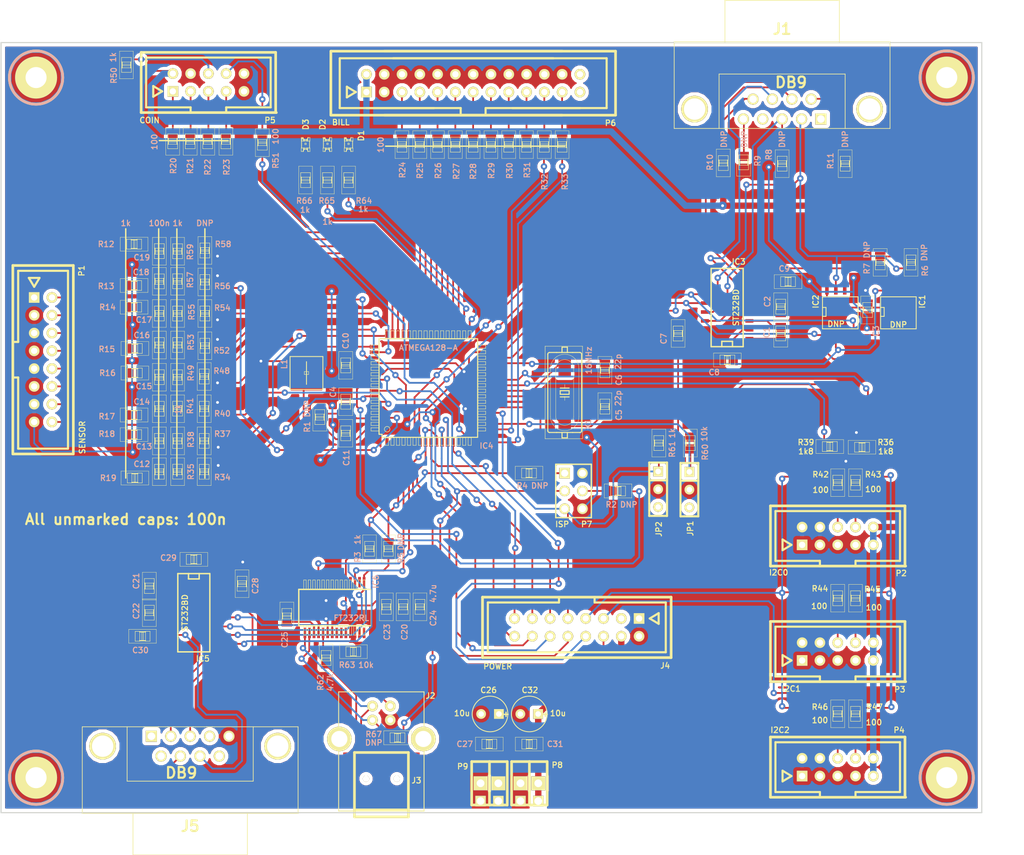
<source format=kicad_pcb>
(kicad_pcb (version 3) (host pcbnew "(2013-mar-13)-testing")
  (title_block (title "Matemat Control Board") (rev 1) (company "Chaostreff Basel"))
  (layers (15 F.Cu signal) (0 B.Cu signal hide) (18 B.Paste user) (19 F.Paste user) (20 B.SilkS user) (21 F.SilkS user) (22 B.Mask user) (23 F.Mask user) (28 Edge.Cuts user))
  (net 0 "")
  (net 1 +12V)
  (net 2 //RST)
  (net 3 /CAN_SLEEP)
  (net 4 /FLASH_EN)
  (net 5 "/JTAG TCK")
  (net 6 "/JTAG TDI")
  (net 7 "/JTAG TDO")
  (net 8 "/JTAG TMS")
  (net 9 "/LED A")
  (net 10 "/LED B")
  (net 11 "/LED C")
  (net 12 /MISO)
  (net 13 /MOSI)
  (net 14 /PDI)
  (net 15 /PDO)
  (net 16 /SCK)
  (net 17 /SCL)
  (net 18 /SDA)
  (net 19 /UART0_CTS)
  (net 20 /UART0_RTS)
  (net 21 /UART0_RX)
  (net 22 /UART0_TX)
  (net 23 /UART1_CTS)
  (net 24 /UART1_RTS)
  (net 25 /UART1_RX)
  (net 26 /UART1_TX)
  (net 27 /USBID)
  (net 28 /analog_0)
  (net 29 /analog_1)
  (net 30 /analog_2)
  (net 31 /analog_3)
  (net 32 /bill_abn)
  (net 33 /bill_ack)
  (net 34 /bill_busy)
  (net 35 /bill_full)
  (net 36 /bill_inh)
  (net 37 /bill_rej)
  (net 38 /bill_valid)
  (net 39 /bill_vend1)
  (net 40 /bill_vend2)
  (net 41 /bill_vend3)
  (net 42 /coin_a)
  (net 43 /coin_b)
  (net 44 /coin_c)
  (net 45 /coin_d)
  (net 46 /coin_e)
  (net 47 /digital_0)
  (net 48 /digital_1)
  (net 49 /digital_2)
  (net 50 /digital_3)
  (net 51 /strobe)
  (net 52 /zero_cross)
  (net 53 GND)
  (net 54 N-000001)
  (net 55 N-00000100)
  (net 56 N-00000114)
  (net 57 N-00000115)
  (net 58 N-00000116)
  (net 59 N-00000117)
  (net 60 N-00000118)
  (net 61 N-00000119)
  (net 62 N-00000122)
  (net 63 N-00000123)
  (net 64 N-00000124)
  (net 65 N-00000125)
  (net 66 N-00000126)
  (net 67 N-00000127)
  (net 68 N-00000128)
  (net 69 N-00000134)
  (net 70 N-00000135)
  (net 71 N-00000137)
  (net 72 N-00000139)
  (net 73 N-00000140)
  (net 74 N-00000141)
  (net 75 N-00000142)
  (net 76 N-00000143)
  (net 77 N-000002)
  (net 78 N-0000020)
  (net 79 N-0000021)
  (net 80 N-0000022)
  (net 81 N-0000023)
  (net 82 N-0000024)
  (net 83 N-0000025)
  (net 84 N-0000026)
  (net 85 N-0000027)
  (net 86 N-0000028)
  (net 87 N-0000029)
  (net 88 N-0000030)
  (net 89 N-0000031)
  (net 90 N-0000032)
  (net 91 N-0000034)
  (net 92 N-0000035)
  (net 93 N-0000036)
  (net 94 N-0000037)
  (net 95 N-0000038)
  (net 96 N-0000039)
  (net 97 N-0000041)
  (net 98 N-0000043)
  (net 99 N-0000045)
  (net 100 N-0000046)
  (net 101 N-0000048)
  (net 102 N-0000049)
  (net 103 N-0000050)
  (net 104 N-0000062)
  (net 105 N-0000063)
  (net 106 N-0000064)
  (net 107 N-0000065)
  (net 108 N-0000066)
  (net 109 N-0000067)
  (net 110 N-0000068)
  (net 111 N-000007)
  (net 112 N-0000077)
  (net 113 N-0000079)
  (net 114 N-0000083)
  (net 115 N-0000084)
  (net 116 N-0000086)
  (net 117 N-0000089)
  (net 118 N-0000090)
  (net 119 N-0000091)
  (net 120 N-0000092)
  (net 121 N-0000093)
  (net 122 VAA)
  (net 123 VCC)
  (module USB_B (layer F.Cu) (at 104.29 149.47)
    (fp_text reference J2 (at 7.01 -6.17) (layer F.SilkS) (effects (font (size 0.8 0.8))))
    (fp_text value B hide)
    (pad 1 thru_hole circle (at 1.27 -4.699) (size 1.524 1.524) (drill 0.8128) (layers *.Cu *.Mask F.SilkS) (net 106 N-0000064))
    (pad 2 thru_hole circle (at -1.27 -4.699) (size 1.524 1.524) (drill 0.8128) (layers *.Cu *.Mask F.SilkS) (net 88 N-0000030))
    (pad 3 thru_hole circle (at -1.27 -2.70002) (size 1.524 1.524) (drill 0.8128) (layers *.Cu *.Mask F.SilkS) (net 105 N-0000063))
    (pad 4 thru_hole circle (at 1.27 -2.70002) (size 1.524 1.524) (drill 0.8128) (layers *.Cu *.Mask F.SilkS) (net 53 GND))
    (pad "" thru_hole circle (at 5.99948 0) (size 3.5 3.5) (drill 2.30124) (layers *.Cu *.Mask F.SilkS))
    (pad 6 thru_hole circle (at -5.99948 0) (size 3.5 3.5) (drill 2.30124) (layers *.Cu *.Mask F.SilkS))
  )
  (module SO16N (layer F.Cu) (at 77.52 131.44 270)
    (fp_text reference IC5 (at 6.56 -1.28 360) (layer F.SilkS) (effects (font (size 0.8 0.8))))
    (fp_text value ST232BD (at 0 1.27 270) (layer F.SilkS) (effects (font (size 0.8 0.8))))
    (pad 16 smd rect (at -4.445 -3.175 270) (size 0.508 1.143) (layers F.Cu F.Paste F.Mask) (net 123 VCC))
    (pad 14 smd rect (at -1.905 -3.175 270) (size 0.508 1.143) (layers F.Cu F.Paste F.Mask) (net 102 N-0000049))
    (pad 13 smd rect (at -0.635 -3.175 270) (size 0.508 1.143) (layers F.Cu F.Paste F.Mask) (net 101 N-0000048))
    (pad 12 smd rect (at 0.635 -3.175 270) (size 0.508 1.143) (layers F.Cu F.Paste F.Mask) (net 21 /UART0_RX))
    (pad 11 smd rect (at 1.905 -3.175 270) (size 0.508 1.143) (layers F.Cu F.Paste F.Mask) (net 22 /UART0_TX))
    (pad 10 smd rect (at 3.175 -3.175 270) (size 0.508 1.143) (layers F.Cu F.Paste F.Mask) (net 19 /UART0_CTS))
    (pad 9 smd rect (at 4.445 -3.175 270) (size 0.508 1.143) (layers F.Cu F.Paste F.Mask) (net 20 /UART0_RTS))
    (pad 8 smd rect (at 4.445 3.175 270) (size 0.508 1.143) (layers F.Cu F.Paste F.Mask) (net 100 N-0000046))
    (pad 7 smd rect (at 3.175 3.175 270) (size 0.508 1.143) (layers F.Cu F.Paste F.Mask) (net 103 N-0000050))
    (pad 6 smd rect (at 1.905 3.175 270) (size 0.508 1.143) (layers F.Cu F.Paste F.Mask) (net 55 N-00000100))
    (pad 5 smd rect (at 0.635 3.175 270) (size 0.508 1.143) (layers F.Cu F.Paste F.Mask) (net 117 N-0000089))
    (pad 4 smd rect (at -0.635 3.175 270) (size 0.508 1.143) (layers F.Cu F.Paste F.Mask) (net 118 N-0000090))
    (pad 3 smd rect (at -1.905 3.175 270) (size 0.508 1.143) (layers F.Cu F.Paste F.Mask) (net 119 N-0000091))
    (pad 2 smd rect (at -3.175 3.175 270) (size 0.508 1.143) (layers F.Cu F.Paste F.Mask) (net 120 N-0000092))
    (pad 1 smd rect (at -4.445 3.175 270) (size 0.508 1.143) (layers F.Cu F.Paste F.Mask) (net 121 N-0000093))
    (pad 15 smd rect (at -3.175 -3.175 270) (size 0.508 1.143) (layers F.Cu F.Paste F.Mask) (net 53 GND))
  )
  (module pin_array_3x2 (layer F.Cu) (at 131.725 114.045 270)
    (fp_text reference P7 (at 4.755 -1.875 360) (layer F.SilkS) (effects (font (size 0.8 0.8))))
    (fp_text value ISP (at 4.755 1.625 360) (layer F.SilkS) (effects (font (size 0.8 0.8))))
    (pad 1 thru_hole rect (at -2.54 1.27 270) (size 1.524 1.524) (drill 1.016) (layers *.Cu *.Mask F.SilkS) (net 15 /PDO))
    (pad 2 thru_hole circle (at -2.54 -1.27 270) (size 1.524 1.524) (drill 1.016) (layers *.Cu *.Mask F.SilkS) (net 123 VCC))
    (pad 3 thru_hole circle (at 0 1.27 270) (size 1.524 1.524) (drill 1.016) (layers *.Cu *.Mask F.SilkS) (net 16 /SCK))
    (pad 4 thru_hole circle (at 0 -1.27 270) (size 1.524 1.524) (drill 1.016) (layers *.Cu *.Mask F.SilkS) (net 14 /PDI))
    (pad 5 thru_hole circle (at 2.54 1.27 270) (size 1.524 1.524) (drill 1.016) (layers *.Cu *.Mask F.SilkS) (net 2 //RST))
    (pad 6 thru_hole circle (at 2.54 -1.27 270) (size 1.524 1.524) (drill 1.016) (layers *.Cu *.Mask F.SilkS) (net 53 GND))
  )
  (module -SSOP28 (layer F.Cu) (at 97.6 130.7 180)
    (fp_text reference IC6 (at -5.9 3.7 270) (layer B.SilkS) (effects (font (size 0.8 0.8))))
    (fp_text value FT232RL (at -2.4 -1.5 180) (layer B.SilkS) (effects (font (size 0.8 0.8))))
    (pad 1 smd rect (at -4.22402 3.62458 180) (size 0.39878 1.4986) (layers F.Cu F.Paste F.Mask) (net 22 /UART0_TX))
    (pad 2 smd rect (at -3.57378 3.62458 180) (size 0.39878 1.4986) (layers F.Cu F.Paste F.Mask))
    (pad 3 smd rect (at -2.92354 3.62458 180) (size 0.39878 1.4986) (layers F.Cu F.Paste F.Mask) (net 20 /UART0_RTS))
    (pad 4 smd rect (at -2.2733 3.62458 180) (size 0.39878 1.4986) (layers F.Cu F.Paste F.Mask) (net 123 VCC))
    (pad 5 smd rect (at -1.62306 3.62458 180) (size 0.39878 1.4986) (layers F.Cu F.Paste F.Mask) (net 21 /UART0_RX))
    (pad 6 smd rect (at -0.97282 3.62458 180) (size 0.39878 1.4986) (layers F.Cu F.Paste F.Mask))
    (pad 7 smd rect (at -0.32258 3.62458 180) (size 0.39878 1.4986) (layers F.Cu F.Paste F.Mask) (net 53 GND))
    (pad 8 smd rect (at 0.32258 3.62458 180) (size 0.39878 1.4986) (layers F.Cu F.Paste F.Mask))
    (pad 9 smd rect (at 0.97282 3.62458 180) (size 0.39878 1.4986) (layers F.Cu F.Paste F.Mask))
    (pad 10 smd rect (at 1.62306 3.62458 180) (size 0.39878 1.4986) (layers F.Cu F.Paste F.Mask))
    (pad 11 smd rect (at 2.2733 3.62458 180) (size 0.39878 1.4986) (layers F.Cu F.Paste F.Mask) (net 19 /UART0_CTS))
    (pad 12 smd rect (at 2.92354 3.62458 180) (size 0.39878 1.4986) (layers F.Cu F.Paste F.Mask))
    (pad 13 smd rect (at 3.57378 3.62458 180) (size 0.39878 1.4986) (layers F.Cu F.Paste F.Mask))
    (pad 14 smd rect (at 4.22402 3.62458 180) (size 0.39878 1.4986) (layers F.Cu F.Paste F.Mask))
    (pad 15 smd rect (at 4.22402 -3.62458 180) (size 0.39878 1.4986) (layers F.Cu F.Paste F.Mask) (net 88 N-0000030))
    (pad 16 smd rect (at 3.57378 -3.62458 180) (size 0.39878 1.4986) (layers F.Cu F.Paste F.Mask) (net 105 N-0000063))
    (pad 17 smd rect (at 2.92354 -3.62458 180) (size 0.39878 1.4986) (layers F.Cu F.Paste F.Mask) (net 116 N-0000086))
    (pad 18 smd rect (at 2.2733 -3.62458 180) (size 0.39878 1.4986) (layers F.Cu F.Paste F.Mask) (net 53 GND))
    (pad 19 smd rect (at 1.62306 -3.62458 180) (size 0.39878 1.4986) (layers F.Cu F.Paste F.Mask) (net 104 N-0000062))
    (pad 20 smd rect (at 0.97282 -3.62458 180) (size 0.39878 1.4986) (layers F.Cu F.Paste F.Mask) (net 123 VCC))
    (pad 21 smd rect (at 0.32258 -3.62458 180) (size 0.39878 1.4986) (layers F.Cu F.Paste F.Mask) (net 53 GND))
    (pad 22 smd rect (at -0.32258 -3.62458 180) (size 0.39878 1.4986) (layers F.Cu F.Paste F.Mask))
    (pad 23 smd rect (at -0.97282 -3.62458 180) (size 0.39878 1.4986) (layers F.Cu F.Paste F.Mask))
    (pad 24 smd rect (at -1.62306 -3.62458 180) (size 0.39878 1.4986) (layers F.Cu F.Paste F.Mask))
    (pad 25 smd rect (at -2.2733 -3.62458 180) (size 0.39878 1.4986) (layers F.Cu F.Paste F.Mask) (net 53 GND))
    (pad 26 smd rect (at -2.92354 -3.62458 180) (size 0.39878 1.4986) (layers F.Cu F.Paste F.Mask) (net 53 GND))
    (pad 27 smd rect (at -3.57378 -3.62458 180) (size 0.39878 1.4986) (layers F.Cu F.Paste F.Mask))
    (pad 28 smd rect (at -4.22402 -3.62458 180) (size 0.39878 1.4986) (layers F.Cu F.Paste F.Mask))
  )
  (module -R2012 (layer F.Cu) (at 105.3 122.3 90)
    (fp_text reference R5 (at -1.3 1.8 90) (layer B.SilkS) (effects (font (size 0.8 0.8))))
    (fp_text value DNP (at 1 1.8 90) (layer B.SilkS) (effects (font (size 0.8 0.8))))
    (pad 1 smd rect (at -0.84836 0 90) (size 1.29794 1.4986) (layers F.Cu F.Paste F.Mask) (net 22 /UART0_TX))
    (pad 2 smd rect (at 0.84836 0 90) (size 1.29794 1.4986) (layers F.Cu F.Paste F.Mask) (net 54 N-000001))
  )
  (module -R2012 (layer F.Cu) (at 138.075 114.045 180)
    (fp_text reference R2 (at 0.975 -1.955 180) (layer B.SilkS) (effects (font (size 0.8 0.8))))
    (fp_text value DNP (at -1.525 -1.955 180) (layer B.SilkS) (effects (font (size 0.8 0.8))))
    (pad 1 smd rect (at -0.84836 0 180) (size 1.29794 1.4986) (layers F.Cu F.Paste F.Mask) (net 77 N-000002))
    (pad 2 smd rect (at 0.84836 0 180) (size 1.29794 1.4986) (layers F.Cu F.Paste F.Mask) (net 14 /PDI))
  )
  (module -R2012 (layer F.Cu) (at 125.375 111.505)
    (fp_text reference R4 (at -0.975 1.795) (layer B.SilkS) (effects (font (size 0.8 0.8))))
    (fp_text value DNP (at 1.525 1.795) (layer B.SilkS) (effects (font (size 0.8 0.8))))
    (pad 1 smd rect (at -0.84836 0) (size 1.29794 1.4986) (layers F.Cu F.Paste F.Mask) (net 54 N-000001))
    (pad 2 smd rect (at 0.84836 0) (size 1.29794 1.4986) (layers F.Cu F.Paste F.Mask) (net 15 /PDO))
  )
  (module -R2012 (layer F.Cu) (at 102.6 122.3 90)
    (fp_text reference R3 (at -1.2 -1.7 90) (layer B.SilkS) (effects (font (size 0.8 0.8))))
    (fp_text value 1k (at 1.3 -1.7 90) (layer B.SilkS) (effects (font (size 0.8 0.8))))
    (pad 1 smd rect (at -0.84836 0 90) (size 1.29794 1.4986) (layers F.Cu F.Paste F.Mask) (net 21 /UART0_RX))
    (pad 2 smd rect (at 0.84836 0 90) (size 1.29794 1.4986) (layers F.Cu F.Paste F.Mask) (net 77 N-000002))
  )
  (module -R2012 (layer F.Cu) (at 71.17 127.63 270)
    (fp_text reference C21 (at -0.73 1.87 270) (layer B.SilkS) (effects (font (size 0.8 0.8))))
    (fp_text value 100n hide)
    (pad 1 smd rect (at -0.84836 0 270) (size 1.29794 1.4986) (layers F.Cu F.Paste F.Mask) (net 121 N-0000093))
    (pad 2 smd rect (at 0.84836 0 270) (size 1.29794 1.4986) (layers F.Cu F.Paste F.Mask) (net 119 N-0000091))
  )
  (module -R2012 (layer F.Cu) (at 96.4 137.9 90)
    (fp_text reference R62 (at -3.5 -0.8 90) (layer B.SilkS) (effects (font (size 0.8 0.8))))
    (fp_text value 4.7k (at -3.5 0.6 90) (layer B.SilkS) (effects (font (size 0.8 0.8))))
    (pad 1 smd rect (at -0.84836 0 90) (size 1.29794 1.4986) (layers F.Cu F.Paste F.Mask) (net 106 N-0000064))
    (pad 2 smd rect (at 0.84836 0 90) (size 1.29794 1.4986) (layers F.Cu F.Paste F.Mask) (net 104 N-0000062))
  )
  (module -R2012 (layer F.Cu) (at 100.3 137)
    (fp_text reference R63 (at -0.9 1.9) (layer B.SilkS) (effects (font (size 0.8 0.8))))
    (fp_text value 10k (at 1.8 1.9) (layer B.SilkS) (effects (font (size 0.8 0.8))))
    (pad 1 smd rect (at -0.84836 0) (size 1.29794 1.4986) (layers F.Cu F.Paste F.Mask) (net 104 N-0000062))
    (pad 2 smd rect (at 0.84836 0) (size 1.29794 1.4986) (layers F.Cu F.Paste F.Mask) (net 53 GND))
  )
  (module -R2012 (layer F.Cu) (at 109.8 130.6 270)
    (fp_text reference C24 (at 1.6 -1.9 270) (layer B.SilkS) (effects (font (size 0.8 0.8))))
    (fp_text value 4.7u (at -1.9 -1.9 450) (layer B.SilkS) (effects (font (size 0.8 0.8))))
    (pad 1 smd rect (at -0.84836 0 270) (size 1.29794 1.4986) (layers F.Cu F.Paste F.Mask) (net 123 VCC))
    (pad 2 smd rect (at 0.84836 0 270) (size 1.29794 1.4986) (layers F.Cu F.Paste F.Mask) (net 53 GND))
  )
  (module -R2012 (layer F.Cu) (at 107.4 130.6 270)
    (fp_text reference C20 (at 3.6 -0.2 270) (layer B.SilkS) (effects (font (size 0.8 0.8))))
    (fp_text value 100n hide)
    (pad 1 smd rect (at -0.84836 0 270) (size 1.29794 1.4986) (layers F.Cu F.Paste F.Mask) (net 123 VCC))
    (pad 2 smd rect (at 0.84836 0 270) (size 1.29794 1.4986) (layers F.Cu F.Paste F.Mask) (net 53 GND))
  )
  (module -R2012 (layer F.Cu) (at 105 130.6 270)
    (fp_text reference C23 (at 3.6 -0.1 270) (layer B.SilkS) (effects (font (size 0.8 0.8))))
    (fp_text value 100n hide)
    (pad 1 smd rect (at -0.84836 0 270) (size 1.29794 1.4986) (layers F.Cu F.Paste F.Mask) (net 123 VCC))
    (pad 2 smd rect (at 0.84836 0 270) (size 1.29794 1.4986) (layers F.Cu F.Paste F.Mask) (net 53 GND))
  )
  (module -R2012 (layer F.Cu) (at 90.8 131.9 90)
    (fp_text reference C25 (at -3.4 -0.3 90) (layer B.SilkS) (effects (font (size 0.8 0.8))))
    (fp_text value 100n hide)
    (pad 1 smd rect (at -0.84836 0 90) (size 1.29794 1.4986) (layers F.Cu F.Paste F.Mask) (net 116 N-0000086))
    (pad 2 smd rect (at 0.84836 0 90) (size 1.29794 1.4986) (layers F.Cu F.Paste F.Mask) (net 53 GND))
  )
  (module -R2012 (layer F.Cu) (at 70.2 134.8 180)
    (fp_text reference C30 (at 0.3 -2 180) (layer B.SilkS) (effects (font (size 0.8 0.8))))
    (fp_text value 100n hide)
    (pad 1 smd rect (at -0.84836 0 180) (size 1.29794 1.4986) (layers F.Cu F.Paste F.Mask) (net 55 N-00000100))
    (pad 2 smd rect (at 0.84836 0 180) (size 1.29794 1.4986) (layers F.Cu F.Paste F.Mask) (net 53 GND))
  )
  (module -R2012 (layer F.Cu) (at 77.52 123.82)
    (fp_text reference C29 (at -3.62 -0.22) (layer B.SilkS) (effects (font (size 0.8 0.8))))
    (fp_text value 100n hide)
    (pad 1 smd rect (at -0.84836 0) (size 1.29794 1.4986) (layers F.Cu F.Paste F.Mask) (net 120 N-0000092))
    (pad 2 smd rect (at 0.84836 0) (size 1.29794 1.4986) (layers F.Cu F.Paste F.Mask) (net 53 GND))
  )
  (module -R2012 (layer F.Cu) (at 84.4 127.3 270)
    (fp_text reference C28 (at 0.3 -1.9 270) (layer B.SilkS) (effects (font (size 0.8 0.8))))
    (fp_text value 100n hide)
    (pad 1 smd rect (at -0.84836 0 270) (size 1.29794 1.4986) (layers F.Cu F.Paste F.Mask) (net 123 VCC))
    (pad 2 smd rect (at 0.84836 0 270) (size 1.29794 1.4986) (layers F.Cu F.Paste F.Mask) (net 53 GND))
  )
  (module -R2012 (layer F.Cu) (at 71.17 131.44 270)
    (fp_text reference C22 (at -0.24 1.87 270) (layer B.SilkS) (effects (font (size 0.8 0.8))))
    (fp_text value 100n hide)
    (pad 1 smd rect (at -0.84836 0 270) (size 1.29794 1.4986) (layers F.Cu F.Paste F.Mask) (net 118 N-0000090))
    (pad 2 smd rect (at 0.84836 0 270) (size 1.29794 1.4986) (layers F.Cu F.Paste F.Mask) (net 117 N-0000089))
  )
  (module TROU3 (layer F.Cu) (at 55 155)
    (fp_text reference TP2 hide)
    (fp_text value 3mm hide)
    (pad 1 thru_hole circle (at 0 0) (size 5.99948 5.99948) (drill 2.99974) (layers *.Cu *.Mask F.SilkS) (net 53 GND))
  )
  (module TROU3 (layer F.Cu) (at 55 55)
    (fp_text reference TP3 hide)
    (fp_text value 3mm hide)
    (pad 1 thru_hole circle (at 0 0) (size 5.99948 5.99948) (drill 2.99974) (layers *.Cu *.Mask F.SilkS) (net 53 GND))
  )
  (module TROU3 (layer F.Cu) (at 185 55)
    (fp_text reference TP1 hide)
    (fp_text value 3mm hide)
    (pad 1 thru_hole circle (at 0 0) (size 5.99948 5.99948) (drill 2.99974) (layers *.Cu *.Mask F.SilkS) (net 53 GND))
  )
  (module TROU3 (layer F.Cu) (at 185 155)
    (fp_text reference TP4 hide)
    (fp_text value 3mm hide)
    (pad 1 thru_hole circle (at 0 0) (size 5.99948 5.99948) (drill 2.99974) (layers *.Cu *.Mask F.SilkS) (net 53 GND))
  )
  (module SO8N (layer F.Cu) (at 178.1 88.6)
    (fp_text reference IC1 (at 3.4 -1.6 90) (layer F.SilkS) (effects (font (size 0.8 0.8))))
    (fp_text value DNP (at 0 1.7) (layer F.SilkS) (effects (font (size 0.8 0.8))))
    (pad 8 smd rect (at -1.905 -3.175) (size 0.508 1.143) (layers F.Cu F.Paste F.Mask) (net 3 /CAN_SLEEP))
    (pad 7 smd rect (at -0.635 -3.175) (size 0.508 1.143) (layers F.Cu F.Paste F.Mask) (net 110 N-0000068))
    (pad 6 smd rect (at 0.635 -3.175) (size 0.508 1.143) (layers F.Cu F.Paste F.Mask) (net 108 N-0000066))
    (pad 5 smd rect (at 1.905 -3.175) (size 0.508 1.143) (layers F.Cu F.Paste F.Mask) (net 111 N-000007))
    (pad 4 smd rect (at 1.905 3.175) (size 0.508 1.143) (layers F.Cu F.Paste F.Mask) (net 25 /UART1_RX))
    (pad 3 smd rect (at 0.635 3.175) (size 0.508 1.143) (layers F.Cu F.Paste F.Mask) (net 123 VCC))
    (pad 2 smd rect (at -0.635 3.175) (size 0.508 1.143) (layers F.Cu F.Paste F.Mask) (net 53 GND))
    (pad 1 smd rect (at -1.905 3.175) (size 0.508 1.143) (layers F.Cu F.Paste F.Mask) (net 26 /UART1_TX))
  )
  (module SO8N (layer F.Cu) (at 169.8 88.6)
    (fp_text reference IC2 (at -3.5 -1.6 90) (layer F.SilkS) (effects (font (size 0.8 0.8))))
    (fp_text value DNP (at -0.6 1.6) (layer F.SilkS) (effects (font (size 0.8 0.8))))
    (pad 8 smd rect (at -1.905 -3.175) (size 0.508 1.143) (layers F.Cu F.Paste F.Mask) (net 123 VCC))
    (pad 7 smd rect (at -0.635 -3.175) (size 0.508 1.143) (layers F.Cu F.Paste F.Mask) (net 108 N-0000066))
    (pad 6 smd rect (at 0.635 -3.175) (size 0.508 1.143) (layers F.Cu F.Paste F.Mask) (net 110 N-0000068))
    (pad 5 smd rect (at 1.905 -3.175) (size 0.508 1.143) (layers F.Cu F.Paste F.Mask) (net 53 GND))
    (pad 4 smd rect (at 1.905 3.175) (size 0.508 1.143) (layers F.Cu F.Paste F.Mask) (net 26 /UART1_TX))
    (pad 3 smd rect (at 0.635 3.175) (size 0.508 1.143) (layers F.Cu F.Paste F.Mask) (net 3 /CAN_SLEEP))
    (pad 2 smd rect (at -0.635 3.175) (size 0.508 1.143) (layers F.Cu F.Paste F.Mask) (net 3 /CAN_SLEEP))
    (pad 1 smd rect (at -1.905 3.175) (size 0.508 1.143) (layers F.Cu F.Paste F.Mask) (net 25 /UART1_RX))
  )
  (module SO16N (layer F.Cu) (at 153.65 87.85 90)
    (fp_text reference IC3 (at 6.55 1.65 180) (layer F.SilkS) (effects (font (size 0.8 0.8))))
    (fp_text value ST232BD (at 0 1.27 90) (layer F.SilkS) (effects (font (size 0.8 0.8))))
    (pad 16 smd rect (at -4.445 -3.175 90) (size 0.508 1.143) (layers F.Cu F.Paste F.Mask) (net 123 VCC))
    (pad 14 smd rect (at -1.905 -3.175 90) (size 0.508 1.143) (layers F.Cu F.Paste F.Mask) (net 109 N-0000067))
    (pad 13 smd rect (at -0.635 -3.175 90) (size 0.508 1.143) (layers F.Cu F.Paste F.Mask) (net 108 N-0000066))
    (pad 12 smd rect (at 0.635 -3.175 90) (size 0.508 1.143) (layers F.Cu F.Paste F.Mask) (net 25 /UART1_RX))
    (pad 11 smd rect (at 1.905 -3.175 90) (size 0.508 1.143) (layers F.Cu F.Paste F.Mask) (net 26 /UART1_TX))
    (pad 10 smd rect (at 3.175 -3.175 90) (size 0.508 1.143) (layers F.Cu F.Paste F.Mask) (net 23 /UART1_CTS))
    (pad 9 smd rect (at 4.445 -3.175 90) (size 0.508 1.143) (layers F.Cu F.Paste F.Mask) (net 24 /UART1_RTS))
    (pad 8 smd rect (at 4.445 3.175 90) (size 0.508 1.143) (layers F.Cu F.Paste F.Mask) (net 110 N-0000068))
    (pad 7 smd rect (at 3.175 3.175 90) (size 0.508 1.143) (layers F.Cu F.Paste F.Mask) (net 107 N-0000065))
    (pad 6 smd rect (at 1.905 3.175 90) (size 0.508 1.143) (layers F.Cu F.Paste F.Mask) (net 82 N-0000024))
    (pad 5 smd rect (at 0.635 3.175 90) (size 0.508 1.143) (layers F.Cu F.Paste F.Mask) (net 86 N-0000028))
    (pad 4 smd rect (at -0.635 3.175 90) (size 0.508 1.143) (layers F.Cu F.Paste F.Mask) (net 87 N-0000029))
    (pad 3 smd rect (at -1.905 3.175 90) (size 0.508 1.143) (layers F.Cu F.Paste F.Mask) (net 84 N-0000026))
    (pad 2 smd rect (at -3.175 3.175 90) (size 0.508 1.143) (layers F.Cu F.Paste F.Mask) (net 80 N-0000022))
    (pad 1 smd rect (at -4.445 3.175 90) (size 0.508 1.143) (layers F.Cu F.Paste F.Mask) (net 85 N-0000027))
    (pad 15 smd rect (at -3.175 -3.175 90) (size 0.508 1.143) (layers F.Cu F.Paste F.Mask) (net 53 GND))
  )
  (module SIL-3 (layer F.Cu) (at 143.8 113.8 270)
    (fp_text reference JP2 (at 5.7 -0.1 270) (layer F.SilkS) (effects (font (size 0.8 0.8))))
    (fp_text value "1-2 RESET" hide)
    (pad 1 thru_hole rect (at -2.54 0 270) (size 1.397 1.397) (drill 0.8128) (layers *.Cu *.Mask F.SilkS) (net 2 //RST))
    (pad 2 thru_hole circle (at 0 0 270) (size 1.397 1.397) (drill 0.8128) (layers *.Cu *.Mask F.SilkS) (net 53 GND))
    (pad 3 thru_hole circle (at 2.54 0 270) (size 1.397 1.397) (drill 0.8128) (layers *.Cu *.Mask F.SilkS))
  )
  (module SIL-3 (layer F.Cu) (at 148.26 113.86 270)
    (fp_text reference JP1 (at 5.54 -0.14 270) (layer F.SilkS) (effects (font (size 0.8 0.8))))
    (fp_text value "1-2 FLASH EN" hide)
    (pad 1 thru_hole rect (at -2.54 0 270) (size 1.397 1.397) (drill 0.8128) (layers *.Cu *.Mask F.SilkS) (net 4 /FLASH_EN))
    (pad 2 thru_hole circle (at 0 0 270) (size 1.397 1.397) (drill 0.8128) (layers *.Cu *.Mask F.SilkS) (net 53 GND))
    (pad 3 thru_hole circle (at 2.54 0 270) (size 1.397 1.397) (drill 0.8128) (layers *.Cu *.Mask F.SilkS))
  )
  (module LED-0805 (layer F.Cu) (at 96.59 64.56 90)
    (fp_text reference D2 (at 2.86 -0.69 90) (layer F.SilkS) (effects (font (size 0.8 0.8))))
    (fp_text value LED805 hide)
    (pad 1 smd rect (at -1.04902 0 90) (size 1.19888 1.19888) (layers F.Cu F.Paste F.Mask) (net 98 N-0000043))
    (pad 2 smd rect (at 1.04902 0 90) (size 1.19888 1.19888) (layers F.Cu F.Paste F.Mask) (net 53 GND))
  )
  (module LED-0805 (layer F.Cu) (at 99.61 64.56 90)
    (fp_text reference D1 (at 1.26 1.79 90) (layer F.SilkS) (effects (font (size 0.8 0.8))))
    (fp_text value LED805 hide)
    (pad 1 smd rect (at -1.04902 0 90) (size 1.19888 1.19888) (layers F.Cu F.Paste F.Mask) (net 99 N-0000045))
    (pad 2 smd rect (at 1.04902 0 90) (size 1.19888 1.19888) (layers F.Cu F.Paste F.Mask) (net 53 GND))
  )
  (module LED-0805 (layer F.Cu) (at 93.47 64.56 90)
    (fp_text reference D3 (at 2.86 0.03 90) (layer F.SilkS) (effects (font (size 0.8 0.8))))
    (fp_text value LED805 hide)
    (pad 1 smd rect (at -1.04902 0 90) (size 1.19888 1.19888) (layers F.Cu F.Paste F.Mask) (net 97 N-0000041))
    (pad 2 smd rect (at 1.04902 0 90) (size 1.19888 1.19888) (layers F.Cu F.Paste F.Mask) (net 53 GND))
  )
  (module he10-16ds (layer F.Cu) (at 132.19 133.53 180)
    (fp_text reference J4 (at -12.61 -5.47 180) (layer F.SilkS) (effects (font (size 0.8 0.8))))
    (fp_text value POWER (at 11.29 -5.57 180) (layer F.SilkS) (effects (font (size 0.8 0.8))))
    (pad 1 thru_hole rect (at -8.89 1.27 180) (size 1.524 1.524) (drill 0.9144) (layers *.Cu *.Mask F.SilkS) (net 123 VCC))
    (pad 2 thru_hole circle (at -8.89 -1.27 180) (size 1.524 1.524) (drill 0.9144) (layers *.Cu *.Mask F.SilkS) (net 53 GND))
    (pad 3 thru_hole circle (at -6.35 1.27 180) (size 1.524 1.524) (drill 0.9144) (layers *.Cu *.Mask F.SilkS))
    (pad 4 thru_hole circle (at -6.35 -1.27 180) (size 1.524 1.524) (drill 0.9144) (layers *.Cu *.Mask F.SilkS) (net 1 +12V))
    (pad 5 thru_hole circle (at -3.81 1.27 180) (size 1.524 1.524) (drill 0.9144) (layers *.Cu *.Mask F.SilkS) (net 18 /SDA))
    (pad 6 thru_hole circle (at -3.81 -1.27 180) (size 1.524 1.524) (drill 0.9144) (layers *.Cu *.Mask F.SilkS) (net 16 /SCK))
    (pad 7 thru_hole circle (at -1.27 1.27 180) (size 1.524 1.524) (drill 0.9144) (layers *.Cu *.Mask F.SilkS) (net 17 /SCL))
    (pad 8 thru_hole circle (at -1.27 -1.27 180) (size 1.524 1.524) (drill 0.9144) (layers *.Cu *.Mask F.SilkS) (net 52 /zero_cross))
    (pad 9 thru_hole circle (at 1.27 1.27 180) (size 1.524 1.524) (drill 0.9144) (layers *.Cu *.Mask F.SilkS) (net 2 //RST))
    (pad 10 thru_hole circle (at 1.27 -1.27 180) (size 1.524 1.524) (drill 0.9144) (layers *.Cu *.Mask F.SilkS) (net 51 /strobe))
    (pad 11 thru_hole circle (at 3.81 1.27 180) (size 1.524 1.524) (drill 0.9144) (layers *.Cu *.Mask F.SilkS) (net 5 "/JTAG TCK"))
    (pad 12 thru_hole circle (at 3.81 -1.27 180) (size 1.524 1.524) (drill 0.9144) (layers *.Cu *.Mask F.SilkS) (net 8 "/JTAG TMS"))
    (pad 13 thru_hole circle (at 6.35 1.27 180) (size 1.524 1.524) (drill 0.9144) (layers *.Cu *.Mask F.SilkS) (net 13 /MOSI))
    (pad 14 thru_hole circle (at 6.35 -1.27 180) (size 1.524 1.524) (drill 0.9144) (layers *.Cu *.Mask F.SilkS) (net 6 "/JTAG TDI"))
    (pad 15 thru_hole circle (at 8.89 1.27 180) (size 1.524 1.524) (drill 0.9144) (layers *.Cu *.Mask F.SilkS) (net 12 /MISO))
    (pad 16 thru_hole circle (at 8.89 -1.27 180) (size 1.524 1.524) (drill 0.9144) (layers *.Cu *.Mask F.SilkS) (net 7 "/JTAG TDO"))
  )
  (module crystal-SM49 (layer F.Cu) (at 130.46 99.98 90)
    (fp_text reference X1 (at -4.52 3.34 90) (layer B.SilkS) (effects (font (size 0.8 0.8))))
    (fp_text value 16MHz (at 4.58 3.44 90) (layer B.SilkS) (effects (font (size 0.8 0.8))))
    (pad 1 smd rect (at -4.826 0 90) (size 5.08 1.778) (layers F.Cu F.Paste F.Mask) (net 115 N-0000084))
    (pad 2 smd rect (at 4.826 0 90) (size 5.08 1.778) (layers F.Cu F.Paste F.Mask) (net 114 N-0000083))
  )
  (module C1V5 (layer F.Cu) (at 119.8 145.9 180)
    (fp_text reference C26 (at 0.2 3.4 180) (layer F.SilkS) (effects (font (size 0.8 0.8))))
    (fp_text value 10u (at 4 0.1 180) (layer F.SilkS) (effects (font (size 0.8 0.8))))
    (fp_text user + (at -2.286 0 180) (layer F.SilkS) (effects (font (size 0.762 0.762) (thickness 0.2032))))
    (pad 1 thru_hole rect (at -1.27 0 180) (size 1.397 1.397) (drill 0.8128) (layers *.Cu *.Mask F.SilkS) (net 123 VCC))
    (pad 2 thru_hole circle (at 1.27 0 180) (size 1.397 1.397) (drill 0.8128) (layers *.Cu *.Mask F.SilkS) (net 53 GND))
  )
  (module -TQFP64 (layer F.Cu) (at 110.995 99.345 90)
    (fp_text reference IC4 (at -8.255 8.305 180) (layer B.SilkS) (effects (font (size 0.8 0.8))))
    (fp_text value ATMEGA128-A (at 5.745 0.005 180) (layer B.SilkS) (effects (font (size 0.8 0.8))))
    (pad 1 smd rect (at -7.7597 -5.9055 90) (size 1.1938 0.5588) (layers F.Cu F.Paste F.Mask))
    (pad 2 smd rect (at -7.7597 -5.1181 90) (size 1.1938 0.5588) (layers F.Cu F.Paste F.Mask) (net 77 N-000002))
    (pad 3 smd rect (at -7.7597 -4.3307 90) (size 1.1938 0.5588) (layers F.Cu F.Paste F.Mask) (net 54 N-000001))
    (pad 4 smd rect (at -7.7597 -3.5433 90) (size 1.1938 0.5588) (layers F.Cu F.Paste F.Mask) (net 20 /UART0_RTS))
    (pad 5 smd rect (at -7.7597 -2.7559 90) (size 1.1938 0.5588) (layers F.Cu F.Paste F.Mask) (net 19 /UART0_CTS))
    (pad 6 smd rect (at -7.7597 -1.9685 90) (size 1.1938 0.5588) (layers F.Cu F.Paste F.Mask) (net 24 /UART1_RTS))
    (pad 7 smd rect (at -7.7597 -1.1811 90) (size 1.1938 0.5588) (layers F.Cu F.Paste F.Mask) (net 23 /UART1_CTS))
    (pad 8 smd rect (at -7.7597 -0.3937 90) (size 1.1938 0.5588) (layers F.Cu F.Paste F.Mask) (net 51 /strobe))
    (pad 9 smd rect (at -7.7597 0.3937 90) (size 1.1938 0.5588) (layers F.Cu F.Paste F.Mask) (net 52 /zero_cross))
    (pad 10 smd rect (at -7.7597 1.1811 90) (size 1.1938 0.5588) (layers F.Cu F.Paste F.Mask) (net 27 /USBID))
    (pad 11 smd rect (at -7.7597 1.9685 90) (size 1.1938 0.5588) (layers F.Cu F.Paste F.Mask) (net 16 /SCK))
    (pad 12 smd rect (at -7.7597 2.7559 90) (size 1.1938 0.5588) (layers F.Cu F.Paste F.Mask) (net 13 /MOSI))
    (pad 13 smd rect (at -7.7597 3.5433 90) (size 1.1938 0.5588) (layers F.Cu F.Paste F.Mask) (net 12 /MISO))
    (pad 14 smd rect (at -7.7597 4.3307 90) (size 1.1938 0.5588) (layers F.Cu F.Paste F.Mask))
    (pad 15 smd rect (at -7.7597 5.1181 90) (size 1.1938 0.5588) (layers F.Cu F.Paste F.Mask) (net 46 /coin_e))
    (pad 16 smd rect (at -7.7597 5.9055 90) (size 1.1938 0.5588) (layers F.Cu F.Paste F.Mask) (net 35 /bill_full))
    (pad 17 smd rect (at -5.9055 7.7597 90) (size 0.5588 1.1938) (layers F.Cu F.Paste F.Mask) (net 38 /bill_valid))
    (pad 18 smd rect (at -5.1181 7.7597 90) (size 0.5588 1.1938) (layers F.Cu F.Paste F.Mask) (net 4 /FLASH_EN))
    (pad 19 smd rect (at -4.3307 7.7597 90) (size 0.5588 1.1938) (layers F.Cu F.Paste F.Mask))
    (pad 20 smd rect (at -3.5433 7.7597 90) (size 0.5588 1.1938) (layers F.Cu F.Paste F.Mask) (net 2 //RST))
    (pad 21 smd rect (at -2.7559 7.7597 90) (size 0.5588 1.1938) (layers F.Cu F.Paste F.Mask) (net 123 VCC))
    (pad 22 smd rect (at -1.9685 7.7597 90) (size 0.5588 1.1938) (layers F.Cu F.Paste F.Mask) (net 53 GND))
    (pad 23 smd rect (at -1.1811 7.7597 90) (size 0.5588 1.1938) (layers F.Cu F.Paste F.Mask) (net 115 N-0000084))
    (pad 24 smd rect (at -0.3937 7.7597 90) (size 0.5588 1.1938) (layers F.Cu F.Paste F.Mask) (net 114 N-0000083))
    (pad 25 smd rect (at 0.3937 7.7597 90) (size 0.5588 1.1938) (layers F.Cu F.Paste F.Mask) (net 17 /SCL))
    (pad 26 smd rect (at 1.1811 7.7597 90) (size 0.5588 1.1938) (layers F.Cu F.Paste F.Mask) (net 18 /SDA))
    (pad 27 smd rect (at 1.9685 7.7597 90) (size 0.5588 1.1938) (layers F.Cu F.Paste F.Mask) (net 25 /UART1_RX))
    (pad 28 smd rect (at 2.7559 7.7597 90) (size 0.5588 1.1938) (layers F.Cu F.Paste F.Mask) (net 26 /UART1_TX))
    (pad 29 smd rect (at 3.5433 7.7597 90) (size 0.5588 1.1938) (layers F.Cu F.Paste F.Mask) (net 3 /CAN_SLEEP))
    (pad 30 smd rect (at 4.3307 7.7597 90) (size 0.5588 1.1938) (layers F.Cu F.Paste F.Mask) (net 26 /UART1_TX))
    (pad 31 smd rect (at 5.1181 7.7597 90) (size 0.5588 1.1938) (layers F.Cu F.Paste F.Mask) (net 25 /UART1_RX))
    (pad 32 smd rect (at 5.9055 7.7597 90) (size 0.5588 1.1938) (layers F.Cu F.Paste F.Mask))
    (pad 33 smd rect (at 7.7597 5.9055 90) (size 1.1938 0.5588) (layers F.Cu F.Paste F.Mask) (net 9 "/LED A"))
    (pad 34 smd rect (at 7.7597 5.1181 90) (size 1.1938 0.5588) (layers F.Cu F.Paste F.Mask) (net 10 "/LED B"))
    (pad 35 smd rect (at 7.7597 4.3307 90) (size 1.1938 0.5588) (layers F.Cu F.Paste F.Mask) (net 37 /bill_rej))
    (pad 36 smd rect (at 7.7597 3.5433 90) (size 1.1938 0.5588) (layers F.Cu F.Paste F.Mask) (net 33 /bill_ack))
    (pad 37 smd rect (at 7.7597 2.7559 90) (size 1.1938 0.5588) (layers F.Cu F.Paste F.Mask) (net 36 /bill_inh))
    (pad 38 smd rect (at 7.7597 1.9685 90) (size 1.1938 0.5588) (layers F.Cu F.Paste F.Mask) (net 32 /bill_abn))
    (pad 39 smd rect (at 7.7597 1.1811 90) (size 1.1938 0.5588) (layers F.Cu F.Paste F.Mask) (net 34 /bill_busy))
    (pad 40 smd rect (at 7.7597 0.3937 90) (size 1.1938 0.5588) (layers F.Cu F.Paste F.Mask) (net 41 /bill_vend3))
    (pad 41 smd rect (at 7.7597 -0.3937 90) (size 1.1938 0.5588) (layers F.Cu F.Paste F.Mask) (net 40 /bill_vend2))
    (pad 42 smd rect (at 7.7597 -1.1811 90) (size 1.1938 0.5588) (layers F.Cu F.Paste F.Mask) (net 39 /bill_vend1))
    (pad 43 smd rect (at 7.7597 -1.9685 90) (size 1.1938 0.5588) (layers F.Cu F.Paste F.Mask) (net 11 "/LED C"))
    (pad 44 smd rect (at 7.7597 -2.7559 90) (size 1.1938 0.5588) (layers F.Cu F.Paste F.Mask) (net 45 /coin_d))
    (pad 45 smd rect (at 7.7597 -3.5433 90) (size 1.1938 0.5588) (layers F.Cu F.Paste F.Mask) (net 44 /coin_c))
    (pad 46 smd rect (at 7.7597 -4.3307 90) (size 1.1938 0.5588) (layers F.Cu F.Paste F.Mask) (net 43 /coin_b))
    (pad 47 smd rect (at 7.7597 -5.1181 90) (size 1.1938 0.5588) (layers F.Cu F.Paste F.Mask) (net 42 /coin_a))
    (pad 48 smd rect (at 7.7597 -5.9055 90) (size 1.1938 0.5588) (layers F.Cu F.Paste F.Mask) (net 50 /digital_3))
    (pad 49 smd rect (at 5.9055 -7.7597 90) (size 0.5588 1.1938) (layers F.Cu F.Paste F.Mask) (net 49 /digital_2))
    (pad 50 smd rect (at 5.1181 -7.7597 90) (size 0.5588 1.1938) (layers F.Cu F.Paste F.Mask) (net 48 /digital_1))
    (pad 51 smd rect (at 4.3307 -7.7597 90) (size 0.5588 1.1938) (layers F.Cu F.Paste F.Mask) (net 47 /digital_0))
    (pad 52 smd rect (at 3.5433 -7.7597 90) (size 0.5588 1.1938) (layers F.Cu F.Paste F.Mask) (net 123 VCC))
    (pad 53 smd rect (at 2.7559 -7.7597 90) (size 0.5588 1.1938) (layers F.Cu F.Paste F.Mask) (net 53 GND))
    (pad 54 smd rect (at 1.9685 -7.7597 90) (size 0.5588 1.1938) (layers F.Cu F.Paste F.Mask) (net 6 "/JTAG TDI"))
    (pad 55 smd rect (at 1.1811 -7.7597 90) (size 0.5588 1.1938) (layers F.Cu F.Paste F.Mask) (net 7 "/JTAG TDO"))
    (pad 56 smd rect (at 0.3937 -7.7597 90) (size 0.5588 1.1938) (layers F.Cu F.Paste F.Mask) (net 8 "/JTAG TMS"))
    (pad 57 smd rect (at -0.3937 -7.7597 90) (size 0.5588 1.1938) (layers F.Cu F.Paste F.Mask) (net 5 "/JTAG TCK"))
    (pad 58 smd rect (at -1.1811 -7.7597 90) (size 0.5588 1.1938) (layers F.Cu F.Paste F.Mask) (net 31 /analog_3))
    (pad 59 smd rect (at -1.9685 -7.7597 90) (size 0.5588 1.1938) (layers F.Cu F.Paste F.Mask) (net 30 /analog_2))
    (pad 60 smd rect (at -2.7559 -7.7597 90) (size 0.5588 1.1938) (layers F.Cu F.Paste F.Mask) (net 29 /analog_1))
    (pad 61 smd rect (at -3.5433 -7.7597 90) (size 0.5588 1.1938) (layers F.Cu F.Paste F.Mask) (net 28 /analog_0))
    (pad 62 smd rect (at -4.3307 -7.7597 90) (size 0.5588 1.1938) (layers F.Cu F.Paste F.Mask) (net 112 N-0000077))
    (pad 63 smd rect (at -5.1181 -7.7597 90) (size 0.5588 1.1938) (layers F.Cu F.Paste F.Mask) (net 53 GND))
    (pad 64 smd rect (at -5.9055 -7.7597 90) (size 0.5588 1.1938) (layers F.Cu F.Paste F.Mask) (net 122 VAA))
  )
  (module -R2012 (layer F.Cu) (at 72.6 84.1 90)
    (fp_text reference C18 (at 1.3 -2.6 180) (layer B.SilkS) (effects (font (size 0.8 0.8))))
    (fp_text value 100n hide)
    (pad 1 smd rect (at -0.84836 0 90) (size 1.29794 1.4986) (layers F.Cu F.Paste F.Mask) (net 28 /analog_0))
    (pad 2 smd rect (at 0.84836 0 90) (size 1.29794 1.4986) (layers F.Cu F.Paste F.Mask) (net 53 GND))
  )
  (module -R2012 (layer F.Cu) (at 72.6 88.7 270)
    (fp_text reference C17 (at 0.9 2.2 360) (layer B.SilkS) (effects (font (size 0.8 0.8))))
    (fp_text value 100n hide)
    (pad 1 smd rect (at -0.84836 0 270) (size 1.29794 1.4986) (layers F.Cu F.Paste F.Mask) (net 48 /digital_1))
    (pad 2 smd rect (at 0.84836 0 270) (size 1.29794 1.4986) (layers F.Cu F.Paste F.Mask) (net 53 GND))
  )
  (module -R2012 (layer F.Cu) (at 179.9 81.4 90)
    (fp_text reference R6 (at -1.2 2 90) (layer B.SilkS) (effects (font (size 0.8 0.8))))
    (fp_text value DNP (at 1.4 1.9 90) (layer B.SilkS) (effects (font (size 0.8 0.8))))
    (pad 1 smd rect (at -0.84836 0 90) (size 1.29794 1.4986) (layers F.Cu F.Paste F.Mask) (net 108 N-0000066))
    (pad 2 smd rect (at 0.84836 0 90) (size 1.29794 1.4986) (layers F.Cu F.Paste F.Mask) (net 111 N-000007))
  )
  (module -R2012 (layer F.Cu) (at 72.6 93.2 90)
    (fp_text reference C16 (at 1.4 -2.5 180) (layer B.SilkS) (effects (font (size 0.8 0.8))))
    (fp_text value 100n hide)
    (pad 1 smd rect (at -0.84836 0 90) (size 1.29794 1.4986) (layers F.Cu F.Paste F.Mask) (net 29 /analog_1))
    (pad 2 smd rect (at 0.84836 0 90) (size 1.29794 1.4986) (layers F.Cu F.Paste F.Mask) (net 53 GND))
  )
  (module -R2012 (layer F.Cu) (at 72.6 97.8 270)
    (fp_text reference C15 (at 1.3 2.2 360) (layer B.SilkS) (effects (font (size 0.8 0.8))))
    (fp_text value 100n hide)
    (pad 1 smd rect (at -0.84836 0 270) (size 1.29794 1.4986) (layers F.Cu F.Paste F.Mask) (net 49 /digital_2))
    (pad 2 smd rect (at 0.84836 0 270) (size 1.29794 1.4986) (layers F.Cu F.Paste F.Mask) (net 53 GND))
  )
  (module -R2012 (layer F.Cu) (at 72.6 111.3 90)
    (fp_text reference C12 (at 1.1 -2.5 180) (layer B.SilkS) (effects (font (size 0.8 0.8))))
    (fp_text value 100n hide)
    (pad 1 smd rect (at -0.84836 0 90) (size 1.29794 1.4986) (layers F.Cu F.Paste F.Mask) (net 31 /analog_3))
    (pad 2 smd rect (at 0.84836 0 90) (size 1.29794 1.4986) (layers F.Cu F.Paste F.Mask) (net 53 GND))
  )
  (module -R2012 (layer F.Cu) (at 175.5 81.4 270)
    (fp_text reference R7 (at 0.9 1.9 270) (layer B.SilkS) (effects (font (size 0.8 0.8))))
    (fp_text value DNP (at -1.8 1.9 270) (layer B.SilkS) (effects (font (size 0.8 0.8))))
    (pad 1 smd rect (at -0.84836 0 270) (size 1.29794 1.4986) (layers F.Cu F.Paste F.Mask) (net 111 N-000007))
    (pad 2 smd rect (at 0.84836 0 270) (size 1.29794 1.4986) (layers F.Cu F.Paste F.Mask) (net 110 N-0000068))
  )
  (module -R2012 (layer F.Cu) (at 148.4 107.2 90)
    (fp_text reference R60 (at -1.3 2.1 90) (layer B.SilkS) (effects (font (size 0.8 0.8))))
    (fp_text value 10k (at 1.3 2 90) (layer B.SilkS) (effects (font (size 0.8 0.8))))
    (pad 1 smd rect (at -0.84836 0 90) (size 1.29794 1.4986) (layers F.Cu F.Paste F.Mask) (net 4 /FLASH_EN))
    (pad 2 smd rect (at 0.84836 0 90) (size 1.29794 1.4986) (layers F.Cu F.Paste F.Mask) (net 123 VCC))
  )
  (module -R2012 (layer F.Cu) (at 75.2 93.2 270)
    (fp_text reference R53 (at -0.4 -1.9 270) (layer B.SilkS) (effects (font (size 0.8 0.8))))
    (fp_text value 1k hide)
    (pad 1 smd rect (at -0.84836 0 270) (size 1.29794 1.4986) (layers F.Cu F.Paste F.Mask) (net 53 GND))
    (pad 2 smd rect (at 0.84836 0 270) (size 1.29794 1.4986) (layers F.Cu F.Paste F.Mask) (net 29 /analog_1))
  )
  (module -R2012 (layer F.Cu) (at 72.6 79.8 270)
    (fp_text reference C19 (at 0.9 2.5 360) (layer B.SilkS) (effects (font (size 0.8 0.8))))
    (fp_text value 100n (at -4 0 540) (layer B.SilkS) (effects (font (size 0.8 0.8))))
    (pad 1 smd rect (at -0.84836 0 270) (size 1.29794 1.4986) (layers F.Cu F.Paste F.Mask) (net 47 /digital_0))
    (pad 2 smd rect (at 0.84836 0 270) (size 1.29794 1.4986) (layers F.Cu F.Paste F.Mask) (net 53 GND))
  )
  (module -R2012 (layer F.Cu) (at 75.2 79.8 90)
    (fp_text reference R59 (at -0.1 1.8 90) (layer B.SilkS) (effects (font (size 0.8 0.8))))
    (fp_text value 1k (at 4 0 180) (layer B.SilkS) (effects (font (size 0.8 0.8))))
    (pad 1 smd rect (at -0.84836 0 90) (size 1.29794 1.4986) (layers F.Cu F.Paste F.Mask) (net 53 GND))
    (pad 2 smd rect (at 0.84836 0 90) (size 1.29794 1.4986) (layers F.Cu F.Paste F.Mask) (net 47 /digital_0))
  )
  (module -R2012 (layer F.Cu) (at 75.2 84.1 270)
    (fp_text reference R57 (at -0.2 -1.8 270) (layer B.SilkS) (effects (font (size 0.8 0.8))))
    (fp_text value 1k hide)
    (pad 1 smd rect (at -0.84836 0 270) (size 1.29794 1.4986) (layers F.Cu F.Paste F.Mask) (net 53 GND))
    (pad 2 smd rect (at 0.84836 0 270) (size 1.29794 1.4986) (layers F.Cu F.Paste F.Mask) (net 28 /analog_0))
  )
  (module -R2012 (layer F.Cu) (at 75.2 88.7 90)
    (fp_text reference R55 (at 0.2 2 90) (layer B.SilkS) (effects (font (size 0.8 0.8))))
    (fp_text value 1k hide)
    (pad 1 smd rect (at -0.84836 0 90) (size 1.29794 1.4986) (layers F.Cu F.Paste F.Mask) (net 53 GND))
    (pad 2 smd rect (at 0.84836 0 90) (size 1.29794 1.4986) (layers F.Cu F.Paste F.Mask) (net 48 /digital_1))
  )
  (module -R2012 (layer F.Cu) (at 69 103.2)
    (fp_text reference R17 (at -3.9 0.2) (layer B.SilkS) (effects (font (size 0.8 0.8))))
    (fp_text value 1k hide)
    (pad 1 smd rect (at -0.84836 0) (size 1.29794 1.4986) (layers F.Cu F.Paste F.Mask) (net 113 N-0000079))
    (pad 2 smd rect (at 0.84836 0) (size 1.29794 1.4986) (layers F.Cu F.Paste F.Mask) (net 30 /analog_2))
  )
  (module -R2012 (layer F.Cu) (at 75.2 97.8 90)
    (fp_text reference R49 (at 0.6 1.9 90) (layer B.SilkS) (effects (font (size 0.8 0.8))))
    (fp_text value 1k hide)
    (pad 1 smd rect (at -0.84836 0 90) (size 1.29794 1.4986) (layers F.Cu F.Paste F.Mask) (net 53 GND))
    (pad 2 smd rect (at 0.84836 0 90) (size 1.29794 1.4986) (layers F.Cu F.Paste F.Mask) (net 49 /digital_2))
  )
  (module -R2012 (layer F.Cu) (at 75.2 102.3 270)
    (fp_text reference R41 (at -0.4 -1.8 270) (layer B.SilkS) (effects (font (size 0.8 0.8))))
    (fp_text value 1k (at 0.1 -0.1 270) (layer B.SilkS) (effects (font (size 0.8 0.8))))
    (pad 1 smd rect (at -0.84836 0 270) (size 1.29794 1.4986) (layers F.Cu F.Paste F.Mask) (net 53 GND))
    (pad 2 smd rect (at 0.84836 0 270) (size 1.29794 1.4986) (layers F.Cu F.Paste F.Mask) (net 30 /analog_2))
  )
  (module -R2012 (layer F.Cu) (at 75.2 106.9 90)
    (fp_text reference R38 (at 0.2 1.9 90) (layer B.SilkS) (effects (font (size 0.8 0.8))))
    (fp_text value 1k hide)
    (pad 1 smd rect (at -0.84836 0 90) (size 1.29794 1.4986) (layers F.Cu F.Paste F.Mask) (net 53 GND))
    (pad 2 smd rect (at 0.84836 0 90) (size 1.29794 1.4986) (layers F.Cu F.Paste F.Mask) (net 50 /digital_3))
  )
  (module -R2012 (layer F.Cu) (at 75.2 111.3 270)
    (fp_text reference R35 (at 0 -1.9 270) (layer B.SilkS) (effects (font (size 0.8 0.8))))
    (fp_text value 1k hide)
    (pad 1 smd rect (at -0.84836 0 270) (size 1.29794 1.4986) (layers F.Cu F.Paste F.Mask) (net 53 GND))
    (pad 2 smd rect (at 0.84836 0 270) (size 1.29794 1.4986) (layers F.Cu F.Paste F.Mask) (net 31 /analog_3))
  )
  (module -R2012 (layer F.Cu) (at 69.1 112.2)
    (fp_text reference R19 (at -3.8 0) (layer B.SilkS) (effects (font (size 0.8 0.8))))
    (fp_text value 1k hide)
    (pad 1 smd rect (at -0.84836 0) (size 1.29794 1.4986) (layers F.Cu F.Paste F.Mask) (net 78 N-0000020))
    (pad 2 smd rect (at 0.84836 0) (size 1.29794 1.4986) (layers F.Cu F.Paste F.Mask) (net 31 /analog_3))
  )
  (module -R2012 (layer F.Cu) (at 69 106)
    (fp_text reference R18 (at -3.9 -0.1) (layer B.SilkS) (effects (font (size 0.8 0.8))))
    (fp_text value 1k hide)
    (pad 1 smd rect (at -0.84836 0) (size 1.29794 1.4986) (layers F.Cu F.Paste F.Mask) (net 79 N-0000021))
    (pad 2 smd rect (at 0.84836 0) (size 1.29794 1.4986) (layers F.Cu F.Paste F.Mask) (net 50 /digital_3))
  )
  (module -R2012 (layer F.Cu) (at 112.31 64.58 90)
    (fp_text reference R26 (at -3.72 0.09 90) (layer B.SilkS) (effects (font (size 0.8 0.8))))
    (fp_text value 100 hide)
    (pad 1 smd rect (at -0.84836 0 90) (size 1.29794 1.4986) (layers F.Cu F.Paste F.Mask) (net 41 /bill_vend3))
    (pad 2 smd rect (at 0.84836 0 90) (size 1.29794 1.4986) (layers F.Cu F.Paste F.Mask) (net 74 N-00000141))
  )
  (module -R2012 (layer F.Cu) (at 99.61 69.64 90)
    (fp_text reference R64 (at -2.96 2.19 180) (layer B.SilkS) (effects (font (size 0.8 0.8))))
    (fp_text value 1k (at -4.16 2.09 180) (layer B.SilkS) (effects (font (size 0.8 0.8))))
    (pad 1 smd rect (at -0.84836 0 90) (size 1.29794 1.4986) (layers F.Cu F.Paste F.Mask) (net 9 "/LED A"))
    (pad 2 smd rect (at 0.84836 0 90) (size 1.29794 1.4986) (layers F.Cu F.Paste F.Mask) (net 99 N-0000045))
  )
  (module -R2012 (layer F.Cu) (at 170.5 67.3 90)
    (fp_text reference R11 (at 0.4 -2.1 90) (layer B.SilkS) (effects (font (size 0.8 0.8))))
    (fp_text value DNP (at 3.5 0 90) (layer B.SilkS) (effects (font (size 0.8 0.8))))
    (pad 1 smd rect (at -0.84836 0 90) (size 1.29794 1.4986) (layers F.Cu F.Paste F.Mask) (net 53 GND))
    (pad 2 smd rect (at 0.84836 0 90) (size 1.29794 1.4986) (layers F.Cu F.Paste F.Mask) (net 90 N-0000032))
  )
  (module -R2012 (layer F.Cu) (at 153.1 67.2 90)
    (fp_text reference R10 (at 0.1 -1.9 90) (layer B.SilkS) (effects (font (size 0.8 0.8))))
    (fp_text value DNP (at 3.4 0.1 90) (layer B.SilkS) (effects (font (size 0.8 0.8))))
    (pad 1 smd rect (at -0.84836 0 90) (size 1.29794 1.4986) (layers F.Cu F.Paste F.Mask) (net 1 +12V))
    (pad 2 smd rect (at 0.84836 0 90) (size 1.29794 1.4986) (layers F.Cu F.Paste F.Mask) (net 83 N-0000025))
  )
  (module -R2012 (layer F.Cu) (at 156 67.1 90)
    (fp_text reference R9 (at 0.2 2 90) (layer B.SilkS) (effects (font (size 0.8 0.8))))
    (fp_text value DNP (at 3.3 0.1 90) (layer B.SilkS) (effects (font (size 0.8 0.8))))
    (pad 1 smd rect (at -0.84836 0 90) (size 1.29794 1.4986) (layers F.Cu F.Paste F.Mask) (net 53 GND))
    (pad 2 smd rect (at 0.84836 0 90) (size 1.29794 1.4986) (layers F.Cu F.Paste F.Mask) (net 81 N-0000023))
  )
  (module -R2012 (layer F.Cu) (at 161.5 67.3 90)
    (fp_text reference R8 (at 1.3 -1.9 90) (layer B.SilkS) (effects (font (size 0.8 0.8))))
    (fp_text value DNP (at 3.5 0 90) (layer B.SilkS) (effects (font (size 0.8 0.8))))
    (pad 1 smd rect (at -0.84836 0 90) (size 1.29794 1.4986) (layers F.Cu F.Paste F.Mask) (net 53 GND))
    (pad 2 smd rect (at 0.84836 0 90) (size 1.29794 1.4986) (layers F.Cu F.Paste F.Mask) (net 109 N-0000067))
  )
  (module -R2012 (layer F.Cu) (at 162.35 84.15)
    (fp_text reference C9 (at -0.55 -1.85) (layer B.SilkS) (effects (font (size 0.8 0.8))))
    (fp_text value 100n hide)
    (pad 1 smd rect (at -0.84836 0) (size 1.29794 1.4986) (layers F.Cu F.Paste F.Mask) (net 82 N-0000024))
    (pad 2 smd rect (at 0.84836 0) (size 1.29794 1.4986) (layers F.Cu F.Paste F.Mask) (net 53 GND))
  )
  (module -R2012 (layer F.Cu) (at 153.68 95.34 180)
    (fp_text reference C8 (at 1.88 -1.76 180) (layer B.SilkS) (effects (font (size 0.8 0.8))))
    (fp_text value 100n hide)
    (pad 1 smd rect (at -0.84836 0 180) (size 1.29794 1.4986) (layers F.Cu F.Paste F.Mask) (net 80 N-0000022))
    (pad 2 smd rect (at 0.84836 0 180) (size 1.29794 1.4986) (layers F.Cu F.Paste F.Mask) (net 53 GND))
  )
  (module -R2012 (layer F.Cu) (at 161.3 91.53 90)
    (fp_text reference C1 (at 0.13 -2 90) (layer B.SilkS) (effects (font (size 0.8 0.8))))
    (fp_text value 100n hide)
    (pad 1 smd rect (at -0.84836 0 90) (size 1.29794 1.4986) (layers F.Cu F.Paste F.Mask) (net 85 N-0000027))
    (pad 2 smd rect (at 0.84836 0 90) (size 1.29794 1.4986) (layers F.Cu F.Paste F.Mask) (net 84 N-0000026))
  )
  (module -R2012 (layer F.Cu) (at 161.3 87.72 90)
    (fp_text reference C2 (at 0.72 -1.9 90) (layer B.SilkS) (effects (font (size 0.8 0.8))))
    (fp_text value 100n hide)
    (pad 1 smd rect (at -0.84836 0 90) (size 1.29794 1.4986) (layers F.Cu F.Paste F.Mask) (net 87 N-0000029))
    (pad 2 smd rect (at 0.84836 0 90) (size 1.29794 1.4986) (layers F.Cu F.Paste F.Mask) (net 86 N-0000028))
  )
  (module -R2012 (layer F.Cu) (at 146.65 91.55 90)
    (fp_text reference C7 (at -0.75 -2.05 90) (layer B.SilkS) (effects (font (size 0.8 0.8))))
    (fp_text value 100n hide)
    (pad 1 smd rect (at -0.84836 0 90) (size 1.29794 1.4986) (layers F.Cu F.Paste F.Mask) (net 123 VCC))
    (pad 2 smd rect (at 0.84836 0 90) (size 1.29794 1.4986) (layers F.Cu F.Paste F.Mask) (net 53 GND))
  )
  (module -R2012 (layer F.Cu) (at 93.47 69.64 90)
    (fp_text reference R66 (at -2.96 -0.17 180) (layer B.SilkS) (effects (font (size 0.8 0.8))))
    (fp_text value 1k (at -4.26 -0.07 180) (layer B.SilkS) (effects (font (size 0.8 0.8))))
    (pad 1 smd rect (at -0.84836 0 90) (size 1.29794 1.4986) (layers F.Cu F.Paste F.Mask) (net 11 "/LED C"))
    (pad 2 smd rect (at 0.84836 0 90) (size 1.29794 1.4986) (layers F.Cu F.Paste F.Mask) (net 97 N-0000041))
  )
  (module -R2012 (layer F.Cu) (at 96.59 69.64 90)
    (fp_text reference R65 (at -2.96 -0.09 180) (layer B.SilkS) (effects (font (size 0.8 0.8))))
    (fp_text value 1k (at -5.96 0.01 180) (layer B.SilkS) (effects (font (size 0.8 0.8))))
    (pad 1 smd rect (at -0.84836 0 90) (size 1.29794 1.4986) (layers F.Cu F.Paste F.Mask) (net 10 "/LED B"))
    (pad 2 smd rect (at 0.84836 0 90) (size 1.29794 1.4986) (layers F.Cu F.Paste F.Mask) (net 98 N-0000043))
  )
  (module -R2012 (layer F.Cu) (at 79.1 79.7 270)
    (fp_text reference R58 (at -0.9 -2.6 360) (layer B.SilkS) (effects (font (size 0.8 0.8))))
    (fp_text value DNP (at -3.9 0 360) (layer B.SilkS) (effects (font (size 0.8 0.8))))
    (pad 1 smd rect (at -0.84836 0 270) (size 1.29794 1.4986) (layers F.Cu F.Paste F.Mask) (net 47 /digital_0))
    (pad 2 smd rect (at 0.84836 0 270) (size 1.29794 1.4986) (layers F.Cu F.Paste F.Mask) (net 123 VCC))
  )
  (module -R2012 (layer F.Cu) (at 79.1 84.2 90)
    (fp_text reference R56 (at -0.6 2.5 180) (layer B.SilkS) (effects (font (size 0.8 0.8))))
    (fp_text value DNP hide)
    (pad 1 smd rect (at -0.84836 0 90) (size 1.29794 1.4986) (layers F.Cu F.Paste F.Mask) (net 28 /analog_0))
    (pad 2 smd rect (at 0.84836 0 90) (size 1.29794 1.4986) (layers F.Cu F.Paste F.Mask) (net 123 VCC))
  )
  (module -R2012 (layer F.Cu) (at 79.1 88.7 270)
    (fp_text reference R54 (at -0.8 -2.5 360) (layer B.SilkS) (effects (font (size 0.8 0.8))))
    (fp_text value DNP hide)
    (pad 1 smd rect (at -0.84836 0 270) (size 1.29794 1.4986) (layers F.Cu F.Paste F.Mask) (net 48 /digital_1))
    (pad 2 smd rect (at 0.84836 0 270) (size 1.29794 1.4986) (layers F.Cu F.Paste F.Mask) (net 123 VCC))
  )
  (module -R2012 (layer F.Cu) (at 79.1 93.3 90)
    (fp_text reference R52 (at -0.7 2.4 180) (layer B.SilkS) (effects (font (size 0.8 0.8))))
    (fp_text value DNP hide)
    (pad 1 smd rect (at -0.84836 0 90) (size 1.29794 1.4986) (layers F.Cu F.Paste F.Mask) (net 29 /analog_1))
    (pad 2 smd rect (at 0.84836 0 90) (size 1.29794 1.4986) (layers F.Cu F.Paste F.Mask) (net 123 VCC))
  )
  (module -R2012 (layer F.Cu) (at 79 97.7 270)
    (fp_text reference R48 (at -0.8 -2.5 360) (layer B.SilkS) (effects (font (size 0.8 0.8))))
    (fp_text value DNP hide)
    (pad 1 smd rect (at -0.84836 0 270) (size 1.29794 1.4986) (layers F.Cu F.Paste F.Mask) (net 49 /digital_2))
    (pad 2 smd rect (at 0.84836 0 270) (size 1.29794 1.4986) (layers F.Cu F.Paste F.Mask) (net 123 VCC))
  )
  (module -R2012 (layer F.Cu) (at 79 102.3 90)
    (fp_text reference R40 (at -0.7 2.6 180) (layer B.SilkS) (effects (font (size 0.8 0.8))))
    (fp_text value DNP hide)
    (pad 1 smd rect (at -0.84836 0 90) (size 1.29794 1.4986) (layers F.Cu F.Paste F.Mask) (net 30 /analog_2))
    (pad 2 smd rect (at 0.84836 0 90) (size 1.29794 1.4986) (layers F.Cu F.Paste F.Mask) (net 123 VCC))
  )
  (module -R2012 (layer F.Cu) (at 79 106.9 270)
    (fp_text reference R37 (at -1 -2.6 360) (layer B.SilkS) (effects (font (size 0.8 0.8))))
    (fp_text value DNP hide)
    (pad 1 smd rect (at -0.84836 0 270) (size 1.29794 1.4986) (layers F.Cu F.Paste F.Mask) (net 50 /digital_3))
    (pad 2 smd rect (at 0.84836 0 270) (size 1.29794 1.4986) (layers F.Cu F.Paste F.Mask) (net 123 VCC))
  )
  (module -R2012 (layer F.Cu) (at 79 111.3 90)
    (fp_text reference R34 (at -0.8 2.6 180) (layer B.SilkS) (effects (font (size 0.8 0.8))))
    (fp_text value DNP hide)
    (pad 1 smd rect (at -0.84836 0 90) (size 1.29794 1.4986) (layers F.Cu F.Paste F.Mask) (net 31 /analog_3))
    (pad 2 smd rect (at 0.84836 0 90) (size 1.29794 1.4986) (layers F.Cu F.Paste F.Mask) (net 123 VCC))
  )
  (module -R2012 (layer F.Cu) (at 72.6 102.3 90)
    (fp_text reference C14 (at 1 -2.5 180) (layer B.SilkS) (effects (font (size 0.8 0.8))))
    (fp_text value 100n hide)
    (pad 1 smd rect (at -0.84836 0 90) (size 1.29794 1.4986) (layers F.Cu F.Paste F.Mask) (net 30 /analog_2))
    (pad 2 smd rect (at 0.84836 0 90) (size 1.29794 1.4986) (layers F.Cu F.Paste F.Mask) (net 53 GND))
  )
  (module -R2012 (layer F.Cu) (at 72.6 106.9 270)
    (fp_text reference C13 (at 0.8 2.2 360) (layer B.SilkS) (effects (font (size 0.8 0.8))))
    (fp_text value 100n hide)
    (pad 1 smd rect (at -0.84836 0 270) (size 1.29794 1.4986) (layers F.Cu F.Paste F.Mask) (net 50 /digital_3))
    (pad 2 smd rect (at 0.84836 0 270) (size 1.29794 1.4986) (layers F.Cu F.Paste F.Mask) (net 53 GND))
  )
  (module -R2012 (layer F.Cu) (at 99.2 101.3 90)
    (fp_text reference C4 (at 1.4 -1.8 90) (layer B.SilkS) (effects (font (size 0.8 0.8))))
    (fp_text value 100n hide)
    (pad 1 smd rect (at -0.84836 0 90) (size 1.29794 1.4986) (layers F.Cu F.Paste F.Mask) (net 112 N-0000077))
    (pad 2 smd rect (at 0.84836 0 90) (size 1.29794 1.4986) (layers F.Cu F.Paste F.Mask) (net 53 GND))
  )
  (module -R2012 (layer F.Cu) (at 171.975 145.875 90)
    (fp_text reference R47 (at 0.975 2.725 180) (layer F.SilkS) (effects (font (size 0.8 0.8))))
    (fp_text value 100 (at -1.225 2.625 180) (layer F.SilkS) (effects (font (size 0.8 0.8))))
    (pad 1 smd rect (at -0.84836 0 90) (size 1.29794 1.4986) (layers F.Cu F.Paste F.Mask) (net 58 N-00000116))
    (pad 2 smd rect (at 0.84836 0 90) (size 1.29794 1.4986) (layers F.Cu F.Paste F.Mask) (net 18 /SDA))
  )
  (module -R2012 (layer F.Cu) (at 169.435 145.875 90)
    (fp_text reference R46 (at 0.975 -2.535 180) (layer F.SilkS) (effects (font (size 0.8 0.8))))
    (fp_text value 100 (at -0.925 -2.535 180) (layer F.SilkS) (effects (font (size 0.8 0.8))))
    (pad 1 smd rect (at -0.84836 0 90) (size 1.29794 1.4986) (layers F.Cu F.Paste F.Mask) (net 59 N-00000117))
    (pad 2 smd rect (at 0.84836 0 90) (size 1.29794 1.4986) (layers F.Cu F.Paste F.Mask) (net 17 /SCL))
  )
  (module -R2012 (layer F.Cu) (at 171.975 129.365 90)
    (fp_text reference R45 (at 1.265 2.425 180) (layer F.SilkS) (effects (font (size 0.8 0.8))))
    (fp_text value 100 (at -1.335 2.625 180) (layer F.SilkS) (effects (font (size 0.8 0.8))))
    (pad 1 smd rect (at -0.84836 0 90) (size 1.29794 1.4986) (layers F.Cu F.Paste F.Mask) (net 60 N-00000118))
    (pad 2 smd rect (at 0.84836 0 90) (size 1.29794 1.4986) (layers F.Cu F.Paste F.Mask) (net 18 /SDA))
  )
  (module -R2012 (layer F.Cu) (at 169.435 129.365 90)
    (fp_text reference R44 (at 1.365 -2.535 180) (layer F.SilkS) (effects (font (size 0.8 0.8))))
    (fp_text value 100 (at -1.135 -2.635 180) (layer F.SilkS) (effects (font (size 0.8 0.8))))
    (pad 1 smd rect (at -0.84836 0 90) (size 1.29794 1.4986) (layers F.Cu F.Paste F.Mask) (net 61 N-00000119))
    (pad 2 smd rect (at 0.84836 0 90) (size 1.29794 1.4986) (layers F.Cu F.Paste F.Mask) (net 17 /SCL))
  )
  (module -R2012 (layer F.Cu) (at 171.975 112.855 90)
    (fp_text reference R43 (at 1.155 2.525 180) (layer F.SilkS) (effects (font (size 0.8 0.8))))
    (fp_text value 100 (at -0.945 2.525 180) (layer F.SilkS) (effects (font (size 0.8 0.8))))
    (pad 1 smd rect (at -0.84836 0 90) (size 1.29794 1.4986) (layers F.Cu F.Paste F.Mask) (net 57 N-00000115))
    (pad 2 smd rect (at 0.84836 0 90) (size 1.29794 1.4986) (layers F.Cu F.Paste F.Mask) (net 18 /SDA))
  )
  (module -R2012 (layer F.Cu) (at 169.435 112.855 90)
    (fp_text reference R42 (at 1.155 -2.435 180) (layer F.SilkS) (effects (font (size 0.8 0.8))))
    (fp_text value 100 (at -1.045 -2.435 180) (layer F.SilkS) (effects (font (size 0.8 0.8))))
    (pad 1 smd rect (at -0.84836 0 90) (size 1.29794 1.4986) (layers F.Cu F.Paste F.Mask) (net 56 N-00000114))
    (pad 2 smd rect (at 0.84836 0 90) (size 1.29794 1.4986) (layers F.Cu F.Paste F.Mask) (net 17 /SCL))
  )
  (module -R2012 (layer F.Cu) (at 67.9 53.2 270)
    (fp_text reference R50 (at 1.5 1.8 270) (layer B.SilkS) (effects (font (size 0.8 0.8))))
    (fp_text value 1k (at -1.1 1.9 270) (layer B.SilkS) (effects (font (size 0.8 0.8))))
    (pad 1 smd rect (at -0.84836 0 270) (size 1.29794 1.4986) (layers F.Cu F.Paste F.Mask) (net 94 N-0000037))
    (pad 2 smd rect (at 0.84836 0 270) (size 1.29794 1.4986) (layers F.Cu F.Paste F.Mask) (net 1 +12V))
  )
  (module -R2012 (layer F.Cu) (at 168.3 107.7 180)
    (fp_text reference R39 (at 3.4 0.6 180) (layer F.SilkS) (effects (font (size 0.8 0.8))))
    (fp_text value 1k8 (at 3.4 -0.7 180) (layer F.SilkS) (effects (font (size 0.8 0.8))))
    (pad 1 smd rect (at -0.84836 0 180) (size 1.29794 1.4986) (layers F.Cu F.Paste F.Mask) (net 123 VCC))
    (pad 2 smd rect (at 0.84836 0 180) (size 1.29794 1.4986) (layers F.Cu F.Paste F.Mask) (net 17 /SCL))
  )
  (module -R2012 (layer F.Cu) (at 172.9 107.8 180)
    (fp_text reference R36 (at -3.4 0.7 180) (layer F.SilkS) (effects (font (size 0.8 0.8))))
    (fp_text value 1k8 (at -3.4 -0.6 180) (layer F.SilkS) (effects (font (size 0.8 0.8))))
    (pad 1 smd rect (at -0.84836 0 180) (size 1.29794 1.4986) (layers F.Cu F.Paste F.Mask) (net 18 /SDA))
    (pad 2 smd rect (at 0.84836 0 180) (size 1.29794 1.4986) (layers F.Cu F.Paste F.Mask) (net 123 VCC))
  )
  (module -R2012 (layer F.Cu) (at 173.7 88.2 270)
    (fp_text reference C3 (at 3 -1.2 270) (layer B.SilkS) (effects (font (size 0.8 0.8))))
    (fp_text value 100n hide)
    (pad 1 smd rect (at -0.84836 0 270) (size 1.29794 1.4986) (layers F.Cu F.Paste F.Mask) (net 123 VCC))
    (pad 2 smd rect (at 0.84836 0 270) (size 1.29794 1.4986) (layers F.Cu F.Paste F.Mask) (net 53 GND))
  )
  (module -R2012 (layer F.Cu) (at 119.7 150.2 180)
    (fp_text reference C27 (at 3.5 0 180) (layer B.SilkS) (effects (font (size 0.8 0.8))))
    (fp_text value 100n hide)
    (pad 1 smd rect (at -0.84836 0 180) (size 1.29794 1.4986) (layers F.Cu F.Paste F.Mask) (net 123 VCC))
    (pad 2 smd rect (at 0.84836 0 180) (size 1.29794 1.4986) (layers F.Cu F.Paste F.Mask) (net 53 GND))
  )
  (module -R2012 (layer F.Cu) (at 95.5 103.5 270)
    (fp_text reference R1 (at 1.4 1.8 270) (layer B.SilkS) (effects (font (size 0.8 0.8))))
    (fp_text value DNP (at -1.2 1.8 270) (layer B.SilkS) (effects (font (size 0.8 0.8))))
    (pad 1 smd rect (at -0.84836 0 270) (size 1.29794 1.4986) (layers F.Cu F.Paste F.Mask) (net 112 N-0000077))
    (pad 2 smd rect (at 0.84836 0 270) (size 1.29794 1.4986) (layers F.Cu F.Paste F.Mask) (net 122 VAA))
  )
  (module -R2012 (layer F.Cu) (at 143.9 107.2 90)
    (fp_text reference R61 (at -0.9 1.9 90) (layer B.SilkS) (effects (font (size 0.8 0.8))))
    (fp_text value 1k (at 1.4 1.9 90) (layer B.SilkS) (effects (font (size 0.8 0.8))))
    (pad 1 smd rect (at -0.84836 0 90) (size 1.29794 1.4986) (layers F.Cu F.Paste F.Mask) (net 2 //RST))
    (pad 2 smd rect (at 0.84836 0 90) (size 1.29794 1.4986) (layers F.Cu F.Paste F.Mask) (net 123 VCC))
  )
  (module -R2012 (layer F.Cu) (at 99.2 105.8 90)
    (fp_text reference C11 (at -3.5 0.1 90) (layer B.SilkS) (effects (font (size 0.8 0.8))))
    (fp_text value 100n hide)
    (pad 1 smd rect (at -0.84836 0 90) (size 1.29794 1.4986) (layers F.Cu F.Paste F.Mask) (net 122 VAA))
    (pad 2 smd rect (at 0.84836 0 90) (size 1.29794 1.4986) (layers F.Cu F.Paste F.Mask) (net 53 GND))
  )
  (module -R2012 (layer F.Cu) (at 99.2 96.1 90)
    (fp_text reference C10 (at 3.5 0 90) (layer B.SilkS) (effects (font (size 0.8 0.8))))
    (fp_text value 100n hide)
    (pad 1 smd rect (at -0.84836 0 90) (size 1.29794 1.4986) (layers F.Cu F.Paste F.Mask) (net 53 GND))
    (pad 2 smd rect (at 0.84836 0 90) (size 1.29794 1.4986) (layers F.Cu F.Paste F.Mask) (net 123 VCC))
  )
  (module -R2012 (layer F.Cu) (at 136.2 102 270)
    (fp_text reference C5 (at 1.2 -2 270) (layer B.SilkS) (effects (font (size 0.8 0.8))))
    (fp_text value 22p (at -1.2 -1.9 270) (layer B.SilkS) (effects (font (size 0.8 0.8))))
    (pad 1 smd rect (at -0.84836 0 270) (size 1.29794 1.4986) (layers F.Cu F.Paste F.Mask) (net 53 GND))
    (pad 2 smd rect (at 0.84836 0 270) (size 1.29794 1.4986) (layers F.Cu F.Paste F.Mask) (net 115 N-0000084))
  )
  (module -R2012 (layer F.Cu) (at 136.2 96.8 90)
    (fp_text reference C6 (at -1.4 2 90) (layer B.SilkS) (effects (font (size 0.8 0.8))))
    (fp_text value 22p (at 1.2 1.9 90) (layer B.SilkS) (effects (font (size 0.8 0.8))))
    (pad 1 smd rect (at -0.84836 0 90) (size 1.29794 1.4986) (layers F.Cu F.Paste F.Mask) (net 53 GND))
    (pad 2 smd rect (at 0.84836 0 90) (size 1.29794 1.4986) (layers F.Cu F.Paste F.Mask) (net 114 N-0000083))
  )
  (module -R2012 (layer F.Cu) (at 69.1 93.7)
    (fp_text reference R15 (at -4 0.1) (layer B.SilkS) (effects (font (size 0.8 0.8))))
    (fp_text value 1k hide)
    (pad 1 smd rect (at -0.84836 0) (size 1.29794 1.4986) (layers F.Cu F.Paste F.Mask) (net 62 N-00000122))
    (pad 2 smd rect (at 0.84836 0) (size 1.29794 1.4986) (layers F.Cu F.Paste F.Mask) (net 29 /analog_1))
  )
  (module -R2012 (layer F.Cu) (at 69 87.8)
    (fp_text reference R14 (at -3.8 0) (layer B.SilkS) (effects (font (size 0.8 0.8))))
    (fp_text value 1k hide)
    (pad 1 smd rect (at -0.84836 0) (size 1.29794 1.4986) (layers F.Cu F.Paste F.Mask) (net 63 N-00000123))
    (pad 2 smd rect (at 0.84836 0) (size 1.29794 1.4986) (layers F.Cu F.Paste F.Mask) (net 48 /digital_1))
  )
  (module -R2012 (layer F.Cu) (at 69 84.7)
    (fp_text reference R13 (at -4 0.1) (layer B.SilkS) (effects (font (size 0.8 0.8))))
    (fp_text value 1k hide)
    (pad 1 smd rect (at -0.84836 0) (size 1.29794 1.4986) (layers F.Cu F.Paste F.Mask) (net 64 N-00000124))
    (pad 2 smd rect (at 0.84836 0) (size 1.29794 1.4986) (layers F.Cu F.Paste F.Mask) (net 28 /analog_0))
  )
  (module -R2012 (layer F.Cu) (at 69 78.8)
    (fp_text reference R12 (at -4 0) (layer B.SilkS) (effects (font (size 0.8 0.8))))
    (fp_text value 1k (at -1.2 -3) (layer B.SilkS) (effects (font (size 0.8 0.8))))
    (pad 1 smd rect (at -0.84836 0) (size 1.29794 1.4986) (layers F.Cu F.Paste F.Mask) (net 65 N-00000125))
    (pad 2 smd rect (at 0.84836 0) (size 1.29794 1.4986) (layers F.Cu F.Paste F.Mask) (net 47 /digital_0))
  )
  (module -R2012 (layer F.Cu) (at 130.09 64.58 90)
    (fp_text reference R33 (at -5.32 0.41 90) (layer B.SilkS) (effects (font (size 0.8 0.8))))
    (fp_text value 100 hide)
    (pad 1 smd rect (at -0.84836 0 90) (size 1.29794 1.4986) (layers F.Cu F.Paste F.Mask) (net 35 /bill_full))
    (pad 2 smd rect (at 0.84836 0 90) (size 1.29794 1.4986) (layers F.Cu F.Paste F.Mask) (net 66 N-00000126))
  )
  (module -R2012 (layer F.Cu) (at 127.55 64.58 90)
    (fp_text reference R32 (at -5.32 0.05 90) (layer B.SilkS) (effects (font (size 0.8 0.8))))
    (fp_text value 100 hide)
    (pad 1 smd rect (at -0.84836 0 90) (size 1.29794 1.4986) (layers F.Cu F.Paste F.Mask) (net 38 /bill_valid))
    (pad 2 smd rect (at 0.84836 0 90) (size 1.29794 1.4986) (layers F.Cu F.Paste F.Mask) (net 67 N-00000127))
  )
  (module -R2012 (layer F.Cu) (at 125.01 64.58 90)
    (fp_text reference R31 (at -3.62 0.09 90) (layer B.SilkS) (effects (font (size 0.8 0.8))))
    (fp_text value 100 hide)
    (pad 1 smd rect (at -0.84836 0 90) (size 1.29794 1.4986) (layers F.Cu F.Paste F.Mask) (net 37 /bill_rej))
    (pad 2 smd rect (at 0.84836 0 90) (size 1.29794 1.4986) (layers F.Cu F.Paste F.Mask) (net 70 N-00000135))
  )
  (module -R2012 (layer F.Cu) (at 122.47 64.58 90)
    (fp_text reference R30 (at -3.72 0.13 90) (layer B.SilkS) (effects (font (size 0.8 0.8))))
    (fp_text value 100 hide)
    (pad 1 smd rect (at -0.84836 0 90) (size 1.29794 1.4986) (layers F.Cu F.Paste F.Mask) (net 33 /bill_ack))
    (pad 2 smd rect (at 0.84836 0 90) (size 1.29794 1.4986) (layers F.Cu F.Paste F.Mask) (net 71 N-00000137))
  )
  (module -R2012 (layer F.Cu) (at 119.93 64.58 90)
    (fp_text reference R29 (at -3.72 0.07 90) (layer B.SilkS) (effects (font (size 0.8 0.8))))
    (fp_text value 100 hide)
    (pad 1 smd rect (at -0.84836 0 90) (size 1.29794 1.4986) (layers F.Cu F.Paste F.Mask) (net 36 /bill_inh))
    (pad 2 smd rect (at 0.84836 0 90) (size 1.29794 1.4986) (layers F.Cu F.Paste F.Mask) (net 72 N-00000139))
  )
  (module -R2012 (layer F.Cu) (at 117.39 64.58 90)
    (fp_text reference R28 (at -3.82 0.01 90) (layer B.SilkS) (effects (font (size 0.8 0.8))))
    (fp_text value 100 hide)
    (pad 1 smd rect (at -0.84836 0 90) (size 1.29794 1.4986) (layers F.Cu F.Paste F.Mask) (net 32 /bill_abn))
    (pad 2 smd rect (at 0.84836 0 90) (size 1.29794 1.4986) (layers F.Cu F.Paste F.Mask) (net 73 N-00000140))
  )
  (module -R2012 (layer F.Cu) (at 114.85 64.58 90)
    (fp_text reference R27 (at -3.82 0.15 90) (layer B.SilkS) (effects (font (size 0.8 0.8))))
    (fp_text value 100 hide)
    (pad 1 smd rect (at -0.84836 0 90) (size 1.29794 1.4986) (layers F.Cu F.Paste F.Mask) (net 34 /bill_busy))
    (pad 2 smd rect (at 0.84836 0 90) (size 1.29794 1.4986) (layers F.Cu F.Paste F.Mask) (net 69 N-00000134))
  )
  (module -R2012 (layer F.Cu) (at 69.1 97.2)
    (fp_text reference R16 (at -3.9 0) (layer B.SilkS) (effects (font (size 0.8 0.8))))
    (fp_text value 1k hide)
    (pad 1 smd rect (at -0.84836 0) (size 1.29794 1.4986) (layers F.Cu F.Paste F.Mask) (net 68 N-00000128))
    (pad 2 smd rect (at 0.84836 0) (size 1.29794 1.4986) (layers F.Cu F.Paste F.Mask) (net 49 /digital_2))
  )
  (module -R2012 (layer F.Cu) (at 109.77 64.58 90)
    (fp_text reference R25 (at -3.72 0.03 270) (layer B.SilkS) (effects (font (size 0.8 0.8))))
    (fp_text value 100 hide)
    (pad 1 smd rect (at -0.84836 0 90) (size 1.29794 1.4986) (layers F.Cu F.Paste F.Mask) (net 40 /bill_vend2))
    (pad 2 smd rect (at 0.84836 0 90) (size 1.29794 1.4986) (layers F.Cu F.Paste F.Mask) (net 75 N-00000142))
  )
  (module -R2012 (layer F.Cu) (at 107.23 64.58 90)
    (fp_text reference R24 (at -3.62 0.07 270) (layer B.SilkS) (effects (font (size 0.8 0.8))))
    (fp_text value 100 (at -0.02 -3.03 90) (layer B.SilkS) (effects (font (size 0.8 0.8))))
    (pad 1 smd rect (at -0.84836 0 90) (size 1.29794 1.4986) (layers F.Cu F.Paste F.Mask) (net 39 /bill_vend1))
    (pad 2 smd rect (at 0.84836 0 90) (size 1.29794 1.4986) (layers F.Cu F.Paste F.Mask) (net 76 N-00000143))
  )
  (module -R2012 (layer F.Cu) (at 87.3 64.3 270)
    (fp_text reference R51 (at 2.54 -1.905 270) (layer B.SilkS) (effects (font (size 0.8 0.8))))
    (fp_text value 100 (at -0.9 -1.9 270) (layer B.SilkS) (effects (font (size 0.8 0.8))))
    (pad 1 smd rect (at -0.84836 0 270) (size 1.29794 1.4986) (layers F.Cu F.Paste F.Mask) (net 92 N-0000035))
    (pad 2 smd rect (at 0.84836 0 270) (size 1.29794 1.4986) (layers F.Cu F.Paste F.Mask) (net 46 /coin_e))
  )
  (module -R2012 (layer F.Cu) (at 82.1 64.1 90)
    (fp_text reference R23 (at -3.7 0.1 90) (layer B.SilkS) (effects (font (size 0.8 0.8))))
    (fp_text value 100 hide)
    (pad 1 smd rect (at -0.84836 0 90) (size 1.29794 1.4986) (layers F.Cu F.Paste F.Mask) (net 45 /coin_d))
    (pad 2 smd rect (at 0.84836 0 90) (size 1.29794 1.4986) (layers F.Cu F.Paste F.Mask) (net 93 N-0000036))
  )
  (module -R2012 (layer F.Cu) (at 79.5 64.1 90)
    (fp_text reference R22 (at -3.7 0 90) (layer B.SilkS) (effects (font (size 0.8 0.8))))
    (fp_text value 100 hide)
    (pad 1 smd rect (at -0.84836 0 90) (size 1.29794 1.4986) (layers F.Cu F.Paste F.Mask) (net 44 /coin_c))
    (pad 2 smd rect (at 0.84836 0 90) (size 1.29794 1.4986) (layers F.Cu F.Paste F.Mask) (net 95 N-0000038))
  )
  (module -R2012 (layer F.Cu) (at 77 64.1 90)
    (fp_text reference R21 (at -3.5 0 90) (layer B.SilkS) (effects (font (size 0.8 0.8))))
    (fp_text value 100 hide)
    (pad 1 smd rect (at -0.84836 0 90) (size 1.29794 1.4986) (layers F.Cu F.Paste F.Mask) (net 43 /coin_b))
    (pad 2 smd rect (at 0.84836 0 90) (size 1.29794 1.4986) (layers F.Cu F.Paste F.Mask) (net 96 N-0000039))
  )
  (module -R2012 (layer F.Cu) (at 74.5 64.1 90)
    (fp_text reference R20 (at -3.5 0.1 90) (layer B.SilkS) (effects (font (size 0.8 0.8))))
    (fp_text value 100 (at -0.1 -2.6 90) (layer B.SilkS) (effects (font (size 0.8 0.8))))
    (pad 1 smd rect (at -0.84836 0 90) (size 1.29794 1.4986) (layers F.Cu F.Paste F.Mask) (net 42 /coin_a))
    (pad 2 smd rect (at 0.84836 0 90) (size 1.29794 1.4986) (layers F.Cu F.Paste F.Mask) (net 91 N-0000034))
  )
  (module wuerth_elektronik_v5-WE-PD2_S (layer F.Cu) (at 93.6 97.2 90)
    (fp_text reference L1 (at 1.27 -3.175 90) (layer B.SilkS) (effects (font (size 0.8 0.8))))
    (fp_text value 100u hide)
    (pad 1 smd rect (at -1.62306 0 180) (size 4.49834 1.74752) (layers F.Cu F.Paste F.Mask) (net 122 VAA))
    (pad 2 smd rect (at 1.62306 0 180) (size 4.49834 1.74752) (layers F.Cu F.Paste F.Mask) (net 123 VCC))
  )
  (module Bornier_B2_Phoenix (layer F.Cu) (at 125.4 155.8)
    (fp_text reference P8 (at 4 -2.6) (layer F.SilkS) (effects (font (size 0.8 0.8))))
    (fp_text value CONN_2 hide)
    (pad 2 thru_hole rect (at 1.29032 2.54254) (size 1.50114 1.50114) (drill 1.09982) (layers *.Cu *.Mask F.SilkS) (net 1 +12V))
    (pad 2 thru_hole rect (at 1.29032 0.00254) (size 1.99898 1.99898) (drill 1.09982) (layers *.Cu *.Mask F.SilkS) (net 1 +12V))
    (pad 1 thru_hole rect (at -1.24968 2.54) (size 1.50114 1.50114) (drill 1.09982) (layers *.Cu *.Mask F.SilkS) (net 53 GND))
    (pad 1 thru_hole rect (at -1.24968 0) (size 1.99898 1.99898) (drill 1.09982) (layers *.Cu *.Mask F.SilkS) (net 53 GND))
  )
  (module HE10_26DS (layer F.Cu) (at 117.4 55.8)
    (fp_text reference P6 (at 19.6 5.7) (layer F.SilkS) (effects (font (size 0.8 0.8))))
    (fp_text value BILL (at -18.9 5.6) (layer F.SilkS) (effects (font (size 0.8 0.8))))
    (pad 20 thru_hole circle (at 7.62 -1.27) (size 1.524 1.524) (drill 0.9144) (layers *.Cu *.Mask F.SilkS) (net 53 GND))
    (pad 19 thru_hole circle (at 7.62 1.27) (size 1.524 1.524) (drill 0.9144) (layers *.Cu *.Mask F.SilkS) (net 70 N-00000135))
    (pad 26 thru_hole circle (at 15.24 -1.27) (size 1.524 1.524) (drill 0.9144) (layers *.Cu *.Mask F.SilkS))
    (pad 25 thru_hole circle (at 15.24 1.27) (size 1.524 1.524) (drill 0.9144) (layers *.Cu *.Mask F.SilkS))
    (pad 24 thru_hole circle (at 12.7 -1.27) (size 1.524 1.524) (drill 0.9144) (layers *.Cu *.Mask F.SilkS) (net 53 GND))
    (pad 23 thru_hole circle (at 12.7 1.27) (size 1.524 1.524) (drill 0.9144) (layers *.Cu *.Mask F.SilkS) (net 66 N-00000126))
    (pad 1 thru_hole rect (at -15.24 1.27) (size 1.524 1.524) (drill 0.9144) (layers *.Cu *.Mask F.SilkS) (net 1 +12V))
    (pad 2 thru_hole circle (at -15.24 -1.27) (size 1.524 1.524) (drill 0.9144) (layers *.Cu *.Mask F.SilkS) (net 1 +12V))
    (pad 3 thru_hole circle (at -12.7 1.27) (size 1.524 1.524) (drill 0.9144) (layers *.Cu *.Mask F.SilkS) (net 53 GND))
    (pad 4 thru_hole circle (at -12.7 -1.27) (size 1.524 1.524) (drill 0.9144) (layers *.Cu *.Mask F.SilkS) (net 53 GND))
    (pad 5 thru_hole circle (at -10.16 1.27) (size 1.524 1.524) (drill 0.9144) (layers *.Cu *.Mask F.SilkS) (net 76 N-00000143))
    (pad 6 thru_hole circle (at -10.16 -1.27) (size 1.524 1.524) (drill 0.9144) (layers *.Cu *.Mask F.SilkS) (net 53 GND))
    (pad 7 thru_hole circle (at -7.62 1.27) (size 1.524 1.524) (drill 0.9144) (layers *.Cu *.Mask F.SilkS) (net 75 N-00000142))
    (pad 8 thru_hole circle (at -7.62 -1.27) (size 1.524 1.524) (drill 0.9144) (layers *.Cu *.Mask F.SilkS) (net 53 GND))
    (pad 9 thru_hole circle (at -5.08 1.27) (size 1.524 1.524) (drill 0.9144) (layers *.Cu *.Mask F.SilkS) (net 74 N-00000141))
    (pad 10 thru_hole circle (at -5.08 -1.27) (size 1.524 1.524) (drill 0.9144) (layers *.Cu *.Mask F.SilkS) (net 53 GND))
    (pad 11 thru_hole circle (at -2.54 1.27) (size 1.524 1.524) (drill 0.9144) (layers *.Cu *.Mask F.SilkS) (net 69 N-00000134))
    (pad 12 thru_hole circle (at -2.54 -1.27) (size 1.524 1.524) (drill 0.9144) (layers *.Cu *.Mask F.SilkS) (net 53 GND))
    (pad 13 thru_hole circle (at 0 1.27) (size 1.524 1.524) (drill 0.9144) (layers *.Cu *.Mask F.SilkS) (net 73 N-00000140))
    (pad 14 thru_hole circle (at 0 -1.27) (size 1.524 1.524) (drill 0.9144) (layers *.Cu *.Mask F.SilkS) (net 53 GND))
    (pad 15 thru_hole circle (at 2.54 1.27) (size 1.524 1.524) (drill 0.9144) (layers *.Cu *.Mask F.SilkS) (net 72 N-00000139))
    (pad 16 thru_hole circle (at 2.54 -1.27) (size 1.524 1.524) (drill 0.9144) (layers *.Cu *.Mask F.SilkS) (net 53 GND))
    (pad 17 thru_hole circle (at 5.08 1.27) (size 1.524 1.524) (drill 0.9144) (layers *.Cu *.Mask F.SilkS) (net 71 N-00000137))
    (pad 18 thru_hole circle (at 5.08 -1.27) (size 1.524 1.524) (drill 0.9144) (layers *.Cu *.Mask F.SilkS) (net 53 GND))
    (pad 21 thru_hole circle (at 10.16 1.27) (size 1.524 1.524) (drill 0.9144) (layers *.Cu *.Mask F.SilkS) (net 67 N-00000127))
    (pad 22 thru_hole circle (at 10.16 -1.27) (size 1.524 1.524) (drill 0.9144) (layers *.Cu *.Mask F.SilkS) (net 53 GND))
  )
  (module he10-16ds (layer F.Cu) (at 56 95.3 270)
    (fp_text reference P1 (at -12.7 -5.5 270) (layer F.SilkS) (effects (font (size 0.8 0.8))))
    (fp_text value SENSOR (at 11.1 -5.6 270) (layer F.SilkS) (effects (font (size 0.8 0.8))))
    (pad 1 thru_hole rect (at -8.89 1.27 270) (size 1.524 1.524) (drill 0.9144) (layers *.Cu *.Mask F.SilkS) (net 123 VCC))
    (pad 2 thru_hole circle (at -8.89 -1.27 270) (size 1.524 1.524) (drill 0.9144) (layers *.Cu *.Mask F.SilkS) (net 65 N-00000125))
    (pad 3 thru_hole circle (at -6.35 1.27 270) (size 1.524 1.524) (drill 0.9144) (layers *.Cu *.Mask F.SilkS) (net 53 GND))
    (pad 4 thru_hole circle (at -6.35 -1.27 270) (size 1.524 1.524) (drill 0.9144) (layers *.Cu *.Mask F.SilkS) (net 64 N-00000124))
    (pad 5 thru_hole circle (at -3.81 1.27 270) (size 1.524 1.524) (drill 0.9144) (layers *.Cu *.Mask F.SilkS) (net 123 VCC))
    (pad 6 thru_hole circle (at -3.81 -1.27 270) (size 1.524 1.524) (drill 0.9144) (layers *.Cu *.Mask F.SilkS) (net 63 N-00000123))
    (pad 7 thru_hole circle (at -1.27 1.27 270) (size 1.524 1.524) (drill 0.9144) (layers *.Cu *.Mask F.SilkS) (net 53 GND))
    (pad 8 thru_hole circle (at -1.27 -1.27 270) (size 1.524 1.524) (drill 0.9144) (layers *.Cu *.Mask F.SilkS) (net 62 N-00000122))
    (pad 9 thru_hole circle (at 1.27 1.27 270) (size 1.524 1.524) (drill 0.9144) (layers *.Cu *.Mask F.SilkS) (net 123 VCC))
    (pad 10 thru_hole circle (at 1.27 -1.27 270) (size 1.524 1.524) (drill 0.9144) (layers *.Cu *.Mask F.SilkS) (net 68 N-00000128))
    (pad 11 thru_hole circle (at 3.81 1.27 270) (size 1.524 1.524) (drill 0.9144) (layers *.Cu *.Mask F.SilkS) (net 53 GND))
    (pad 12 thru_hole circle (at 3.81 -1.27 270) (size 1.524 1.524) (drill 0.9144) (layers *.Cu *.Mask F.SilkS) (net 113 N-0000079))
    (pad 13 thru_hole circle (at 6.35 1.27 270) (size 1.524 1.524) (drill 0.9144) (layers *.Cu *.Mask F.SilkS) (net 123 VCC))
    (pad 14 thru_hole circle (at 6.35 -1.27 270) (size 1.524 1.524) (drill 0.9144) (layers *.Cu *.Mask F.SilkS) (net 79 N-0000021))
    (pad 15 thru_hole circle (at 8.89 1.27 270) (size 1.524 1.524) (drill 0.9144) (layers *.Cu *.Mask F.SilkS) (net 53 GND))
    (pad 16 thru_hole circle (at 8.89 -1.27 270) (size 1.524 1.524) (drill 0.9144) (layers *.Cu *.Mask F.SilkS) (net 78 N-0000020))
  )
  (module he10-10ds (layer F.Cu) (at 169.435 120.475)
    (fp_text reference P2 (at 9.065 5.325) (layer F.SilkS) (effects (font (size 0.8 0.8))))
    (fp_text value I2C0 (at -8.435 5.225) (layer F.SilkS) (effects (font (size 0.8 0.8))))
    (pad 1 thru_hole rect (at -5.08 1.27) (size 1.524 1.524) (drill 0.9144) (layers *.Cu *.Mask F.SilkS) (net 53 GND))
    (pad 2 thru_hole circle (at -5.08 -1.27) (size 1.524 1.524) (drill 0.9144) (layers *.Cu *.Mask F.SilkS) (net 123 VCC))
    (pad 3 thru_hole circle (at -2.54 1.27) (size 1.524 1.524) (drill 0.9144) (layers *.Cu *.Mask F.SilkS) (net 53 GND))
    (pad 4 thru_hole circle (at -2.54 -1.27) (size 1.524 1.524) (drill 0.9144) (layers *.Cu *.Mask F.SilkS) (net 123 VCC))
    (pad 5 thru_hole circle (at 0 1.27) (size 1.524 1.524) (drill 0.9144) (layers *.Cu *.Mask F.SilkS) (net 53 GND))
    (pad 6 thru_hole circle (at 0 -1.27) (size 1.524 1.524) (drill 0.9144) (layers *.Cu *.Mask F.SilkS) (net 56 N-00000114))
    (pad 7 thru_hole circle (at 2.54 1.27) (size 1.524 1.524) (drill 0.9144) (layers *.Cu *.Mask F.SilkS) (net 53 GND))
    (pad 8 thru_hole circle (at 2.54 -1.27) (size 1.524 1.524) (drill 0.9144) (layers *.Cu *.Mask F.SilkS) (net 57 N-00000115))
    (pad 9 thru_hole circle (at 5.08 1.27) (size 1.524 1.524) (drill 0.9144) (layers *.Cu *.Mask F.SilkS) (net 1 +12V))
    (pad 10 thru_hole circle (at 5.08 -1.27) (size 1.524 1.524) (drill 0.9144) (layers *.Cu *.Mask F.SilkS) (net 1 +12V))
  )
  (module he10-10ds (layer F.Cu) (at 169.435 136.985)
    (fp_text reference P3 (at 8.865 5.415) (layer F.SilkS) (effects (font (size 0.8 0.8))))
    (fp_text value I2C1 (at -6.635 5.315) (layer F.SilkS) (effects (font (size 0.8 0.8))))
    (pad 1 thru_hole rect (at -5.08 1.27) (size 1.524 1.524) (drill 0.9144) (layers *.Cu *.Mask F.SilkS) (net 53 GND))
    (pad 2 thru_hole circle (at -5.08 -1.27) (size 1.524 1.524) (drill 0.9144) (layers *.Cu *.Mask F.SilkS) (net 123 VCC))
    (pad 3 thru_hole circle (at -2.54 1.27) (size 1.524 1.524) (drill 0.9144) (layers *.Cu *.Mask F.SilkS) (net 53 GND))
    (pad 4 thru_hole circle (at -2.54 -1.27) (size 1.524 1.524) (drill 0.9144) (layers *.Cu *.Mask F.SilkS) (net 123 VCC))
    (pad 5 thru_hole circle (at 0 1.27) (size 1.524 1.524) (drill 0.9144) (layers *.Cu *.Mask F.SilkS) (net 53 GND))
    (pad 6 thru_hole circle (at 0 -1.27) (size 1.524 1.524) (drill 0.9144) (layers *.Cu *.Mask F.SilkS) (net 61 N-00000119))
    (pad 7 thru_hole circle (at 2.54 1.27) (size 1.524 1.524) (drill 0.9144) (layers *.Cu *.Mask F.SilkS) (net 53 GND))
    (pad 8 thru_hole circle (at 2.54 -1.27) (size 1.524 1.524) (drill 0.9144) (layers *.Cu *.Mask F.SilkS) (net 60 N-00000118))
    (pad 9 thru_hole circle (at 5.08 1.27) (size 1.524 1.524) (drill 0.9144) (layers *.Cu *.Mask F.SilkS) (net 1 +12V))
    (pad 10 thru_hole circle (at 5.08 -1.27) (size 1.524 1.524) (drill 0.9144) (layers *.Cu *.Mask F.SilkS) (net 1 +12V))
  )
  (module he10-10ds (layer F.Cu) (at 169.435 153.495)
    (fp_text reference P4 (at 8.765 -5.295) (layer F.SilkS) (effects (font (size 0.8 0.8))))
    (fp_text value I2C2 (at -8.235 -5.295) (layer F.SilkS) (effects (font (size 0.8 0.8))))
    (pad 1 thru_hole rect (at -5.08 1.27) (size 1.524 1.524) (drill 0.9144) (layers *.Cu *.Mask F.SilkS) (net 53 GND))
    (pad 2 thru_hole circle (at -5.08 -1.27) (size 1.524 1.524) (drill 0.9144) (layers *.Cu *.Mask F.SilkS) (net 123 VCC))
    (pad 3 thru_hole circle (at -2.54 1.27) (size 1.524 1.524) (drill 0.9144) (layers *.Cu *.Mask F.SilkS) (net 53 GND))
    (pad 4 thru_hole circle (at -2.54 -1.27) (size 1.524 1.524) (drill 0.9144) (layers *.Cu *.Mask F.SilkS) (net 123 VCC))
    (pad 5 thru_hole circle (at 0 1.27) (size 1.524 1.524) (drill 0.9144) (layers *.Cu *.Mask F.SilkS) (net 53 GND))
    (pad 6 thru_hole circle (at 0 -1.27) (size 1.524 1.524) (drill 0.9144) (layers *.Cu *.Mask F.SilkS) (net 59 N-00000117))
    (pad 7 thru_hole circle (at 2.54 1.27) (size 1.524 1.524) (drill 0.9144) (layers *.Cu *.Mask F.SilkS) (net 53 GND))
    (pad 8 thru_hole circle (at 2.54 -1.27) (size 1.524 1.524) (drill 0.9144) (layers *.Cu *.Mask F.SilkS) (net 58 N-00000116))
    (pad 9 thru_hole circle (at 5.08 1.27) (size 1.524 1.524) (drill 0.9144) (layers *.Cu *.Mask F.SilkS) (net 1 +12V))
    (pad 10 thru_hole circle (at 5.08 -1.27) (size 1.524 1.524) (drill 0.9144) (layers *.Cu *.Mask F.SilkS) (net 1 +12V))
  )
  (module he10-10ds (layer F.Cu) (at 79.6 55.7)
    (fp_text reference P5 (at 8.8 5.4) (layer F.SilkS) (effects (font (size 0.8 0.8))))
    (fp_text value COIN (at -8.4 5.4) (layer F.SilkS) (effects (font (size 0.8 0.8))))
    (pad 1 thru_hole rect (at -5.08 1.27) (size 1.524 1.524) (drill 0.9144) (layers *.Cu *.Mask F.SilkS) (net 91 N-0000034))
    (pad 2 thru_hole circle (at -5.08 -1.27) (size 1.524 1.524) (drill 0.9144) (layers *.Cu *.Mask F.SilkS) (net 1 +12V))
    (pad 3 thru_hole circle (at -2.54 1.27) (size 1.524 1.524) (drill 0.9144) (layers *.Cu *.Mask F.SilkS) (net 96 N-0000039))
    (pad 4 thru_hole circle (at -2.54 -1.27) (size 1.524 1.524) (drill 0.9144) (layers *.Cu *.Mask F.SilkS) (net 53 GND))
    (pad 5 thru_hole circle (at 0 1.27) (size 1.524 1.524) (drill 0.9144) (layers *.Cu *.Mask F.SilkS) (net 95 N-0000038))
    (pad 6 thru_hole circle (at 0 -1.27) (size 1.524 1.524) (drill 0.9144) (layers *.Cu *.Mask F.SilkS) (net 94 N-0000037))
    (pad 7 thru_hole circle (at 2.54 1.27) (size 1.524 1.524) (drill 0.9144) (layers *.Cu *.Mask F.SilkS) (net 93 N-0000036))
    (pad 8 thru_hole circle (at 2.54 -1.27) (size 1.524 1.524) (drill 0.9144) (layers *.Cu *.Mask F.SilkS) (net 92 N-0000035))
    (pad 9 thru_hole circle (at 5.08 1.27) (size 1.524 1.524) (drill 0.9144) (layers *.Cu *.Mask F.SilkS) (net 53 GND))
    (pad 10 thru_hole circle (at 5.08 -1.27) (size 1.524 1.524) (drill 0.9144) (layers *.Cu *.Mask F.SilkS) (net 53 GND))
  )
  (module -R2012 (layer F.Cu) (at 106.6 149.3)
    (fp_text reference R67 (at -3.4 -0.5) (layer B.SilkS) (effects (font (size 0.8 0.8))))
    (fp_text value DNP (at -3.4 0.7) (layer B.SilkS) (effects (font (size 0.8 0.8))))
    (pad 1 smd rect (at -0.84836 0) (size 1.29794 1.4986) (layers F.Cu F.Paste F.Mask) (net 89 N-0000031))
    (pad 2 smd rect (at 0.84836 0) (size 1.29794 1.4986) (layers F.Cu F.Paste F.Mask) (net 27 /USBID))
  )
  (module oni_USB_MINI_B (layer F.Cu) (at 104.3 156 90)
    (fp_text reference J3 (at 0.6 5 180) (layer F.SilkS) (effects (font (size 0.8 0.8))))
    (fp_text value USB_4 hide)
    (pad 1 smd rect (at 3.44932 -1.6002 90) (size 2.30124 0.50038) (layers F.Cu F.Paste F.Mask) (net 106 N-0000064))
    (pad 2 smd rect (at 3.44932 -0.8001 90) (size 2.30124 0.50038) (layers F.Cu F.Paste F.Mask) (net 88 N-0000030))
    (pad 3 smd rect (at 3.44932 0 90) (size 2.30124 0.50038) (layers F.Cu F.Paste F.Mask) (net 105 N-0000063))
    (pad 4 smd rect (at 3.44932 0.8001 90) (size 2.30124 0.50038) (layers F.Cu F.Paste F.Mask) (net 89 N-0000031))
    (pad 5 smd rect (at 3.44932 1.6002 90) (size 2.30124 0.50038) (layers F.Cu F.Paste F.Mask) (net 53 GND))
    (pad 6 smd rect (at 3.35026 -4.45008 90) (size 2.49936 1.99898) (layers F.Cu F.Paste F.Mask) (net 53 GND))
    (pad 6 smd rect (at -2.14884 -4.45008 90) (size 2.49936 1.99898) (layers F.Cu F.Paste F.Mask) (net 53 GND))
    (pad 6 smd rect (at 3.35026 4.45008 90) (size 2.49936 1.99898) (layers F.Cu F.Paste F.Mask) (net 53 GND))
    (pad 6 smd rect (at -2.14884 4.45008 90) (size 2.49936 1.99898) (layers F.Cu F.Paste F.Mask) (net 53 GND))
    (pad "" thru_hole circle (at 0.8509 -2.19964 90) (size 0.89916 0.89916) (drill 0.89916) (layers *.Cu *.Mask F.SilkS))
    (pad "" thru_hole circle (at 0.8509 2.19964 90) (size 0.89916 0.89916) (drill 0.89916) (layers *.Cu *.Mask F.SilkS))
  )
  (module C1V5 (layer F.Cu) (at 125.4 145.9 180)
    (fp_text reference C32 (at -0.1 3.4 180) (layer F.SilkS) (effects (font (size 0.8 0.8))))
    (fp_text value 10u (at -4.1 0.1 180) (layer F.SilkS) (effects (font (size 0.8 0.8))))
    (fp_text user + (at -2.286 0 180) (layer F.SilkS) (effects (font (size 0.762 0.762) (thickness 0.2032))))
    (pad 1 thru_hole rect (at -1.27 0 180) (size 1.397 1.397) (drill 0.8128) (layers *.Cu *.Mask F.SilkS) (net 1 +12V))
    (pad 2 thru_hole circle (at 1.27 0 180) (size 1.397 1.397) (drill 0.8128) (layers *.Cu *.Mask F.SilkS) (net 53 GND))
  )
  (module -R2012 (layer F.Cu) (at 125.4 150.2 180)
    (fp_text reference C31 (at -3.7 0 180) (layer B.SilkS) (effects (font (size 0.8 0.8))))
    (fp_text value 100n hide)
    (pad 1 smd rect (at -0.84836 0 180) (size 1.29794 1.4986) (layers F.Cu F.Paste F.Mask) (net 1 +12V))
    (pad 2 smd rect (at 0.84836 0 180) (size 1.29794 1.4986) (layers F.Cu F.Paste F.Mask) (net 53 GND))
  )
  (module Bornier_B2_Phoenix (layer F.Cu) (at 119.7 155.8)
    (fp_text reference P9 (at -3.8 -2.4) (layer F.SilkS) (effects (font (size 0.8 0.8))))
    (fp_text value CONN_2 hide)
    (pad 2 thru_hole rect (at 1.29032 2.54254) (size 1.50114 1.50114) (drill 1.09982) (layers *.Cu *.Mask F.SilkS) (net 123 VCC))
    (pad 2 thru_hole rect (at 1.29032 0.00254) (size 1.99898 1.99898) (drill 1.09982) (layers *.Cu *.Mask F.SilkS) (net 123 VCC))
    (pad 1 thru_hole rect (at -1.24968 2.54) (size 1.50114 1.50114) (drill 1.09982) (layers *.Cu *.Mask F.SilkS) (net 53 GND))
    (pad 1 thru_hole rect (at -1.24968 0) (size 1.99898 1.99898) (drill 1.09982) (layers *.Cu *.Mask F.SilkS) (net 53 GND))
  )
  (module oni_DB9MC (layer F.Cu) (at 161.5 59.5)
    (fp_text reference J1 (at 0 -11.43) (layer F.SilkS) (effects (font (thickness 0.3048))))
    (fp_text value DB9 (at 1.27 -3.81) (layer F.SilkS) (effects (font (thickness 0.3048))))
    (pad "" thru_hole circle (at 12.495 0) (size 3.81 3.81) (drill 3.05) (layers *.Cu *.Mask F.SilkS))
    (pad "" thru_hole circle (at -12.495 0) (size 3.81 3.81) (drill 3.05) (layers *.Cu *.Mask F.SilkS))
    (pad 1 thru_hole rect (at 5.535 1.42) (size 1.59 1.59) (drill 1.09) (layers *.Cu *.Mask F.SilkS))
    (pad 2 thru_hole circle (at 2.775 1.42) (size 1.59 1.59) (drill 1.09) (layers *.Cu *.Mask F.SilkS) (net 108 N-0000066))
    (pad 3 thru_hole circle (at 0 1.42) (size 1.59 1.59) (drill 1.09) (layers *.Cu *.Mask F.SilkS) (net 109 N-0000067))
    (pad 4 thru_hole circle (at -2.775 1.42) (size 1.59 1.59) (drill 1.09) (layers *.Cu *.Mask F.SilkS))
    (pad 5 thru_hole circle (at -5.535 1.42) (size 1.59 1.59) (drill 1.09) (layers *.Cu *.Mask F.SilkS) (net 81 N-0000023))
    (pad 9 thru_hole circle (at -4.155 -1.42) (size 1.59 1.59) (drill 1.09) (layers *.Cu *.Mask F.SilkS) (net 83 N-0000025))
    (pad 8 thru_hole circle (at -1.395 -1.42) (size 1.59 1.59) (drill 1.09) (layers *.Cu *.Mask F.SilkS) (net 107 N-0000065))
    (pad 7 thru_hole circle (at 1.395 -1.42) (size 1.59 1.59) (drill 1.09) (layers *.Cu *.Mask F.SilkS) (net 110 N-0000068))
    (pad 6 thru_hole circle (at 4.155 -1.42) (size 1.59 1.59) (drill 1.09) (layers *.Cu *.Mask F.SilkS) (net 90 N-0000032))
  )
  (module oni_DB9MC (layer F.Cu) (at 77 150.5 180)
    (fp_text reference J5 (at 0 -11.43 180) (layer F.SilkS) (effects (font (thickness 0.3048))))
    (fp_text value DB9 (at 1.27 -3.81 180) (layer F.SilkS) (effects (font (thickness 0.3048))))
    (pad "" thru_hole circle (at 12.495 0 180) (size 3.81 3.81) (drill 3.05) (layers *.Cu *.Mask F.SilkS))
    (pad "" thru_hole circle (at -12.495 0 180) (size 3.81 3.81) (drill 3.05) (layers *.Cu *.Mask F.SilkS))
    (pad 1 thru_hole rect (at 5.535 1.42 180) (size 1.59 1.59) (drill 1.09) (layers *.Cu *.Mask F.SilkS))
    (pad 2 thru_hole circle (at 2.775 1.42 180) (size 1.59 1.59) (drill 1.09) (layers *.Cu *.Mask F.SilkS) (net 101 N-0000048))
    (pad 3 thru_hole circle (at 0 1.42 180) (size 1.59 1.59) (drill 1.09) (layers *.Cu *.Mask F.SilkS) (net 102 N-0000049))
    (pad 4 thru_hole circle (at -2.775 1.42 180) (size 1.59 1.59) (drill 1.09) (layers *.Cu *.Mask F.SilkS))
    (pad 5 thru_hole circle (at -5.535 1.42 180) (size 1.59 1.59) (drill 1.09) (layers *.Cu *.Mask F.SilkS) (net 53 GND))
    (pad 9 thru_hole circle (at -4.155 -1.42 180) (size 1.59 1.59) (drill 1.09) (layers *.Cu *.Mask F.SilkS))
    (pad 8 thru_hole circle (at -1.395 -1.42 180) (size 1.59 1.59) (drill 1.09) (layers *.Cu *.Mask F.SilkS) (net 103 N-0000050))
    (pad 7 thru_hole circle (at 1.395 -1.42 180) (size 1.59 1.59) (drill 1.09) (layers *.Cu *.Mask F.SilkS) (net 100 N-0000046))
    (pad 6 thru_hole circle (at 4.155 -1.42 180) (size 1.59 1.59) (drill 1.09) (layers *.Cu *.Mask F.SilkS))
  )
  (gr_line (start 67.8 76.6) (end 67.8 112.2) (angle 90) (layer F.SilkS) (width 0.2))
  (gr_text "All unmarked caps: 100n" (at 67.8 118.1) (layer F.SilkS) (effects (font (size 1.5 1.5) (thickness 0.3))))
  (gr_line (start 72.6 64) (end 82.4 64) (angle 90) (layer F.SilkS) (width 0.2))
  (gr_line (start 104.9 64.8) (end 130.5 64.8) (angle 90) (layer F.SilkS) (width 0.2))
  (gr_line (start 79.1 76.6) (end 79.1 112.2) (angle 90) (layer F.SilkS) (width 0.2))
  (gr_line (start 75.1 76.6) (end 75.1 111.9) (angle 90) (layer F.SilkS) (width 0.2))
  (gr_line (start 72.5 76.6) (end 72.5 112.3) (angle 90) (layer F.SilkS) (width 0.2))
  (gr_line (start 50 160) (end 50 50) (angle 90) (layer Edge.Cuts) (width 0.15))
  (gr_line (start 190 160) (end 50 160) (angle 90) (layer Edge.Cuts) (width 0.15))
  (gr_line (start 190 50) (end 190 160) (angle 90) (layer Edge.Cuts) (width 0.15))
  (gr_line (start 50 50) (end 190 50) (angle 90) (layer Edge.Cuts) (width 0.15))
  (segment (start 71.4 60.5) (end 71.4 61) (width 0.9) (layer B.Cu) (net 1))
  (segment (start 71.4 61) (end 73.1 62.7) (width 0.9) (layer B.Cu) (net 1))
  (segment (start 102.16 62.7) (end 137.1 62.7) (width 0.9) (layer B.Cu) (net 1))
  (segment (start 147.7 73.3) (end 153 73.3) (width 0.9) (layer B.Cu) (net 1))
  (via (at 153 73.3) (size 1.2) (layers F.Cu B.Cu) (net 1))
  (segment (start 137.1 62.7) (end 147.7 73.3) (width 0.9) (layer B.Cu) (net 1))
  (segment (start 74.52 54.43) (end 73.17 54.43) (width 0.9) (layer B.Cu) (net 1))
  (segment (start 73.17 54.43) (end 71.4 56.2) (width 0.9) (layer B.Cu) (net 1))
  (segment (start 73.1 62.7) (end 102.16 62.7) (width 0.9) (layer B.Cu) (net 1))
  (segment (start 71.4 56.2) (end 71.4 60.5) (width 0.9) (layer B.Cu) (net 1))
  (segment (start 102.16 57.07) (end 102.16 62.7) (width 0.9) (layer B.Cu) (net 1))
  (segment (start 153.1 73.2) (end 153.1 68.04836) (width 0.9) (layer F.Cu) (net 1))
  (segment (start 153 73.3) (end 153.1 73.2) (width 0.9) (layer F.Cu) (net 1))
  (segment (start 153 73.3) (end 181.7 73.3) (width 0.9) (layer F.Cu) (net 1))
  (segment (start 184.1 75.7) (end 184.1 79.3) (width 0.9) (layer F.Cu) (net 1))
  (segment (start 181.7 73.3) (end 184.1 75.7) (width 0.9) (layer F.Cu) (net 1))
  (segment (start 126.69032 158.34254) (end 126.69032 155.80254) (width 0.9) (layer F.Cu) (net 1))
  (segment (start 174.515 119.205) (end 184.2 119.205) (width 0.9) (layer F.Cu) (net 1))
  (segment (start 183.9 119.3) (end 184.2 119.3) (width 0.9) (layer F.Cu) (net 1))
  (segment (start 184.105 119.3) (end 183.9 119.3) (width 0.9) (layer F.Cu) (net 1))
  (segment (start 184.2 119.205) (end 184.105 119.3) (width 0.9) (layer F.Cu) (net 1))
  (segment (start 174.515 138.255) (end 174.515 141) (width 0.9) (layer F.Cu) (net 1))
  (segment (start 174.515 141) (end 174.4 141) (width 0.9) (layer F.Cu) (net 1))
  (segment (start 184.2 116.3) (end 184.2 119.3) (width 0.9) (layer F.Cu) (net 1))
  (segment (start 184.2 116.3) (end 184.2 79.4) (width 0.9) (layer F.Cu) (net 1))
  (segment (start 184.2 79.4) (end 184.1 79.3) (width 0.9) (layer F.Cu) (net 1))
  (segment (start 184.2 119.3) (end 184.2 139.5) (width 0.9) (layer F.Cu) (net 1))
  (segment (start 182.7 141) (end 174.4 141) (width 0.9) (layer F.Cu) (net 1))
  (segment (start 184.2 139.5) (end 182.7 141) (width 0.9) (layer F.Cu) (net 1))
  (segment (start 174.4 141) (end 173.5 141) (width 0.9) (layer F.Cu) (net 1))
  (segment (start 138.54 134.8) (end 138.54 141) (width 0.9) (layer F.Cu) (net 1))
  (segment (start 138.7 140.9) (end 138.7 141) (width 0.9) (layer F.Cu) (net 1))
  (segment (start 138.6 141) (end 138.7 140.9) (width 0.9) (layer F.Cu) (net 1))
  (segment (start 138.54 141) (end 138.6 141) (width 0.9) (layer F.Cu) (net 1))
  (segment (start 126.67 145.9) (end 131.57 141) (width 0.9) (layer F.Cu) (net 1))
  (segment (start 131.57 141) (end 138.7 141) (width 0.9) (layer F.Cu) (net 1))
  (segment (start 138.7 141) (end 139.6 141) (width 0.9) (layer F.Cu) (net 1))
  (segment (start 173.5 141) (end 139.6 141) (width 0.9) (layer F.Cu) (net 1))
  (segment (start 126.69032 155.80254) (end 126.69032 150.64196) (width 0.9) (layer F.Cu) (net 1))
  (segment (start 126.69032 150.64196) (end 126.67 150.62164) (width 0.9) (layer F.Cu) (net 1))
  (segment (start 126.67 150.62164) (end 126.67 145.9) (width 0.9) (layer F.Cu) (net 1))
  (segment (start 126.69032 150.64196) (end 126.67 150.62164) (width 0.9) (layer F.Cu) (net 1))
  (segment (start 126.67 150.62164) (end 126.67 145.9) (width 0.9) (layer F.Cu) (net 1))
  (segment (start 174.515 119.205) (end 174.515 154.765) (width 0.9) (layer B.Cu) (net 1))
  (segment (start 102.16 57.07) (end 102.16 54.53) (width 0.9) (layer B.Cu) (net 1))
  (segment (start 174.515 154.765) (end 174.515 152.225) (width 0.9) (layer B.Cu) (net 1))
  (segment (start 174.515 121.745) (end 174.515 135.715) (width 0.9) (layer B.Cu) (net 1))
  (segment (start 174.515 138.255) (end 174.515 121.745) (width 0.9) (layer B.Cu) (net 1))
  (segment (start 174.515 119.205) (end 174.515 138.255) (width 0.9) (layer B.Cu) (net 1))
  (segment (start 174.515 138.255) (end 174.515 154.765) (width 0.9) (layer B.Cu) (net 1))
  (segment (start 67.9 54.04836) (end 74.13836 54.04836) (width 0.25) (layer F.Cu) (net 1))
  (segment (start 74.13836 54.04836) (end 74.52 54.43) (width 0.25) (layer F.Cu) (net 1))
  (segment (start 130.92 132.26) (end 130.92 117.05) (width 0.25) (layer F.Cu) (net 2))
  (segment (start 130.92 117.05) (end 130.455 116.585) (width 0.25) (layer F.Cu) (net 2))
  (segment (start 121.6 103) (end 121.6 111.9) (width 0.25) (layer B.Cu) (net 2))
  (segment (start 121.6 111.9) (end 126.285 116.585) (width 0.25) (layer B.Cu) (net 2))
  (segment (start 130.92 117.05) (end 130.455 116.585) (width 0.25) (layer F.Cu) (net 2))
  (segment (start 130.455 116.585) (end 126.285 116.585) (width 0.25) (layer B.Cu) (net 2))
  (segment (start 121.5883 102.8883) (end 118.7547 102.8883) (width 0.25) (layer F.Cu) (net 2))
  (segment (start 121.6 103) (end 121.5883 102.8883) (width 0.25) (layer F.Cu) (net 2))
  (via (at 121.6 103) (size 0.9) (layers F.Cu B.Cu) (net 2))
  (segment (start 143.8 111.26) (end 138.34 111.26) (width 0.25) (layer B.Cu) (net 2))
  (segment (start 132.57 118.7) (end 130.455 116.585) (width 0.25) (layer B.Cu) (net 2))
  (segment (start 136.2 118.7) (end 132.57 118.7) (width 0.25) (layer B.Cu) (net 2))
  (segment (start 137.4 117.5) (end 136.2 118.7) (width 0.25) (layer B.Cu) (net 2))
  (segment (start 137.4 112.2) (end 137.4 117.5) (width 0.25) (layer B.Cu) (net 2))
  (segment (start 138.34 111.26) (end 137.4 112.2) (width 0.25) (layer B.Cu) (net 2))
  (segment (start 143.9 108.04836) (end 143.9 111.16) (width 0.25) (layer F.Cu) (net 2))
  (segment (start 143.9 111.16) (end 143.8 111.26) (width 0.25) (layer F.Cu) (net 2))
  (segment (start 176.195 85.425) (end 174.875 85.425) (width 0.25) (layer F.Cu) (net 3))
  (segment (start 173.9 93.9) (end 169.5 93.9) (width 0.25) (layer B.Cu) (net 3))
  (segment (start 174.8 93) (end 173.9 93.9) (width 0.25) (layer B.Cu) (net 3))
  (segment (start 174.8 85.5) (end 174.8 93) (width 0.25) (layer B.Cu) (net 3))
  (via (at 174.8 85.5) (size 0.9) (layers F.Cu B.Cu) (net 3))
  (segment (start 174.875 85.425) (end 174.8 85.5) (width 0.25) (layer F.Cu) (net 3))
  (segment (start 118.7547 95.8017) (end 125.7017 95.8017) (width 0.25) (layer F.Cu) (net 3))
  (segment (start 125.7017 95.8017) (end 125.8 95.9) (width 0.25) (layer F.Cu) (net 3))
  (via (at 125.8 95.9) (size 0.9) (layers F.Cu B.Cu) (net 3))
  (segment (start 125.8 95.9) (end 167.5 95.9) (width 0.25) (layer B.Cu) (net 3))
  (segment (start 167.5 95.9) (end 169.5 93.9) (width 0.25) (layer B.Cu) (net 3))
  (segment (start 169.165 93.565) (end 169.165 91.775) (width 0.25) (layer F.Cu) (net 3))
  (via (at 169.5 93.9) (size 0.9) (layers F.Cu B.Cu) (net 3))
  (segment (start 169.5 93.9) (end 169.165 93.565) (width 0.25) (layer F.Cu) (net 3))
  (segment (start 169.165 91.775) (end 170.435 91.775) (width 0.25) (layer F.Cu) (net 3))
  (segment (start 121.9369 104.4631) (end 125.3631 104.4631) (width 0.25) (layer F.Cu) (net 4))
  (segment (start 125.3631 104.4631) (end 125.4 104.5) (width 0.25) (layer F.Cu) (net 4))
  (segment (start 148.26 111.32) (end 148.26 106.16) (width 0.25) (layer B.Cu) (net 4))
  (segment (start 121.9369 104.4631) (end 118.7547 104.4631) (width 0.25) (layer F.Cu) (net 4))
  (via (at 125.4 104.5) (size 0.9) (layers F.Cu B.Cu) (net 4))
  (segment (start 146.6 104.5) (end 125.4 104.5) (width 0.25) (layer B.Cu) (net 4))
  (segment (start 148.26 106.16) (end 146.6 104.5) (width 0.25) (layer B.Cu) (net 4))
  (segment (start 148.4 108.04836) (end 148.4 111.18) (width 0.25) (layer F.Cu) (net 4))
  (segment (start 148.4 111.18) (end 148.26 111.32) (width 0.25) (layer F.Cu) (net 4))
  (segment (start 128.38 132.26) (end 128.38 124.18) (width 0.25) (layer F.Cu) (net 5))
  (segment (start 128.38 124.18) (end 120.1 115.9) (width 0.25) (layer F.Cu) (net 5))
  (via (at 120.1 115.9) (size 0.9) (layers F.Cu B.Cu) (net 5))
  (segment (start 106.9 99.8) (end 106.8387 99.7387) (width 0.25) (layer F.Cu) (net 5))
  (via (at 106.9 99.8) (size 0.9) (layers F.Cu B.Cu) (net 5))
  (segment (start 111.3 99.8) (end 106.9 99.8) (width 0.25) (layer B.Cu) (net 5))
  (segment (start 106.8387 99.7387) (end 103.2353 99.7387) (width 0.25) (layer F.Cu) (net 5))
  (segment (start 114.4 110.2) (end 114.4 102.9) (width 0.25) (layer B.Cu) (net 5))
  (segment (start 114.4 102.9) (end 111.3 99.8) (width 0.25) (layer B.Cu) (net 5))
  (segment (start 120.1 115.9) (end 114.4 110.2) (width 0.25) (layer B.Cu) (net 5))
  (segment (start 110.65 103.65) (end 111.45 104.45) (width 0.25) (layer B.Cu) (net 6))
  (segment (start 111.45 113.45) (end 112.5 114.5) (width 0.25) (layer B.Cu) (net 6))
  (segment (start 111.45 104.45) (end 111.45 113.45) (width 0.25) (layer B.Cu) (net 6))
  (segment (start 110.65 103.65) (end 110.65 102.55) (width 0.25) (layer F.Cu) (net 6))
  (segment (start 114.7 98.5) (end 114.7 97.4) (width 0.25) (layer F.Cu) (net 6))
  (segment (start 110.65 102.55) (end 114.7 98.5) (width 0.25) (layer F.Cu) (net 6))
  (segment (start 117.7 133.35) (end 117.7 119.7) (width 0.25) (layer F.Cu) (net 6))
  (segment (start 125.84 134.8) (end 125.8 134.8) (width 0.25) (layer F.Cu) (net 6))
  (segment (start 117.7 133.3) (end 117.7 133.35) (width 0.25) (layer F.Cu) (net 6))
  (segment (start 120.5 136.1) (end 117.7 133.3) (width 0.25) (layer F.Cu) (net 6))
  (segment (start 124.5 136.1) (end 120.5 136.1) (width 0.25) (layer F.Cu) (net 6))
  (segment (start 125.8 134.8) (end 124.5 136.1) (width 0.25) (layer F.Cu) (net 6))
  (segment (start 113.7 96.6) (end 113.9 96.6) (width 0.25) (layer F.Cu) (net 6))
  (segment (start 113.9 96.6) (end 114.7 97.4) (width 0.25) (layer F.Cu) (net 6))
  (segment (start 113.7 96.6) (end 113.5 96.6) (width 0.25) (layer F.Cu) (net 6))
  (segment (start 104.4235 97.3765) (end 103.2353 97.3765) (width 0.25) (layer F.Cu) (net 6))
  (segment (start 105.2 96.6) (end 104.4235 97.3765) (width 0.25) (layer F.Cu) (net 6))
  (segment (start 107.5 96.6) (end 105.2 96.6) (width 0.25) (layer F.Cu) (net 6))
  (segment (start 113.5 96.6) (end 107.5 96.6) (width 0.25) (layer F.Cu) (net 6))
  (via (at 110.65 103.65) (size 0.9) (layers F.Cu B.Cu) (net 6))
  (via (at 112.5 114.5) (size 0.9) (layers F.Cu B.Cu) (net 6))
  (segment (start 117.7 119.7) (end 112.5 114.5) (width 0.25) (layer F.Cu) (net 6))
  (segment (start 117.7 120.8) (end 117.7 119.7) (width 0.25) (layer F.Cu) (net 6))
  (segment (start 112.7 113.05) (end 112 112.35) (width 0.25) (layer B.Cu) (net 7))
  (segment (start 112 112.35) (end 112 104.5) (width 0.25) (layer B.Cu) (net 7))
  (segment (start 112.6 103.9) (end 112.6 102.5) (width 0.25) (layer B.Cu) (net 7))
  (segment (start 112.6 102.5) (end 111.1 101) (width 0.25) (layer B.Cu) (net 7))
  (segment (start 120.3 132.3) (end 120.3 120.9) (width 0.25) (layer F.Cu) (net 7))
  (segment (start 105.1 99.6) (end 106.5 101) (width 0.25) (layer B.Cu) (net 7))
  (via (at 105.1 98) (size 0.9) (layers F.Cu B.Cu) (net 7))
  (segment (start 108.5 101) (end 106.5 101) (width 0.25) (layer B.Cu) (net 7))
  (segment (start 105.1 98) (end 105.1 99.6) (width 0.25) (layer B.Cu) (net 7))
  (segment (start 112.5 112.85) (end 112.7 113.05) (width 0.25) (layer F.Cu) (net 7))
  (via (at 112.7 113.05) (size 0.9) (layers F.Cu B.Cu) (net 7))
  (segment (start 120.3 120.9) (end 112.5 112.85) (width 0.25) (layer F.Cu) (net 7))
  (segment (start 108.5 101) (end 111.1 101) (width 0.25) (layer B.Cu) (net 7))
  (segment (start 104.9361 98.1639) (end 105.1 98) (width 0.25) (layer F.Cu) (net 7))
  (segment (start 104.9361 98.1639) (end 103.2353 98.1639) (width 0.25) (layer F.Cu) (net 7))
  (segment (start 112.6 103.9) (end 112 104.5) (width 0.25) (layer B.Cu) (net 7))
  (segment (start 123.3 134.8) (end 122.7 134.8) (width 0.25) (layer F.Cu) (net 7))
  (segment (start 120.3 132.4) (end 120.3 132.3) (width 0.25) (layer F.Cu) (net 7))
  (segment (start 122.7 134.8) (end 120.3 132.4) (width 0.25) (layer F.Cu) (net 7))
  (segment (start 117.3 136.5) (end 115 134.2) (width 0.25) (layer F.Cu) (net 8))
  (segment (start 115 134.2) (end 115 120.2) (width 0.25) (layer F.Cu) (net 8))
  (segment (start 101.3 106.8) (end 101.3 114.5) (width 0.25) (layer B.Cu) (net 8))
  (segment (start 101.3487 98.9513) (end 100.8 99.5) (width 0.25) (layer F.Cu) (net 8))
  (segment (start 100.8 99.5) (end 100.8 102) (width 0.25) (layer F.Cu) (net 8))
  (segment (start 100.8 102) (end 101.3 102.5) (width 0.25) (layer F.Cu) (net 8))
  (via (at 101.3 102.5) (size 0.9) (layers F.Cu B.Cu) (net 8))
  (segment (start 101.3 102.5) (end 101.3 106.8) (width 0.25) (layer B.Cu) (net 8))
  (segment (start 103.2353 98.9513) (end 101.3487 98.9513) (width 0.25) (layer F.Cu) (net 8))
  (via (at 115 120.2) (size 0.9) (layers F.Cu B.Cu) (net 8))
  (segment (start 107 120.2) (end 101.3 114.5) (width 0.25) (layer B.Cu) (net 8))
  (segment (start 115 120.2) (end 107 120.2) (width 0.25) (layer B.Cu) (net 8))
  (segment (start 115 134.2) (end 117.3 136.5) (width 0.25) (layer F.Cu) (net 8))
  (segment (start 117.4 136.5) (end 117.3 136.5) (width 0.25) (layer B.Cu) (net 8))
  (segment (start 126.38 136.8) (end 117.7 136.8) (width 0.25) (layer B.Cu) (net 8))
  (segment (start 128.38 134.8) (end 126.38 136.8) (width 0.25) (layer B.Cu) (net 8))
  (segment (start 117.7 136.8) (end 117.4 136.5) (width 0.25) (layer B.Cu) (net 8))
  (via (at 117.3 136.5) (size 0.9) (layers F.Cu B.Cu) (net 8))
  (segment (start 116.9005 91.5853) (end 116.9005 89.7995) (width 0.25) (layer F.Cu) (net 9))
  (segment (start 99.61 73.09) (end 99.61 70.48836) (width 0.25) (layer F.Cu) (net 9))
  (segment (start 99.6 73.1) (end 99.61 73.09) (width 0.25) (layer F.Cu) (net 9))
  (via (at 99.6 73.1) (size 0.9) (layers F.Cu B.Cu) (net 9))
  (segment (start 100.5 74) (end 99.6 73.1) (width 0.25) (layer B.Cu) (net 9))
  (segment (start 103.6 74) (end 100.5 74) (width 0.25) (layer B.Cu) (net 9))
  (segment (start 117.8 88.2) (end 103.6 74) (width 0.25) (layer B.Cu) (net 9))
  (segment (start 117.8 88.9) (end 117.8 88.2) (width 0.25) (layer B.Cu) (net 9))
  (segment (start 117.2 89.5) (end 117.8 88.9) (width 0.25) (layer B.Cu) (net 9))
  (via (at 117.2 89.5) (size 0.9) (layers F.Cu B.Cu) (net 9))
  (segment (start 116.9005 89.7995) (end 117.2 89.5) (width 0.25) (layer F.Cu) (net 9))
  (segment (start 116.1131 91.5853) (end 116.1131 88.2869) (width 0.25) (layer F.Cu) (net 10))
  (segment (start 96.59 74.09) (end 96.59 70.48836) (width 0.25) (layer F.Cu) (net 10))
  (segment (start 96.6 74.1) (end 96.59 74.09) (width 0.25) (layer F.Cu) (net 10))
  (via (at 96.6 74.1) (size 0.9) (layers F.Cu B.Cu) (net 10))
  (segment (start 97.7 75.2) (end 96.6 74.1) (width 0.25) (layer B.Cu) (net 10))
  (segment (start 103.6 75.2) (end 97.7 75.2) (width 0.25) (layer B.Cu) (net 10))
  (segment (start 116.4 88) (end 103.6 75.2) (width 0.25) (layer B.Cu) (net 10))
  (via (at 116.4 88) (size 0.9) (layers F.Cu B.Cu) (net 10))
  (segment (start 116.1131 88.2869) (end 116.4 88) (width 0.25) (layer F.Cu) (net 10))
  (segment (start 109.0265 91.5853) (end 109.0265 82.2265) (width 0.25) (layer F.Cu) (net 11))
  (segment (start 93.47 74.87) (end 93.47 70.48836) (width 0.25) (layer F.Cu) (net 11))
  (segment (start 94.8 76.2) (end 93.47 74.87) (width 0.25) (layer F.Cu) (net 11))
  (segment (start 103 76.2) (end 94.8 76.2) (width 0.25) (layer F.Cu) (net 11))
  (segment (start 109.0265 82.2265) (end 103 76.2) (width 0.25) (layer F.Cu) (net 11))
  (segment (start 123.3 132.26) (end 123.3 122.3) (width 0.25) (layer F.Cu) (net 12))
  (segment (start 123.3 122.3) (end 123.4 122.2) (width 0.25) (layer F.Cu) (net 12))
  (segment (start 115.3 108.7) (end 114.9 108.7) (width 0.25) (layer F.Cu) (net 12))
  (segment (start 114.5383 108.3383) (end 114.5383 107.1047) (width 0.25) (layer F.Cu) (net 12))
  (segment (start 114.9 108.7) (end 114.5383 108.3383) (width 0.25) (layer F.Cu) (net 12))
  (segment (start 115.3 108.7) (end 115.9 109.4) (width 0.25) (layer B.Cu) (net 12))
  (segment (start 115.9 109.4) (end 123.4 116.9) (width 0.25) (layer B.Cu) (net 12))
  (via (at 123.4 122.2) (size 0.9) (layers F.Cu B.Cu) (net 12))
  (segment (start 123.4 116.9) (end 123.4 122.2) (width 0.25) (layer B.Cu) (net 12))
  (segment (start 123.4 122.2) (end 123.3 122.3) (width 0.25) (layer F.Cu) (net 12))
  (segment (start 123.3 122.3) (end 123.4 122.2) (width 0.25) (layer F.Cu) (net 12))
  (segment (start 123.4 122.2) (end 123.3 122.3) (width 0.25) (layer F.Cu) (net 12))
  (via (at 115.3 108.7) (size 0.9) (layers F.Cu B.Cu) (net 12))
  (segment (start 123.3 122.3) (end 123.3 122.6) (width 0.25) (layer F.Cu) (net 12))
  (segment (start 125.84 132.26) (end 125.84 123.24) (width 0.25) (layer F.Cu) (net 13))
  (segment (start 125.84 123.24) (end 117.9 115.3) (width 0.25) (layer F.Cu) (net 13))
  (via (at 117.9 115.3) (size 0.9) (layers F.Cu B.Cu) (net 13))
  (segment (start 117.9 115.3) (end 113.8 111.2) (width 0.25) (layer B.Cu) (net 13))
  (segment (start 113.8 111.2) (end 113.8 104.2) (width 0.25) (layer B.Cu) (net 13))
  (segment (start 113.8 104.2) (end 113.5 103.9) (width 0.25) (layer B.Cu) (net 13))
  (via (at 113.5 103.9) (size 0.9) (layers F.Cu B.Cu) (net 13))
  (segment (start 113.5 103.9) (end 113.7509 104.1509) (width 0.25) (layer F.Cu) (net 13))
  (segment (start 113.7509 104.1509) (end 113.7509 107.1047) (width 0.25) (layer F.Cu) (net 13))
  (segment (start 117.9 115.3) (end 117.8 115.3) (width 0.25) (layer B.Cu) (net 13))
  (segment (start 132.995 114.045) (end 137.22664 114.045) (width 0.25) (layer F.Cu) (net 14))
  (segment (start 130.455 111.505) (end 126.22336 111.505) (width 0.25) (layer F.Cu) (net 15))
  (segment (start 112.7 136.4) (end 112.7 118.3) (width 0.25) (layer F.Cu) (net 16))
  (segment (start 115.1 115.9) (end 115.1 114.1) (width 0.25) (layer B.Cu) (net 16))
  (via (at 112.7 118.3) (size 0.9) (layers F.Cu B.Cu) (net 16))
  (segment (start 115.1 115.9) (end 112.7 118.3) (width 0.25) (layer B.Cu) (net 16))
  (segment (start 134.3 138.8) (end 119.2 138.8) (width 0.25) (layer F.Cu) (net 16))
  (segment (start 136 137.1) (end 134.3 138.8) (width 0.25) (layer F.Cu) (net 16))
  (segment (start 136 134.8) (end 136 137.1) (width 0.25) (layer F.Cu) (net 16))
  (segment (start 119.2 138.8) (end 115.1 138.8) (width 0.25) (layer F.Cu) (net 16))
  (segment (start 112.7 136.4) (end 115.1 138.8) (width 0.25) (layer F.Cu) (net 16))
  (segment (start 112.9 109.4) (end 112.9 111.9) (width 0.25) (layer B.Cu) (net 16))
  (segment (start 112.9 111.9) (end 115.1 114.1) (width 0.25) (layer B.Cu) (net 16))
  (segment (start 112.9635 105.3635) (end 112.9635 107.1047) (width 0.25) (layer F.Cu) (net 16))
  (segment (start 112.9 105.3) (end 112.9635 105.3635) (width 0.25) (layer F.Cu) (net 16))
  (via (at 112.9 105.3) (size 0.9) (layers F.Cu B.Cu) (net 16))
  (segment (start 112.9 109.4) (end 112.9 105.3) (width 0.25) (layer B.Cu) (net 16))
  (segment (start 130.455 114.045) (end 115.155 114.045) (width 0.25) (layer F.Cu) (net 16))
  (via (at 115.1 114.1) (size 0.9) (layers F.Cu B.Cu) (net 16))
  (segment (start 115.155 114.045) (end 115.1 114.1) (width 0.25) (layer F.Cu) (net 16))
  (segment (start 167.45164 107.7) (end 167.5 107.65164) (width 0.25) (layer F.Cu) (net 17))
  (segment (start 167.5 100.9) (end 165.3 98.7) (width 0.25) (layer B.Cu) (net 17))
  (segment (start 167.5 105.6) (end 167.5 100.9) (width 0.25) (layer B.Cu) (net 17))
  (via (at 167.5 105.6) (size 0.9) (layers F.Cu B.Cu) (net 17))
  (segment (start 167.5 107.65164) (end 167.5 105.6) (width 0.25) (layer F.Cu) (net 17))
  (segment (start 161.5 128.6) (end 137.12 128.6) (width 0.25) (layer B.Cu) (net 17))
  (segment (start 137.12 128.6) (end 133.46 132.26) (width 0.25) (layer B.Cu) (net 17))
  (segment (start 118.7547 98.9513) (end 124.8487 98.9513) (width 0.25) (layer F.Cu) (net 17))
  (segment (start 125.1 98.7) (end 165.3 98.7) (width 0.25) (layer B.Cu) (net 17))
  (via (at 125.1 98.7) (size 0.9) (layers F.Cu B.Cu) (net 17))
  (segment (start 124.8487 98.9513) (end 125.1 98.7) (width 0.25) (layer F.Cu) (net 17))
  (segment (start 169.435 128.51664) (end 161.58336 128.51664) (width 0.25) (layer F.Cu) (net 17))
  (via (at 161.5 128.6) (size 0.9) (layers F.Cu B.Cu) (net 17))
  (segment (start 161.58336 128.51664) (end 161.5 128.6) (width 0.25) (layer F.Cu) (net 17))
  (segment (start 169.435 145.02664) (end 161.72664 145.02664) (width 0.25) (layer F.Cu) (net 17))
  (segment (start 161.79336 112.00664) (end 169.435 112.00664) (width 0.25) (layer F.Cu) (net 17))
  (segment (start 161.5 112.3) (end 161.79336 112.00664) (width 0.25) (layer F.Cu) (net 17))
  (via (at 161.5 112.3) (size 0.9) (layers F.Cu B.Cu) (net 17))
  (segment (start 161.5 144.8) (end 161.5 128.6) (width 0.25) (layer B.Cu) (net 17))
  (segment (start 161.5 128.6) (end 161.5 112.3) (width 0.25) (layer B.Cu) (net 17))
  (via (at 161.5 144.8) (size 0.9) (layers F.Cu B.Cu) (net 17))
  (segment (start 161.72664 145.02664) (end 161.5 144.8) (width 0.25) (layer F.Cu) (net 17))
  (segment (start 169.435 112.00664) (end 169.20664 112.00664) (width 0.25) (layer F.Cu) (net 17))
  (segment (start 167.45164 110.25164) (end 167.45164 107.7) (width 0.25) (layer F.Cu) (net 17))
  (segment (start 169.20664 112.00664) (end 167.45164 110.25164) (width 0.25) (layer F.Cu) (net 17))
  (segment (start 136 132.26) (end 138.46 129.8) (width 0.25) (layer B.Cu) (net 18))
  (segment (start 171.375 142.9) (end 171.975 143.5) (width 0.25) (layer F.Cu) (net 18))
  (segment (start 160.3 142.9) (end 171.375 142.9) (width 0.25) (layer F.Cu) (net 18))
  (via (at 160.3 142.9) (size 0.9) (layers F.Cu B.Cu) (net 18))
  (segment (start 160.3 130.5) (end 160.3 142.9) (width 0.25) (layer B.Cu) (net 18))
  (segment (start 159.6 129.8) (end 160.3 130.5) (width 0.25) (layer B.Cu) (net 18))
  (segment (start 138.46 129.8) (end 159.6 129.8) (width 0.25) (layer B.Cu) (net 18))
  (segment (start 171.975 143.5) (end 171.975 145.02664) (width 0.25) (layer F.Cu) (net 18))
  (segment (start 177.1 144.9) (end 177.1 129) (width 0.25) (layer B.Cu) (net 18))
  (via (at 176.8 128.7) (size 0.9) (layers F.Cu B.Cu) (net 18))
  (segment (start 177.1 129) (end 176.8 128.7) (width 0.25) (layer B.Cu) (net 18))
  (segment (start 171.975 145.02664) (end 176.97336 145.02664) (width 0.25) (layer F.Cu) (net 18))
  (segment (start 171.975 128.51664) (end 176.61664 128.51664) (width 0.25) (layer F.Cu) (net 18))
  (segment (start 176.61664 128.51664) (end 176.8 128.7) (width 0.25) (layer F.Cu) (net 18))
  (segment (start 176.61664 128.51664) (end 176.8 128.7) (width 0.25) (layer F.Cu) (net 18))
  (segment (start 118.7547 98.1639) (end 123.8361 98.1639) (width 0.25) (layer F.Cu) (net 18))
  (segment (start 173.74836 99.64836) (end 173.74836 107.8) (width 0.25) (layer F.Cu) (net 18))
  (segment (start 173.5 99.4) (end 173.74836 99.64836) (width 0.25) (layer F.Cu) (net 18))
  (via (at 173.5 99.4) (size 0.9) (layers F.Cu B.Cu) (net 18))
  (segment (start 171.8 97.7) (end 173.5 99.4) (width 0.25) (layer B.Cu) (net 18))
  (segment (start 125.3 97.7) (end 171.8 97.7) (width 0.25) (layer B.Cu) (net 18))
  (segment (start 124.8 97.2) (end 125.3 97.7) (width 0.25) (layer B.Cu) (net 18))
  (via (at 124.8 97.2) (size 0.9) (layers F.Cu B.Cu) (net 18))
  (segment (start 123.8361 98.1639) (end 124.8 97.2) (width 0.25) (layer F.Cu) (net 18))
  (segment (start 176.79336 112.00664) (end 171.975 112.00664) (width 0.25) (layer F.Cu) (net 18))
  (segment (start 177 111.8) (end 176.79336 112.00664) (width 0.25) (layer F.Cu) (net 18))
  (via (at 177 111.8) (size 0.9) (layers F.Cu B.Cu) (net 18))
  (segment (start 177 144.8) (end 177 111.8) (width 0.25) (layer B.Cu) (net 18))
  (segment (start 177.1 144.9) (end 177 144.8) (width 0.25) (layer B.Cu) (net 18))
  (segment (start 171.975 112.00664) (end 171.99336 112.00664) (width 0.25) (layer F.Cu) (net 18))
  (segment (start 173.74836 110.25164) (end 173.74836 107.8) (width 0.25) (layer F.Cu) (net 18))
  (segment (start 171.99336 112.00664) (end 173.74836 110.25164) (width 0.25) (layer F.Cu) (net 18))
  (via (at 177.1 144.9) (size 0.9) (layers F.Cu B.Cu) (net 18))
  (segment (start 176.97336 145.02664) (end 177.1 144.9) (width 0.25) (layer F.Cu) (net 18))
  (segment (start 176.97336 145.02664) (end 177.1 144.9) (width 0.25) (layer F.Cu) (net 18))
  (segment (start 91.4 134.6) (end 100.2 134.6) (width 0.25) (layer B.Cu) (net 19))
  (segment (start 102.1 128.1) (end 99.6 125.6) (width 0.25) (layer B.Cu) (net 19))
  (segment (start 102.1 132.7) (end 102.1 128.1) (width 0.25) (layer B.Cu) (net 19))
  (segment (start 100.2 134.6) (end 102.1 132.7) (width 0.25) (layer B.Cu) (net 19))
  (segment (start 99.6 124.5) (end 99.6 125.6) (width 0.25) (layer B.Cu) (net 19))
  (segment (start 99.6 124.4) (end 99.6 124.5) (width 0.25) (layer B.Cu) (net 19))
  (segment (start 83.8 134.6) (end 91.4 134.6) (width 0.25) (layer B.Cu) (net 19))
  (segment (start 80.695 134.615) (end 83.785 134.615) (width 0.25) (layer F.Cu) (net 19))
  (segment (start 83.785 134.615) (end 83.8 134.6) (width 0.25) (layer F.Cu) (net 19))
  (segment (start 95.3 124.4) (end 99.6 124.4) (width 0.25) (layer B.Cu) (net 19))
  (segment (start 99.6 124.4) (end 106.8 124.4) (width 0.25) (layer B.Cu) (net 19))
  (segment (start 106.8 124.4) (end 108.4 122.8) (width 0.25) (layer B.Cu) (net 19))
  (via (at 108.4 122.8) (size 0.9) (layers F.Cu B.Cu) (net 19))
  (segment (start 108.4 122.8) (end 108.2391 122.9609) (width 0.25) (layer F.Cu) (net 19))
  (segment (start 108.2391 122.9609) (end 108.2391 107.1047) (width 0.25) (layer F.Cu) (net 19))
  (segment (start 95.3 127.04872) (end 95.3267 127.07542) (width 0.25) (layer F.Cu) (net 19))
  (via (at 95.3 124.4) (size 0.9) (layers F.Cu B.Cu) (net 19))
  (segment (start 95.3 124.4) (end 95.3 127.04872) (width 0.25) (layer F.Cu) (net 19))
  (via (at 83.8 134.6) (size 0.9) (layers F.Cu B.Cu) (net 19))
  (segment (start 102.9 128.7) (end 102.9 133.4) (width 0.25) (layer B.Cu) (net 20))
  (segment (start 100.8 135.5) (end 96 135.5) (width 0.25) (layer B.Cu) (net 20))
  (segment (start 102.9 133.4) (end 100.8 135.5) (width 0.25) (layer B.Cu) (net 20))
  (segment (start 102.9 125.4) (end 102.9 128.7) (width 0.25) (layer B.Cu) (net 20))
  (segment (start 85.1 135.5) (end 84.7 135.9) (width 0.25) (layer B.Cu) (net 20))
  (segment (start 96 135.5) (end 85.1 135.5) (width 0.25) (layer B.Cu) (net 20))
  (segment (start 107.3 125.5) (end 107.4517 125.3483) (width 0.25) (layer F.Cu) (net 20))
  (segment (start 107.4517 125.3483) (end 107.4517 107.1047) (width 0.25) (layer F.Cu) (net 20))
  (segment (start 100.7 125.4) (end 102.9 125.4) (width 0.25) (layer B.Cu) (net 20))
  (segment (start 102.9 125.4) (end 107.2 125.4) (width 0.25) (layer B.Cu) (net 20))
  (segment (start 107.3 125.5) (end 107.3 125.4) (width 0.25) (layer F.Cu) (net 20))
  (via (at 107.3 125.5) (size 0.9) (layers F.Cu B.Cu) (net 20))
  (segment (start 107.2 125.4) (end 107.3 125.5) (width 0.25) (layer B.Cu) (net 20))
  (segment (start 84.685 135.885) (end 84.7 135.9) (width 0.25) (layer F.Cu) (net 20))
  (via (at 84.7 135.9) (size 0.9) (layers F.Cu B.Cu) (net 20))
  (segment (start 80.695 135.885) (end 84.685 135.885) (width 0.25) (layer F.Cu) (net 20))
  (segment (start 100.52354 125.47646) (end 100.52354 127.07542) (width 0.25) (layer F.Cu) (net 20))
  (segment (start 100.7 125.4) (end 100.52354 125.47646) (width 0.25) (layer F.Cu) (net 20))
  (via (at 100.7 125.4) (size 0.9) (layers F.Cu B.Cu) (net 20))
  (segment (start 99.22306 127.07542) (end 99.22306 123.97694) (width 0.25) (layer F.Cu) (net 21))
  (segment (start 100.05164 123.14836) (end 102.6 123.14836) (width 0.25) (layer F.Cu) (net 21))
  (segment (start 99.22306 123.97694) (end 100.05164 123.14836) (width 0.25) (layer F.Cu) (net 21))
  (segment (start 86.1 132.1) (end 87.2 133.2) (width 0.25) (layer B.Cu) (net 21))
  (segment (start 87.2 133.2) (end 87.8 133.2) (width 0.25) (layer B.Cu) (net 21))
  (segment (start 86.1 132.1) (end 83.8 132.1) (width 0.25) (layer B.Cu) (net 21))
  (segment (start 99.3 131.7) (end 99.3 130.5) (width 0.25) (layer B.Cu) (net 21))
  (segment (start 99.22306 129.77694) (end 99.22306 127.07542) (width 0.25) (layer F.Cu) (net 21))
  (segment (start 98.9 130.1) (end 99.22306 129.77694) (width 0.25) (layer F.Cu) (net 21))
  (via (at 98.9 130.1) (size 0.9) (layers F.Cu B.Cu) (net 21))
  (segment (start 99.3 130.5) (end 98.9 130.1) (width 0.25) (layer B.Cu) (net 21))
  (segment (start 87.8 133.2) (end 97.9 133.2) (width 0.25) (layer B.Cu) (net 21))
  (segment (start 99.3 131.8) (end 99.3 131.7) (width 0.25) (layer B.Cu) (net 21))
  (segment (start 97.9 133.2) (end 99.3 131.8) (width 0.25) (layer B.Cu) (net 21))
  (segment (start 99.3 131.7) (end 99.3 131.1) (width 0.25) (layer B.Cu) (net 21))
  (segment (start 80.695 132.075) (end 80.72 132.1) (width 0.25) (layer F.Cu) (net 21))
  (via (at 83.8 132.1) (size 0.9) (layers F.Cu B.Cu) (net 21))
  (segment (start 80.72 132.1) (end 83.8 132.1) (width 0.25) (layer F.Cu) (net 21))
  (segment (start 101.82402 127.07542) (end 101.82402 126.07598) (width 0.25) (layer F.Cu) (net 22))
  (segment (start 105.3 124.7) (end 105.3 123.14836) (width 0.25) (layer F.Cu) (net 22))
  (segment (start 104.6 125.4) (end 105.3 124.7) (width 0.25) (layer F.Cu) (net 22))
  (segment (start 102.5 125.4) (end 104.6 125.4) (width 0.25) (layer F.Cu) (net 22))
  (segment (start 101.82402 126.07598) (end 102.5 125.4) (width 0.25) (layer F.Cu) (net 22))
  (segment (start 97.1 133.9) (end 99.3 133.9) (width 0.25) (layer B.Cu) (net 22))
  (segment (start 101.82402 128.17598) (end 101.82402 127.07542) (width 0.25) (layer F.Cu) (net 22))
  (segment (start 101.1 128.9) (end 101.82402 128.17598) (width 0.25) (layer F.Cu) (net 22))
  (via (at 101.1 128.9) (size 0.9) (layers F.Cu B.Cu) (net 22))
  (segment (start 101.5 129.3) (end 101.1 128.9) (width 0.25) (layer B.Cu) (net 22))
  (segment (start 101.5 131.7) (end 101.5 129.3) (width 0.25) (layer B.Cu) (net 22))
  (segment (start 99.3 133.9) (end 101.5 131.7) (width 0.25) (layer B.Cu) (net 22))
  (segment (start 84.4 133.4) (end 82.7 133.4) (width 0.25) (layer B.Cu) (net 22))
  (segment (start 84.9 133.9) (end 84.4 133.4) (width 0.25) (layer B.Cu) (net 22))
  (segment (start 97.1 133.9) (end 84.9 133.9) (width 0.25) (layer B.Cu) (net 22))
  (segment (start 80.695 133.345) (end 80.75 133.4) (width 0.25) (layer F.Cu) (net 22))
  (via (at 82.7 133.4) (size 0.9) (layers F.Cu B.Cu) (net 22))
  (segment (start 80.75 133.4) (end 82.7 133.4) (width 0.25) (layer F.Cu) (net 22))
  (segment (start 110.175 101.525) (end 109.7 102) (width 0.25) (layer F.Cu) (net 23))
  (segment (start 109.7 106.9908) (end 109.8139 107.1047) (width 0.25) (layer F.Cu) (net 23))
  (segment (start 109.7 102) (end 109.7 106.9908) (width 0.25) (layer F.Cu) (net 23))
  (segment (start 110.3 101.4) (end 110.175 101.525) (width 0.25) (layer F.Cu) (net 23))
  (segment (start 113.6 98.1) (end 110.3 101.4) (width 0.25) (layer F.Cu) (net 23))
  (segment (start 121 90.6) (end 121 90.7) (width 0.25) (layer B.Cu) (net 23))
  (segment (start 121 90.7) (end 113.6 98.1) (width 0.25) (layer B.Cu) (net 23))
  (segment (start 150.475 84.675) (end 126.925 84.675) (width 0.25) (layer F.Cu) (net 23))
  (via (at 113.6 98.1) (size 0.9) (layers F.Cu B.Cu) (net 23))
  (via (at 121 90.6) (size 0.9) (layers F.Cu B.Cu) (net 23))
  (segment (start 126.925 84.675) (end 121 90.6) (width 0.25) (layer F.Cu) (net 23))
  (segment (start 150.475 83.405) (end 126.195 83.405) (width 0.25) (layer F.Cu) (net 24))
  (segment (start 109.0265 100.6735) (end 109.0265 107.1047) (width 0.25) (layer F.Cu) (net 24))
  (segment (start 112.2 97.5) (end 109.0265 100.6735) (width 0.25) (layer F.Cu) (net 24))
  (via (at 112.2 97.5) (size 0.9) (layers F.Cu B.Cu) (net 24))
  (segment (start 114.4 95.2) (end 112.2 97.5) (width 0.25) (layer B.Cu) (net 24))
  (segment (start 119.2 90.4) (end 114.4 95.2) (width 0.25) (layer B.Cu) (net 24))
  (via (at 119.2 90.4) (size 0.9) (layers F.Cu B.Cu) (net 24))
  (segment (start 126.195 83.405) (end 119.2 90.4) (width 0.25) (layer F.Cu) (net 24))
  (segment (start 118.7547 94.2269) (end 117.4731 94.2269) (width 0.25) (layer F.Cu) (net 25))
  (segment (start 117.6765 97.3765) (end 118.7547 97.3765) (width 0.25) (layer F.Cu) (net 25))
  (segment (start 116.8 96.5) (end 117.6765 97.3765) (width 0.25) (layer F.Cu) (net 25))
  (segment (start 116.8 94.9) (end 116.8 96.5) (width 0.25) (layer F.Cu) (net 25))
  (segment (start 117.4731 94.2269) (end 116.8 94.9) (width 0.25) (layer F.Cu) (net 25))
  (segment (start 118.7547 94.2269) (end 121.7731 94.2269) (width 0.25) (layer F.Cu) (net 25))
  (segment (start 128.8 87.2) (end 147.8 87.2) (width 0.25) (layer F.Cu) (net 25))
  (segment (start 121.7731 94.2269) (end 128.8 87.2) (width 0.25) (layer F.Cu) (net 25))
  (segment (start 150.475 87.215) (end 147.815 87.215) (width 0.25) (layer F.Cu) (net 25))
  (segment (start 147.815 87.215) (end 147.8 87.2) (width 0.25) (layer F.Cu) (net 25))
  (segment (start 166.275 91.775) (end 167.895 91.775) (width 0.25) (layer F.Cu) (net 25))
  (via (at 147.8 87.2) (size 0.9) (layers F.Cu B.Cu) (net 25))
  (segment (start 147.8 87.2) (end 152.2 91.6) (width 0.25) (layer B.Cu) (net 25))
  (segment (start 152.2 91.6) (end 166.1 91.6) (width 0.25) (layer B.Cu) (net 25))
  (via (at 166.1 91.6) (size 0.9) (layers F.Cu B.Cu) (net 25))
  (segment (start 166.1 91.6) (end 166.275 91.775) (width 0.25) (layer F.Cu) (net 25))
  (segment (start 180.005 91.775) (end 180.005 94.295) (width 0.25) (layer F.Cu) (net 25))
  (segment (start 167.895 94.295) (end 167.895 91.775) (width 0.25) (layer F.Cu) (net 25))
  (segment (start 168.8 95.2) (end 167.895 94.295) (width 0.25) (layer F.Cu) (net 25))
  (segment (start 179.1 95.2) (end 168.8 95.2) (width 0.25) (layer F.Cu) (net 25))
  (segment (start 180.005 94.295) (end 179.1 95.2) (width 0.25) (layer F.Cu) (net 25))
  (segment (start 118.7547 95.0143) (end 117.7857 95.0143) (width 0.25) (layer F.Cu) (net 26))
  (segment (start 117.8891 96.5891) (end 118.7547 96.5891) (width 0.25) (layer F.Cu) (net 26))
  (segment (start 117.4 96.1) (end 117.8891 96.5891) (width 0.25) (layer F.Cu) (net 26))
  (segment (start 117.4 95.4) (end 117.4 96.1) (width 0.25) (layer F.Cu) (net 26))
  (segment (start 117.7857 95.0143) (end 117.4 95.4) (width 0.25) (layer F.Cu) (net 26))
  (segment (start 118.7547 95.0143) (end 122.8857 95.0143) (width 0.25) (layer F.Cu) (net 26))
  (segment (start 146.9 86) (end 148.5 86) (width 0.25) (layer B.Cu) (net 26))
  (segment (start 146.3 86.6) (end 146.9 86) (width 0.25) (layer B.Cu) (net 26))
  (segment (start 146.3 88.3) (end 146.3 86.6) (width 0.25) (layer B.Cu) (net 26))
  (via (at 146.3 88.3) (size 0.9) (layers F.Cu B.Cu) (net 26))
  (segment (start 129.6 88.3) (end 146.3 88.3) (width 0.25) (layer F.Cu) (net 26))
  (segment (start 122.8857 95.0143) (end 129.6 88.3) (width 0.25) (layer F.Cu) (net 26))
  (segment (start 150.475 85.945) (end 148.555 85.945) (width 0.25) (layer F.Cu) (net 26))
  (segment (start 171.705 89.805) (end 171.705 91.775) (width 0.25) (layer F.Cu) (net 26))
  (segment (start 171.6 89.7) (end 171.705 89.805) (width 0.25) (layer F.Cu) (net 26))
  (via (at 171.6 89.7) (size 0.9) (layers F.Cu B.Cu) (net 26))
  (segment (start 152.2 89.7) (end 171.6 89.7) (width 0.25) (layer B.Cu) (net 26))
  (segment (start 148.5 86) (end 152.2 89.7) (width 0.25) (layer B.Cu) (net 26))
  (via (at 148.5 86) (size 0.9) (layers F.Cu B.Cu) (net 26))
  (segment (start 148.555 85.945) (end 148.5 86) (width 0.25) (layer F.Cu) (net 26))
  (segment (start 176.195 91.775) (end 171.705 91.775) (width 0.25) (layer F.Cu) (net 26))
  (segment (start 111.6 137.85) (end 111.6 116.952898) (width 0.25) (layer F.Cu) (net 27))
  (segment (start 111.6 143.1) (end 111.6 137.85) (width 0.25) (layer B.Cu) (net 27))
  (via (at 111.6 137.85) (size 0.9) (layers F.Cu B.Cu) (net 27))
  (segment (start 111.6 116.952898) (end 108.8 114.152898) (width 0.25) (layer F.Cu) (net 27))
  (segment (start 108.8 114.152898) (end 108.8 110) (width 0.25) (layer F.Cu) (net 27))
  (segment (start 108.8 110) (end 109.6 109.2) (width 0.25) (layer F.Cu) (net 27))
  (segment (start 108.8 110) (end 109.6 109.2) (width 0.25) (layer F.Cu) (net 27))
  (via (at 109.6 109.2) (size 0.9) (layers F.Cu B.Cu) (net 27))
  (segment (start 112.1761 106.2261) (end 112.1761 107.1047) (width 0.25) (layer F.Cu) (net 27))
  (segment (start 111.3 105.35) (end 112.1761 106.2261) (width 0.25) (layer F.Cu) (net 27))
  (segment (start 110.55 105.35) (end 111.3 105.35) (width 0.25) (layer F.Cu) (net 27))
  (via (at 110.55 105.35) (size 0.9) (layers F.Cu B.Cu) (net 27))
  (segment (start 110.55 108.25) (end 110.55 105.35) (width 0.25) (layer B.Cu) (net 27))
  (segment (start 109.6 109.2) (end 110.55 108.25) (width 0.25) (layer B.Cu) (net 27))
  (segment (start 107.55 147.15) (end 111.6 143.1) (width 0.25) (layer B.Cu) (net 27))
  (segment (start 107.44836 149.3) (end 107.44836 147.25164) (width 0.25) (layer F.Cu) (net 27))
  (via (at 107.55 147.15) (size 0.9) (layers F.Cu B.Cu) (net 27))
  (segment (start 107.44836 147.25164) (end 107.55 147.15) (width 0.25) (layer F.Cu) (net 27))
  (segment (start 79.1 85.04836) (end 84.14836 85.04836) (width 0.25) (layer F.Cu) (net 28))
  (via (at 103.2 108.2) (size 0.9) (layers F.Cu B.Cu) (net 28))
  (segment (start 103.2 108.2) (end 89.4 108.2) (width 0.25) (layer F.Cu) (net 28))
  (via (at 89.4 108.2) (size 0.9) (layers F.Cu B.Cu) (net 28))
  (segment (start 103.2 108.2) (end 106.4 105) (width 0.25) (layer B.Cu) (net 28))
  (segment (start 104.2883 102.8883) (end 103.2353 102.8883) (width 0.25) (layer F.Cu) (net 28))
  (segment (start 106.5 104.9) (end 106.5 103.6) (width 0.25) (layer B.Cu) (net 28))
  (via (at 106.5 103.6) (size 0.9) (layers F.Cu B.Cu) (net 28))
  (segment (start 106.5 103.6) (end 105 103.6) (width 0.25) (layer F.Cu) (net 28))
  (segment (start 105 103.6) (end 104.2883 102.8883) (width 0.25) (layer F.Cu) (net 28))
  (segment (start 106.4 105) (end 106.5 104.9) (width 0.25) (layer B.Cu) (net 28))
  (segment (start 84.2 103) (end 89.4 108.2) (width 0.25) (layer B.Cu) (net 28))
  (segment (start 84.2 85.1) (end 84.2 103) (width 0.25) (layer B.Cu) (net 28))
  (via (at 84.2 85.1) (size 0.9) (layers F.Cu B.Cu) (net 28))
  (segment (start 84.14836 85.04836) (end 84.2 85.1) (width 0.25) (layer F.Cu) (net 28))
  (segment (start 69.74836 85.1) (end 72.44836 85.1) (width 0.25) (layer F.Cu) (net 28))
  (segment (start 72.44836 85.1) (end 72.6 84.94836) (width 0.25) (layer F.Cu) (net 28))
  (segment (start 72.6 84.94836) (end 75.2 84.94836) (width 0.25) (layer F.Cu) (net 28))
  (segment (start 69.74836 85.1) (end 79.04836 85.1) (width 0.25) (layer F.Cu) (net 28))
  (segment (start 79.04836 85.1) (end 79.1 85.04836) (width 0.25) (layer F.Cu) (net 28))
  (segment (start 79.1 94.14836) (end 82.15164 94.14836) (width 0.25) (layer F.Cu) (net 29))
  (segment (start 85.3 91) (end 87.8 91) (width 0.25) (layer F.Cu) (net 29))
  (segment (start 82.15164 94.14836) (end 85.3 91) (width 0.25) (layer F.Cu) (net 29))
  (segment (start 103.2 91) (end 87.8 91) (width 0.25) (layer F.Cu) (net 29))
  (segment (start 69.84836 94.2) (end 72.44836 94.2) (width 0.25) (layer F.Cu) (net 29))
  (segment (start 79.04836 94.2) (end 79.1 94.14836) (width 0.25) (layer F.Cu) (net 29))
  (segment (start 69.84836 94.2) (end 79.04836 94.2) (width 0.25) (layer F.Cu) (net 29))
  (segment (start 72.44836 94.2) (end 72.6 94.04836) (width 0.25) (layer F.Cu) (net 29))
  (segment (start 72.6 94.04836) (end 75.2 94.04836) (width 0.25) (layer F.Cu) (net 29))
  (segment (start 103.2 94.3) (end 106.3 97.5) (width 0.25) (layer B.Cu) (net 29))
  (via (at 103.2 91) (size 0.9) (layers F.Cu B.Cu) (net 29))
  (via (at 106.3 97.5) (size 0.9) (layers F.Cu B.Cu) (net 29))
  (segment (start 106.3 97.5) (end 107.8 98.9) (width 0.25) (layer F.Cu) (net 29))
  (segment (start 107.8 98.9) (end 107.8 102) (width 0.25) (layer F.Cu) (net 29))
  (segment (start 103.2353 102.1009) (end 104.6009 102.1009) (width 0.25) (layer F.Cu) (net 29))
  (segment (start 105.2 102.7) (end 107.1 102.7) (width 0.25) (layer F.Cu) (net 29))
  (segment (start 107.1 102.7) (end 107.8 102) (width 0.25) (layer F.Cu) (net 29))
  (segment (start 104.6009 102.1009) (end 105.2 102.7) (width 0.25) (layer F.Cu) (net 29))
  (segment (start 103.2 91) (end 103.2 94.3) (width 0.25) (layer B.Cu) (net 29))
  (segment (start 103.14836 90.94836) (end 103.2 91) (width 0.25) (layer F.Cu) (net 29))
  (segment (start 79 103.14836) (end 84.85164 103.14836) (width 0.25) (layer F.Cu) (net 30))
  (segment (start 88 100) (end 90.5 100) (width 0.25) (layer F.Cu) (net 30))
  (segment (start 84.85164 103.14836) (end 88 100) (width 0.25) (layer F.Cu) (net 30))
  (segment (start 79 103.14836) (end 75.2 103.14836) (width 0.25) (layer F.Cu) (net 30))
  (segment (start 75.2 103.14836) (end 72.6 103.14836) (width 0.25) (layer F.Cu) (net 30))
  (segment (start 103.2353 101.3135) (end 105.0135 101.3135) (width 0.25) (layer F.Cu) (net 30))
  (via (at 90.5 100) (size 0.9) (layers F.Cu B.Cu) (net 30))
  (segment (start 90.5 100) (end 104 100) (width 0.25) (layer B.Cu) (net 30))
  (segment (start 104 100) (end 105.3 101.6) (width 0.25) (layer B.Cu) (net 30))
  (via (at 105.3 101.6) (size 0.9) (layers F.Cu B.Cu) (net 30))
  (segment (start 105.0135 101.3135) (end 105.3 101.6) (width 0.25) (layer F.Cu) (net 30))
  (segment (start 90.44836 99.94836) (end 90.5 100) (width 0.25) (layer F.Cu) (net 30))
  (segment (start 69.84836 103.2) (end 78.94836 103.2) (width 0.25) (layer F.Cu) (net 30))
  (segment (start 78.94836 103.2) (end 79 103.14836) (width 0.25) (layer F.Cu) (net 30))
  (segment (start 79 112.14836) (end 83.65164 112.14836) (width 0.25) (layer F.Cu) (net 31))
  (segment (start 101.7 100.9) (end 94.9 100.9) (width 0.25) (layer B.Cu) (net 31))
  (segment (start 94.9 100.9) (end 90.7 105.1) (width 0.25) (layer B.Cu) (net 31))
  (segment (start 101.8739 100.5261) (end 103.2353 100.5261) (width 0.25) (layer F.Cu) (net 31))
  (segment (start 101.7 100.9) (end 101.8739 100.5261) (width 0.25) (layer F.Cu) (net 31))
  (via (at 101.7 100.9) (size 0.9) (layers F.Cu B.Cu) (net 31))
  (via (at 90.7 105.1) (size 0.9) (layers F.Cu B.Cu) (net 31))
  (segment (start 83.65164 112.14836) (end 90.7 105.1) (width 0.25) (layer F.Cu) (net 31))
  (segment (start 69.94836 112.2) (end 72.54836 112.2) (width 0.25) (layer F.Cu) (net 31))
  (segment (start 72.54836 112.2) (end 72.6 112.14836) (width 0.25) (layer F.Cu) (net 31))
  (segment (start 72.6 112.14836) (end 75.2 112.14836) (width 0.25) (layer F.Cu) (net 31))
  (segment (start 69.94836 112.2) (end 78.94836 112.2) (width 0.25) (layer F.Cu) (net 31))
  (segment (start 78.94836 112.2) (end 79 112.14836) (width 0.25) (layer F.Cu) (net 31))
  (segment (start 112.9635 91.5853) (end 112.9635 75.6365) (width 0.25) (layer F.Cu) (net 32))
  (segment (start 117.39 71.21) (end 117.39 65.42836) (width 0.25) (layer F.Cu) (net 32))
  (segment (start 112.9635 75.6365) (end 117.39 71.21) (width 0.25) (layer F.Cu) (net 32))
  (segment (start 114.5383 91.5853) (end 114.5383 77.9617) (width 0.25) (layer F.Cu) (net 33))
  (segment (start 122.47 70.03) (end 122.47 65.42836) (width 0.25) (layer F.Cu) (net 33))
  (segment (start 114.5383 77.9617) (end 122.47 70.03) (width 0.25) (layer F.Cu) (net 33))
  (segment (start 112.1761 91.5853) (end 112.1761 74.4239) (width 0.25) (layer F.Cu) (net 34))
  (segment (start 114.85 71.75) (end 114.85 65.42836) (width 0.25) (layer F.Cu) (net 34))
  (segment (start 112.1761 74.4239) (end 114.85 71.75) (width 0.25) (layer F.Cu) (net 34))
  (segment (start 124 75.7) (end 130.1 69.6) (width 0.25) (layer B.Cu) (net 35))
  (segment (start 130.1 65.43836) (end 130.09 65.42836) (width 0.25) (layer F.Cu) (net 35))
  (segment (start 130.1 67.7) (end 130.1 65.43836) (width 0.25) (layer F.Cu) (net 35))
  (via (at 130.1 67.7) (size 0.9) (layers F.Cu B.Cu) (net 35))
  (segment (start 130.1 69.6) (end 130.1 67.7) (width 0.25) (layer B.Cu) (net 35))
  (segment (start 123.3953 107.1047) (end 116.9005 107.1047) (width 0.25) (layer F.Cu) (net 35))
  (segment (start 123.8 106.7) (end 123.3953 107.1047) (width 0.25) (layer F.Cu) (net 35))
  (via (at 123.8 106.7) (size 0.9) (layers F.Cu B.Cu) (net 35))
  (segment (start 123.8 75.9) (end 123.8 106.7) (width 0.25) (layer B.Cu) (net 35))
  (segment (start 124 75.7) (end 123.8 75.9) (width 0.25) (layer B.Cu) (net 35))
  (segment (start 113.7509 91.5853) (end 113.7509 76.9491) (width 0.25) (layer F.Cu) (net 36))
  (segment (start 119.93 70.77) (end 119.93 65.42836) (width 0.25) (layer F.Cu) (net 36))
  (segment (start 113.7509 76.9491) (end 119.93 70.77) (width 0.25) (layer F.Cu) (net 36))
  (segment (start 115.3257 91.5853) (end 115.3257 78.8743) (width 0.25) (layer F.Cu) (net 37))
  (segment (start 125.01 69.19) (end 125.01 65.42836) (width 0.25) (layer F.Cu) (net 37))
  (segment (start 115.3257 78.8743) (end 125.01 69.19) (width 0.25) (layer F.Cu) (net 37))
  (segment (start 122.9 74.1) (end 127.5 69.5) (width 0.25) (layer B.Cu) (net 38))
  (segment (start 127.5 65.47836) (end 127.55 65.42836) (width 0.25) (layer F.Cu) (net 38))
  (segment (start 127.5 67.7) (end 127.5 65.47836) (width 0.25) (layer F.Cu) (net 38))
  (via (at 127.5 67.7) (size 0.9) (layers F.Cu B.Cu) (net 38))
  (segment (start 127.5 69.5) (end 127.5 67.7) (width 0.25) (layer B.Cu) (net 38))
  (segment (start 122.7505 105.2505) (end 118.7547 105.2505) (width 0.25) (layer F.Cu) (net 38))
  (segment (start 122.8 105.4) (end 122.7505 105.2505) (width 0.25) (layer F.Cu) (net 38))
  (via (at 122.8 105.4) (size 0.9) (layers F.Cu B.Cu) (net 38))
  (segment (start 122.9 105.2) (end 122.8 105.4) (width 0.25) (layer B.Cu) (net 38))
  (segment (start 122.9 74.1) (end 122.9 105.2) (width 0.25) (layer B.Cu) (net 38))
  (segment (start 109.8139 91.5853) (end 109.8139 74.6139) (width 0.25) (layer F.Cu) (net 39))
  (segment (start 107.23 72.03) (end 107.23 65.42836) (width 0.25) (layer F.Cu) (net 39))
  (segment (start 109.8139 74.6139) (end 107.23 72.03) (width 0.25) (layer F.Cu) (net 39))
  (segment (start 110.6013 91.5853) (end 110.6013 73.1013) (width 0.25) (layer F.Cu) (net 40))
  (segment (start 109.77 72.27) (end 109.77 65.42836) (width 0.25) (layer F.Cu) (net 40))
  (segment (start 110.6013 73.1013) (end 109.77 72.27) (width 0.25) (layer F.Cu) (net 40))
  (segment (start 111.3887 91.5853) (end 111.3887 73.3113) (width 0.25) (layer F.Cu) (net 41))
  (segment (start 112.31 72.39) (end 112.31 65.42836) (width 0.25) (layer F.Cu) (net 41))
  (segment (start 111.3887 73.3113) (end 112.31 72.39) (width 0.25) (layer F.Cu) (net 41))
  (segment (start 101.5 80.1) (end 88.9 80.1) (width 0.25) (layer F.Cu) (net 42))
  (segment (start 74.5 65.7) (end 74.5 64.94836) (width 0.25) (layer F.Cu) (net 42))
  (segment (start 88.9 80.1) (end 74.5 65.7) (width 0.25) (layer F.Cu) (net 42))
  (segment (start 105.8769 91.5853) (end 105.8769 84.4769) (width 0.25) (layer F.Cu) (net 42))
  (segment (start 105.8769 84.4769) (end 101.5 80.1) (width 0.25) (layer F.Cu) (net 42))
  (segment (start 101.7 79.1) (end 90.2 79.1) (width 0.25) (layer F.Cu) (net 43))
  (segment (start 77 65.9) (end 77 64.94836) (width 0.25) (layer F.Cu) (net 43))
  (segment (start 90.2 79.1) (end 77 65.9) (width 0.25) (layer F.Cu) (net 43))
  (segment (start 106.6643 91.5853) (end 106.6643 83.9643) (width 0.25) (layer F.Cu) (net 43))
  (segment (start 101.8 79.1) (end 101.7 79.1) (width 0.25) (layer F.Cu) (net 43))
  (segment (start 106.6643 83.9643) (end 101.8 79.1) (width 0.25) (layer F.Cu) (net 43))
  (segment (start 102.1 78.1) (end 91.6 78.1) (width 0.25) (layer F.Cu) (net 44))
  (segment (start 79.5 66) (end 79.5 64.94836) (width 0.25) (layer F.Cu) (net 44))
  (segment (start 91.6 78.1) (end 79.5 66) (width 0.25) (layer F.Cu) (net 44))
  (segment (start 107.4517 91.5853) (end 107.4517 83.4517) (width 0.25) (layer F.Cu) (net 44))
  (segment (start 107.4517 83.4517) (end 102.1 78.1) (width 0.25) (layer F.Cu) (net 44))
  (segment (start 102.6 77.1) (end 93.2 77.1) (width 0.25) (layer F.Cu) (net 45))
  (segment (start 82.1 66) (end 82.1 64.94836) (width 0.25) (layer F.Cu) (net 45))
  (segment (start 93.2 77.1) (end 82.1 66) (width 0.25) (layer F.Cu) (net 45))
  (segment (start 108.2391 91.5853) (end 108.2391 82.7391) (width 0.25) (layer F.Cu) (net 45))
  (segment (start 108.2391 82.7391) (end 102.6 77.1) (width 0.25) (layer F.Cu) (net 45))
  (segment (start 107.6 90.2) (end 87.3 69.9) (width 0.25) (layer B.Cu) (net 46))
  (segment (start 87.3 69.9) (end 87.3 67.4) (width 0.25) (layer B.Cu) (net 46))
  (segment (start 105.4 88) (end 107.6 90.2) (width 0.25) (layer B.Cu) (net 46))
  (segment (start 107.6 90.2) (end 107.6 90.4) (width 0.25) (layer B.Cu) (net 46))
  (segment (start 111.95 98.75) (end 111.8 98.6) (width 0.25) (layer B.Cu) (net 46))
  (segment (start 107.6 90.2) (end 106.4 89) (width 0.25) (layer B.Cu) (net 46))
  (segment (start 107.6 97.9) (end 107.6 90.4) (width 0.25) (layer B.Cu) (net 46))
  (segment (start 107.6 90.4) (end 107.6 90.2) (width 0.25) (layer B.Cu) (net 46))
  (segment (start 108.3 98.6) (end 107.6 97.9) (width 0.25) (layer B.Cu) (net 46))
  (segment (start 111.8 98.6) (end 108.3 98.6) (width 0.25) (layer B.Cu) (net 46))
  (segment (start 87.3 67.4) (end 87.3 65.14836) (width 0.25) (layer F.Cu) (net 46))
  (via (at 87.3 67.4) (size 0.9) (layers F.Cu B.Cu) (net 46))
  (segment (start 106.4 89) (end 105.4 88) (width 0.25) (layer B.Cu) (net 46))
  (segment (start 115.4 105.2) (end 115.4 102.2) (width 0.25) (layer B.Cu) (net 46))
  (segment (start 115.4 102.2) (end 111.95 98.75) (width 0.25) (layer B.Cu) (net 46))
  (segment (start 116.1131 107.1047) (end 116.1131 105.9131) (width 0.25) (layer F.Cu) (net 46))
  (via (at 115.4 105.2) (size 0.9) (layers F.Cu B.Cu) (net 46))
  (segment (start 116.1131 105.9131) (end 115.4 105.2) (width 0.25) (layer F.Cu) (net 46))
  (segment (start 79.1 78.85164) (end 82.25164 78.85164) (width 0.25) (layer F.Cu) (net 47))
  (via (at 101.6 94.4) (size 0.9) (layers F.Cu B.Cu) (net 47))
  (segment (start 101.6 94.4) (end 102.2 95) (width 0.25) (layer F.Cu) (net 47))
  (segment (start 102.2 95) (end 103.221 95) (width 0.25) (layer F.Cu) (net 47))
  (segment (start 103.221 95) (end 103.2353 95.0143) (width 0.25) (layer F.Cu) (net 47))
  (segment (start 101.6 94.4) (end 101.6 88.1) (width 0.25) (layer B.Cu) (net 47))
  (via (at 101.6 86.7) (size 0.9) (layers F.Cu B.Cu) (net 47))
  (segment (start 101.6 86.7) (end 101.6 88.1) (width 0.25) (layer B.Cu) (net 47))
  (segment (start 90.1 86.7) (end 101.6 86.7) (width 0.25) (layer F.Cu) (net 47))
  (segment (start 82.25164 78.85164) (end 90.1 86.7) (width 0.25) (layer F.Cu) (net 47))
  (segment (start 69.84836 78.8) (end 72.44836 78.8) (width 0.25) (layer F.Cu) (net 47))
  (segment (start 72.44836 78.8) (end 72.6 78.95164) (width 0.25) (layer F.Cu) (net 47))
  (segment (start 72.6 78.95164) (end 75.2 78.95164) (width 0.25) (layer F.Cu) (net 47))
  (segment (start 69.84836 78.8) (end 79.04836 78.8) (width 0.25) (layer F.Cu) (net 47))
  (segment (start 79.04836 78.8) (end 79.1 78.85164) (width 0.25) (layer F.Cu) (net 47))
  (segment (start 103.5 88.7) (end 82.7 88.7) (width 0.25) (layer F.Cu) (net 48))
  (segment (start 105.3 94.1) (end 105.1731 94.2269) (width 0.25) (layer F.Cu) (net 48))
  (via (at 105.3 94.1) (size 0.9) (layers F.Cu B.Cu) (net 48))
  (segment (start 103.2353 94.2269) (end 105.1731 94.2269) (width 0.25) (layer F.Cu) (net 48))
  (segment (start 105.3 90.5) (end 103.5 88.7) (width 0.25) (layer B.Cu) (net 48))
  (via (at 103.5 88.7) (size 0.9) (layers F.Cu B.Cu) (net 48))
  (segment (start 105.3 94.1) (end 105.3 90.5) (width 0.25) (layer B.Cu) (net 48))
  (segment (start 81.85164 87.85164) (end 79.1 87.85164) (width 0.25) (layer F.Cu) (net 48))
  (segment (start 82.7 88.7) (end 81.85164 87.85164) (width 0.25) (layer F.Cu) (net 48))
  (segment (start 75.2 87.85164) (end 72.6 87.85164) (width 0.25) (layer F.Cu) (net 48))
  (segment (start 72.6 87.85164) (end 72.54836 87.8) (width 0.25) (layer F.Cu) (net 48))
  (segment (start 72.54836 87.8) (end 69.84836 87.8) (width 0.25) (layer F.Cu) (net 48))
  (segment (start 69.84836 87.8) (end 79.04836 87.8) (width 0.25) (layer F.Cu) (net 48))
  (segment (start 79.04836 87.8) (end 79.1 87.85164) (width 0.25) (layer F.Cu) (net 48))
  (segment (start 103.2353 93.4395) (end 85.4605 93.4395) (width 0.25) (layer F.Cu) (net 49))
  (segment (start 85.4605 93.4395) (end 82.04836 96.85164) (width 0.25) (layer F.Cu) (net 49))
  (segment (start 82.04836 96.85164) (end 79 96.85164) (width 0.25) (layer F.Cu) (net 49))
  (segment (start 79 96.85164) (end 82.04836 96.85164) (width 0.25) (layer F.Cu) (net 49))
  (segment (start 69.94836 97) (end 72.55164 97) (width 0.25) (layer F.Cu) (net 49))
  (segment (start 72.55164 97) (end 72.6 96.95164) (width 0.25) (layer F.Cu) (net 49))
  (segment (start 72.6 96.95164) (end 75.2 96.95164) (width 0.25) (layer F.Cu) (net 49))
  (segment (start 69.94836 97) (end 78.85164 97) (width 0.25) (layer F.Cu) (net 49))
  (segment (start 78.85164 97) (end 79 96.85164) (width 0.25) (layer F.Cu) (net 49))
  (segment (start 79 106.05164) (end 85.64836 106.05164) (width 0.25) (layer F.Cu) (net 50))
  (segment (start 85.64836 106.05164) (end 88.8 102.9) (width 0.25) (layer F.Cu) (net 50))
  (segment (start 88.8 102.9) (end 88.8 95.7) (width 0.25) (layer B.Cu) (net 50))
  (via (at 88.8 102.9) (size 0.9) (layers F.Cu B.Cu) (net 50))
  (segment (start 92.6 91.9) (end 104.7748 91.9) (width 0.25) (layer F.Cu) (net 50))
  (via (at 92.6 91.9) (size 0.9) (layers F.Cu B.Cu) (net 50))
  (segment (start 104.7748 91.9) (end 105.0895 91.5853) (width 0.25) (layer F.Cu) (net 50))
  (segment (start 88.8 95.7) (end 92.6 91.9) (width 0.25) (layer B.Cu) (net 50))
  (segment (start 79 106.05164) (end 75.2 106.05164) (width 0.25) (layer F.Cu) (net 50))
  (segment (start 75.2 106.05164) (end 72.6 106.05164) (width 0.25) (layer F.Cu) (net 50))
  (segment (start 88.75164 102.85164) (end 88.8 102.9) (width 0.25) (layer F.Cu) (net 50))
  (segment (start 69.84836 106) (end 78.94836 106) (width 0.25) (layer F.Cu) (net 50))
  (segment (start 78.94836 106) (end 79 106.05164) (width 0.25) (layer F.Cu) (net 50))
  (segment (start 115.3 137.6) (end 114 136.3) (width 0.25) (layer F.Cu) (net 51))
  (segment (start 114 136.3) (end 114 117.7) (width 0.25) (layer F.Cu) (net 51))
  (segment (start 129 137.6) (end 115.3 137.6) (width 0.25) (layer F.Cu) (net 51))
  (segment (start 130.92 135.68) (end 129 137.6) (width 0.25) (layer F.Cu) (net 51))
  (segment (start 130.92 134.8) (end 130.92 135.68) (width 0.25) (layer F.Cu) (net 51))
  (segment (start 114 118.6) (end 114 117.7) (width 0.25) (layer F.Cu) (net 51))
  (segment (start 114 117.7) (end 109.4 113.1) (width 0.25) (layer F.Cu) (net 51))
  (segment (start 110.6013 109.8987) (end 110.6013 107.1047) (width 0.25) (layer F.Cu) (net 51))
  (segment (start 109.4 111.1) (end 110.6013 109.8987) (width 0.25) (layer F.Cu) (net 51))
  (segment (start 109.4 113.1) (end 109.4 111.1) (width 0.25) (layer F.Cu) (net 51))
  (segment (start 129.6 127.3) (end 129.6 121.6) (width 0.25) (layer F.Cu) (net 52))
  (segment (start 111.3887 109.4887) (end 111.3887 107.1047) (width 0.25) (layer F.Cu) (net 52))
  (segment (start 119.2 111.2) (end 125.55 117.55) (width 0.25) (layer B.Cu) (net 52))
  (segment (start 119.2 110.5) (end 119.2 111.2) (width 0.25) (layer B.Cu) (net 52))
  (via (at 119.2 110.5) (size 0.9) (layers F.Cu B.Cu) (net 52))
  (segment (start 112.4 110.5) (end 119.2 110.5) (width 0.25) (layer F.Cu) (net 52))
  (segment (start 111.3887 109.4887) (end 112.4 110.5) (width 0.25) (layer F.Cu) (net 52))
  (via (at 129.5 121.5) (size 0.9) (layers F.Cu B.Cu) (net 52))
  (segment (start 125.55 117.55) (end 129.5 121.5) (width 0.25) (layer B.Cu) (net 52))
  (segment (start 129.6 121.6) (end 129.5 121.5) (width 0.25) (layer F.Cu) (net 52))
  (segment (start 117.2 127.3) (end 115 129.5) (width 0.25) (layer B.Cu) (net 52))
  (segment (start 130.16 138.1) (end 116.8 138.1) (width 0.25) (layer B.Cu) (net 52))
  (segment (start 116.8 138.1) (end 115.4 136.7) (width 0.25) (layer B.Cu) (net 52))
  (segment (start 133.46 134.8) (end 130.16 138.1) (width 0.25) (layer B.Cu) (net 52))
  (segment (start 115 136.3) (end 115 135) (width 0.25) (layer B.Cu) (net 52))
  (segment (start 115.4 136.7) (end 115 136.3) (width 0.25) (layer B.Cu) (net 52))
  (segment (start 115 135) (end 115 129.5) (width 0.25) (layer B.Cu) (net 52))
  (via (at 129.6 127.3) (size 0.9) (layers F.Cu B.Cu) (net 52))
  (segment (start 129.6 127.3) (end 117.2 127.3) (width 0.25) (layer B.Cu) (net 52))
  (segment (start 185 55) (end 184.9 55) (width 0.25) (layer F.Cu) (net 53))
  (segment (start 182.2 65.7) (end 179.75164 68.14836) (width 0.25) (layer F.Cu) (net 53))
  (segment (start 182.2 57.7) (end 182.2 65.7) (width 0.25) (layer F.Cu) (net 53))
  (segment (start 184.9 55) (end 182.2 57.7) (width 0.25) (layer F.Cu) (net 53))
  (segment (start 159.6 71.2) (end 159.6 78.3) (width 0.25) (layer B.Cu) (net 53))
  (via (at 159.6 67.8) (size 0.9) (layers F.Cu B.Cu) (net 53))
  (segment (start 159.6 67.8) (end 159.6 71.2) (width 0.25) (layer B.Cu) (net 53))
  (segment (start 165.4 84.1) (end 159.6 78.3) (width 0.25) (layer B.Cu) (net 53))
  (segment (start 159.6 67.8) (end 159.6 67.94836) (width 0.25) (layer F.Cu) (net 53))
  (segment (start 82.535 149.08) (end 82.535 143.265) (width 0.25) (layer F.Cu) (net 53))
  (segment (start 82.535 143.265) (end 87.1 138.7) (width 0.25) (layer F.Cu) (net 53))
  (segment (start 78.36836 123.82) (end 78.36836 122.36836) (width 0.25) (layer F.Cu) (net 53))
  (segment (start 78.36836 122.36836) (end 77.8 121.8) (width 0.25) (layer F.Cu) (net 53))
  (segment (start 77.8 121.8) (end 69.6 121.8) (width 0.25) (layer F.Cu) (net 53))
  (segment (start 80.695 128.265) (end 79.03336 128.265) (width 0.25) (layer F.Cu) (net 53))
  (segment (start 79.03336 128.265) (end 78.36836 127.6) (width 0.25) (layer F.Cu) (net 53))
  (segment (start 78.36836 127.6) (end 78.36836 123.82) (width 0.25) (layer F.Cu) (net 53))
  (segment (start 78.36836 127.6) (end 78.36836 123.82) (width 0.25) (layer F.Cu) (net 53))
  (segment (start 78.36836 122.36836) (end 77.8 121.8) (width 0.25) (layer F.Cu) (net 53))
  (segment (start 69 122.4) (end 69 124.2) (width 0.25) (layer F.Cu) (net 53))
  (segment (start 69.6 121.8) (end 69 122.4) (width 0.25) (layer F.Cu) (net 53))
  (segment (start 77.8 121.8) (end 69.6 121.8) (width 0.25) (layer F.Cu) (net 53))
  (segment (start 69.35164 134.8) (end 55 134.8) (width 0.25) (layer F.Cu) (net 53))
  (segment (start 55 155) (end 55 134.8) (width 0.25) (layer F.Cu) (net 53))
  (segment (start 55 134.8) (end 55 104.46) (width 0.25) (layer F.Cu) (net 53))
  (segment (start 55 104.46) (end 54.73 104.19) (width 0.25) (layer F.Cu) (net 53))
  (segment (start 185 155) (end 187.2 152.8) (width 0.25) (layer F.Cu) (net 53))
  (segment (start 187.2 57.2) (end 185 55) (width 0.25) (layer F.Cu) (net 53))
  (segment (start 187.2 152.8) (end 187.2 57.2) (width 0.25) (layer F.Cu) (net 53))
  (segment (start 111.6 102.8) (end 113.0865 101.3135) (width 0.25) (layer F.Cu) (net 53))
  (segment (start 113.0865 101.3135) (end 118.7547 101.3135) (width 0.25) (layer F.Cu) (net 53))
  (segment (start 108 104.5) (end 109.7 102.8) (width 0.25) (layer B.Cu) (net 53))
  (segment (start 109.7 102.8) (end 111.6 102.8) (width 0.25) (layer B.Cu) (net 53))
  (segment (start 105.56 146.76998) (end 106.13002 146.76998) (width 0.25) (layer F.Cu) (net 53))
  (segment (start 106.13002 146.76998) (end 107.4 145.5) (width 0.25) (layer F.Cu) (net 53))
  (segment (start 103.3 137) (end 107.4 141.1) (width 0.25) (layer F.Cu) (net 53))
  (segment (start 107.4 144.2) (end 107.4 145.5) (width 0.25) (layer F.Cu) (net 53))
  (segment (start 101.14836 137) (end 103.3 137) (width 0.25) (layer F.Cu) (net 53))
  (segment (start 107.4 141.1) (end 107.4 144.2) (width 0.25) (layer F.Cu) (net 53))
  (segment (start 118.45032 158.34) (end 108.94124 158.34) (width 0.25) (layer F.Cu) (net 53))
  (segment (start 108.94124 158.34) (end 108.75008 158.14884) (width 0.25) (layer F.Cu) (net 53))
  (segment (start 118.53 145.9) (end 118.53 144.47) (width 0.25) (layer F.Cu) (net 53))
  (segment (start 124.13 144.53) (end 124.13 145.9) (width 0.25) (layer F.Cu) (net 53))
  (segment (start 123.3 143.7) (end 124.13 144.53) (width 0.25) (layer F.Cu) (net 53))
  (segment (start 119.3 143.7) (end 123.3 143.7) (width 0.25) (layer F.Cu) (net 53))
  (segment (start 118.53 144.47) (end 119.3 143.7) (width 0.25) (layer F.Cu) (net 53))
  (segment (start 124.15032 158.34) (end 124.15032 150.60132) (width 0.25) (layer F.Cu) (net 53))
  (segment (start 124.15032 150.60132) (end 124.13 150.581) (width 0.25) (layer F.Cu) (net 53))
  (segment (start 124.13 150.581) (end 124.13 145.9) (width 0.25) (layer F.Cu) (net 53))
  (segment (start 169 85.6) (end 166.9 85.6) (width 0.25) (layer B.Cu) (net 53))
  (segment (start 166.9 85.6) (end 165.4 84.1) (width 0.25) (layer B.Cu) (net 53))
  (segment (start 165.4 84.1) (end 166.9 85.6) (width 0.25) (layer B.Cu) (net 53))
  (segment (start 169.6 85.6) (end 171.7 85.6) (width 0.25) (layer B.Cu) (net 53))
  (segment (start 169.6 85.6) (end 169 85.6) (width 0.25) (layer B.Cu) (net 53))
  (segment (start 171.7 85.6) (end 171.6 85.6) (width 0.25) (layer B.Cu) (net 53))
  (segment (start 171.6 85.6) (end 171.7 85.6) (width 0.25) (layer B.Cu) (net 53))
  (segment (start 133.6 106.4) (end 134.1 105.9) (width 0.25) (layer F.Cu) (net 53))
  (segment (start 133.6 106.4) (end 133.6 107.2) (width 0.25) (layer F.Cu) (net 53))
  (segment (start 133.6 107.2) (end 132.4 108.4) (width 0.25) (layer F.Cu) (net 53))
  (segment (start 135.1 108.9) (end 135.1 107.9) (width 0.25) (layer B.Cu) (net 53))
  (via (at 133.6 106.4) (size 0.9) (layers F.Cu B.Cu) (net 53))
  (segment (start 135.1 107.9) (end 133.6 106.4) (width 0.25) (layer B.Cu) (net 53))
  (segment (start 134.1 105.9) (end 134.9 105.9) (width 0.25) (layer F.Cu) (net 53))
  (segment (start 134.9 105.9) (end 136 104.8) (width 0.25) (layer F.Cu) (net 53))
  (segment (start 136 104.8) (end 137.4 104.8) (width 0.25) (layer F.Cu) (net 53))
  (segment (start 137.4 104.8) (end 138.2 104) (width 0.25) (layer F.Cu) (net 53))
  (segment (start 138.2 104) (end 138.2 101.9) (width 0.25) (layer F.Cu) (net 53))
  (segment (start 138.2 101.9) (end 137.45164 101.15164) (width 0.25) (layer F.Cu) (net 53))
  (segment (start 137.45164 101.15164) (end 136.2 101.15164) (width 0.25) (layer F.Cu) (net 53))
  (segment (start 136.2 101.15164) (end 136.2 97.64836) (width 0.25) (layer F.Cu) (net 53))
  (segment (start 84.68 56.97) (end 84.68 54.43) (width 0.25) (layer F.Cu) (net 53))
  (segment (start 104.7 54.53) (end 102.87 52.7) (width 0.25) (layer F.Cu) (net 53))
  (segment (start 86.41 52.7) (end 84.68 54.43) (width 0.25) (layer F.Cu) (net 53))
  (segment (start 102.87 52.7) (end 86.41 52.7) (width 0.25) (layer F.Cu) (net 53))
  (segment (start 77.06 54.43) (end 78.99 52.5) (width 0.25) (layer F.Cu) (net 53))
  (segment (start 78.99 52.5) (end 82.75 52.5) (width 0.25) (layer F.Cu) (net 53))
  (segment (start 82.75 52.5) (end 84.68 54.43) (width 0.25) (layer F.Cu) (net 53))
  (segment (start 55.9 56.2) (end 67.6 67.9) (width 0.25) (layer F.Cu) (net 53))
  (segment (start 97.2 85.5) (end 97.2 96.9) (width 0.25) (layer B.Cu) (net 53))
  (via (at 97.2 85.5) (size 0.9) (layers F.Cu B.Cu) (net 53))
  (via (at 97.2 96.9) (size 0.9) (layers F.Cu B.Cu) (net 53))
  (segment (start 93.5 81.8) (end 97.2 85.5) (width 0.25) (layer F.Cu) (net 53))
  (segment (start 87.8 81.8) (end 93.5 81.8) (width 0.25) (layer F.Cu) (net 53))
  (segment (start 73.9 67.9) (end 87.8 81.8) (width 0.25) (layer F.Cu) (net 53))
  (segment (start 67.6 67.9) (end 73.9 67.9) (width 0.25) (layer F.Cu) (net 53))
  (segment (start 55.9 56.2) (end 52.6 59.5) (width 0.25) (layer F.Cu) (net 53))
  (segment (start 52.6 59.5) (end 52.6 64.1) (width 0.25) (layer F.Cu) (net 53))
  (segment (start 132.995 116.585) (end 134.71 118.3) (width 0.25) (layer F.Cu) (net 53))
  (segment (start 139.3 118.3) (end 143.8 113.8) (width 0.25) (layer F.Cu) (net 53))
  (segment (start 134.71 118.3) (end 139.3 118.3) (width 0.25) (layer F.Cu) (net 53))
  (via (at 68.7 95.4) (size 0.9) (layers F.Cu B.Cu) (net 53))
  (segment (start 99.2 96.94836) (end 97.24836 96.94836) (width 0.25) (layer F.Cu) (net 53))
  (segment (start 97.24836 96.94836) (end 97.2 96.9) (width 0.25) (layer F.Cu) (net 53))
  (segment (start 170.5 68.14836) (end 179.75164 68.14836) (width 0.25) (layer F.Cu) (net 53))
  (segment (start 179.75164 68.14836) (end 179.8 68.14836) (width 0.25) (layer F.Cu) (net 53))
  (segment (start 103.2353 104.4631) (end 107.9631 104.4631) (width 0.25) (layer F.Cu) (net 53))
  (via (at 111.6 102.8) (size 0.9) (layers F.Cu B.Cu) (net 53))
  (via (at 108 104.5) (size 0.9) (layers F.Cu B.Cu) (net 53))
  (segment (start 107.9631 104.4631) (end 108 104.5) (width 0.25) (layer F.Cu) (net 53))
  (segment (start 97.24836 96.94836) (end 97.2 96.9) (width 0.25) (layer F.Cu) (net 53))
  (segment (start 135.1 114.48) (end 132.995 116.585) (width 0.25) (layer B.Cu) (net 53))
  (segment (start 135.1 108.9) (end 135.1 114.48) (width 0.25) (layer B.Cu) (net 53))
  (segment (start 99.2 100.45164) (end 99.2 96.94836) (width 0.25) (layer F.Cu) (net 53))
  (segment (start 97.4 104.6) (end 97.3 104.5) (width 0.25) (layer B.Cu) (net 53))
  (segment (start 98.64836 100.45164) (end 99.2 100.45164) (width 0.25) (layer F.Cu) (net 53))
  (segment (start 97.3 101.8) (end 98.64836 100.45164) (width 0.25) (layer F.Cu) (net 53))
  (via (at 97.3 101.8) (size 0.9) (layers F.Cu B.Cu) (net 53))
  (segment (start 97.3 104.5) (end 97.3 101.8) (width 0.25) (layer B.Cu) (net 53))
  (segment (start 97.92258 127.07542) (end 97.92258 125.02258) (width 0.25) (layer F.Cu) (net 53))
  (segment (start 97.75164 104.95164) (end 99.2 104.95164) (width 0.25) (layer F.Cu) (net 53))
  (segment (start 97.4 104.6) (end 97.75164 104.95164) (width 0.25) (layer F.Cu) (net 53))
  (via (at 97.4 104.6) (size 0.9) (layers F.Cu B.Cu) (net 53))
  (segment (start 97.4 107.8) (end 97.4 104.6) (width 0.25) (layer B.Cu) (net 53))
  (segment (start 95.6 109.6) (end 97.4 107.8) (width 0.25) (layer B.Cu) (net 53))
  (via (at 95.6 109.6) (size 0.9) (layers F.Cu B.Cu) (net 53))
  (segment (start 95.6 122.7) (end 95.6 109.6) (width 0.25) (layer F.Cu) (net 53))
  (segment (start 97.92258 125.02258) (end 95.6 122.7) (width 0.25) (layer F.Cu) (net 53))
  (segment (start 128.2 107) (end 128.2 107.6) (width 0.25) (layer F.Cu) (net 53))
  (segment (start 128.2 107.6) (end 129 108.4) (width 0.25) (layer F.Cu) (net 53))
  (segment (start 129 108.4) (end 132.4 108.4) (width 0.25) (layer F.Cu) (net 53))
  (segment (start 118.7547 101.3135) (end 125.8135 101.3135) (width 0.25) (layer F.Cu) (net 53))
  (segment (start 128.2 103.7) (end 128.2 107) (width 0.25) (layer F.Cu) (net 53))
  (segment (start 125.8135 101.3135) (end 128.2 103.7) (width 0.25) (layer F.Cu) (net 53))
  (segment (start 104.7 54.53) (end 130.1 54.53) (width 0.25) (layer F.Cu) (net 53))
  (segment (start 171.975 154.765) (end 171.975 155.275) (width 0.25) (layer F.Cu) (net 53))
  (segment (start 182.8 157.1) (end 186.1 153.8) (width 0.25) (layer F.Cu) (net 53))
  (segment (start 173.8 157.1) (end 182.8 157.1) (width 0.25) (layer F.Cu) (net 53))
  (segment (start 171.975 155.275) (end 173.8 157.1) (width 0.25) (layer F.Cu) (net 53))
  (segment (start 52.6 86.6) (end 52.6 64.1) (width 0.25) (layer F.Cu) (net 53))
  (segment (start 52.6 64.1) (end 52.6 60.6) (width 0.25) (layer F.Cu) (net 53))
  (segment (start 54.73 99.11) (end 52.6 99.11) (width 0.25) (layer F.Cu) (net 53))
  (segment (start 52.6 99.11) (end 52.6 99.2) (width 0.25) (layer F.Cu) (net 53))
  (segment (start 54.73 94.03) (end 52.6 94.03) (width 0.25) (layer F.Cu) (net 53))
  (segment (start 54.73 88.95) (end 52.6 88.95) (width 0.25) (layer F.Cu) (net 53))
  (segment (start 52.7 88.7) (end 52.6 88.7) (width 0.25) (layer F.Cu) (net 53))
  (segment (start 52.7 88.85) (end 52.7 88.7) (width 0.25) (layer F.Cu) (net 53))
  (segment (start 52.6 88.95) (end 52.7 88.85) (width 0.25) (layer F.Cu) (net 53))
  (segment (start 54.73 104.19) (end 54.39 104.19) (width 0.25) (layer F.Cu) (net 53))
  (segment (start 52.6 102.4) (end 52.6 99.2) (width 0.25) (layer F.Cu) (net 53))
  (segment (start 54.39 104.19) (end 52.6 102.4) (width 0.25) (layer F.Cu) (net 53))
  (segment (start 52.6 99.2) (end 52.6 94.03) (width 0.25) (layer F.Cu) (net 53))
  (segment (start 52.6 94.03) (end 52.6 88.7) (width 0.25) (layer F.Cu) (net 53))
  (segment (start 52.6 88.7) (end 52.6 86.6) (width 0.25) (layer F.Cu) (net 53))
  (segment (start 52.6 86.6) (end 52.6 86.5) (width 0.25) (layer F.Cu) (net 53))
  (segment (start 54.73 104.19) (end 54.73 107.23) (width 0.25) (layer B.Cu) (net 53))
  (segment (start 54.73 107.23) (end 55.9 108.4) (width 0.25) (layer B.Cu) (net 53))
  (segment (start 55.9 108.4) (end 68.7 108.4) (width 0.25) (layer B.Cu) (net 53))
  (segment (start 152.83164 95.34) (end 152.83164 96.53164) (width 0.25) (layer F.Cu) (net 53))
  (segment (start 163.19836 96.40164) (end 163.19836 84.15) (width 0.25) (layer F.Cu) (net 53))
  (segment (start 162.5 97.1) (end 163.19836 96.40164) (width 0.25) (layer F.Cu) (net 53))
  (segment (start 153.4 97.1) (end 162.5 97.1) (width 0.25) (layer F.Cu) (net 53))
  (segment (start 152.83164 96.53164) (end 153.4 97.1) (width 0.25) (layer F.Cu) (net 53))
  (segment (start 171.7 83.6) (end 171.7 85.6) (width 0.25) (layer B.Cu) (net 53))
  (segment (start 171.7 85.6) (end 171.7 87.2) (width 0.25) (layer B.Cu) (net 53))
  (segment (start 173.7 90.7) (end 173.7 89.04836) (width 0.25) (layer F.Cu) (net 53))
  (segment (start 173.6 90.8) (end 173.7 90.7) (width 0.25) (layer F.Cu) (net 53))
  (via (at 173.6 90.8) (size 0.9) (layers F.Cu B.Cu) (net 53))
  (segment (start 173.6 89.1) (end 173.6 90.8) (width 0.25) (layer B.Cu) (net 53))
  (segment (start 171.7 87.2) (end 173.6 89.1) (width 0.25) (layer B.Cu) (net 53))
  (segment (start 171.705 85.425) (end 171.7 85.42) (width 0.25) (layer F.Cu) (net 53))
  (via (at 171.7 83.6) (size 0.9) (layers F.Cu B.Cu) (net 53))
  (segment (start 171.7 85.42) (end 171.7 83.6) (width 0.25) (layer F.Cu) (net 53))
  (segment (start 163.24836 84.1) (end 163.19836 84.15) (width 0.25) (layer F.Cu) (net 53))
  (via (at 165.4 84.1) (size 0.9) (layers F.Cu B.Cu) (net 53))
  (segment (start 165.4 84.1) (end 163.24836 84.1) (width 0.25) (layer F.Cu) (net 53))
  (segment (start 161.5 68.14836) (end 170.5 68.14836) (width 0.25) (layer F.Cu) (net 53))
  (segment (start 156 67.94836) (end 159.6 67.94836) (width 0.25) (layer F.Cu) (net 53))
  (segment (start 159.6 67.94836) (end 161.3 67.94836) (width 0.25) (layer F.Cu) (net 53))
  (segment (start 161.3 67.94836) (end 161.5 68.14836) (width 0.25) (layer F.Cu) (net 53))
  (segment (start 99.61 63.51098) (end 103.58902 63.51098) (width 0.25) (layer F.Cu) (net 53))
  (segment (start 103.58902 63.51098) (end 104.7 62.4) (width 0.25) (layer F.Cu) (net 53))
  (segment (start 103.2353 104.4631) (end 99.68854 104.4631) (width 0.25) (layer F.Cu) (net 53))
  (segment (start 99.68854 104.4631) (end 99.2 104.95164) (width 0.25) (layer F.Cu) (net 53))
  (segment (start 103.2353 96.5891) (end 101.4109 96.5891) (width 0.25) (layer F.Cu) (net 53))
  (segment (start 101.4109 96.5891) (end 101.05164 96.94836) (width 0.25) (layer F.Cu) (net 53))
  (segment (start 101.05164 96.94836) (end 99.2 96.94836) (width 0.25) (layer F.Cu) (net 53))
  (segment (start 100.52354 134.32458) (end 100.52354 131.44836) (width 0.25) (layer F.Cu) (net 53))
  (segment (start 100.6 131.5) (end 100.6 131.44836) (width 0.25) (layer F.Cu) (net 53))
  (segment (start 100.57518 131.5) (end 100.6 131.5) (width 0.25) (layer F.Cu) (net 53))
  (segment (start 100.52354 131.44836) (end 100.57518 131.5) (width 0.25) (layer F.Cu) (net 53))
  (segment (start 105 131.44836) (end 107.4 131.44836) (width 0.25) (layer F.Cu) (net 53))
  (segment (start 69.35164 134.8) (end 69 134.44836) (width 0.25) (layer F.Cu) (net 53))
  (segment (start 69 134.44836) (end 69 124.2) (width 0.25) (layer F.Cu) (net 53))
  (segment (start 85.47836 128.47836) (end 83.87 128.47836) (width 0.25) (layer F.Cu) (net 53))
  (segment (start 87.1 130.1) (end 85.47836 128.47836) (width 0.25) (layer F.Cu) (net 53))
  (segment (start 87.1 130.3) (end 87.1 130.1) (width 0.25) (layer F.Cu) (net 53))
  (segment (start 87.1 138.7) (end 87.1 130.3) (width 0.25) (layer F.Cu) (net 53))
  (segment (start 104.7 57.07) (end 104.7 62.4) (width 0.25) (layer F.Cu) (net 53))
  (segment (start 103.58902 63.51098) (end 93.47 63.51098) (width 0.25) (layer F.Cu) (net 53))
  (segment (start 104.7 62.4) (end 103.58902 63.51098) (width 0.25) (layer F.Cu) (net 53))
  (segment (start 99.2 100.45164) (end 99.2 96.64836) (width 0.25) (layer F.Cu) (net 53))
  (segment (start 177.465 91.775) (end 177.465 90.465) (width 0.25) (layer F.Cu) (net 53))
  (segment (start 176.54836 89.54836) (end 174 89.54836) (width 0.25) (layer F.Cu) (net 53))
  (segment (start 177.465 90.465) (end 176.54836 89.54836) (width 0.25) (layer F.Cu) (net 53))
  (segment (start 150.475 91.025) (end 151.425 91.025) (width 0.25) (layer F.Cu) (net 53))
  (segment (start 152.83164 92.43164) (end 152.83164 95.34) (width 0.25) (layer F.Cu) (net 53))
  (segment (start 151.425 91.025) (end 152.83164 92.43164) (width 0.25) (layer F.Cu) (net 53))
  (segment (start 150.475 91.025) (end 146.97336 91.025) (width 0.25) (layer F.Cu) (net 53))
  (segment (start 146.97336 91.025) (end 146.65 90.70164) (width 0.25) (layer F.Cu) (net 53))
  (segment (start 143.8 113.8) (end 148.2 113.8) (width 0.25) (layer F.Cu) (net 53))
  (segment (start 148.2 113.8) (end 148.26 113.86) (width 0.25) (layer F.Cu) (net 53))
  (segment (start 118.53 145.9) (end 118.53 149.67836) (width 0.25) (layer F.Cu) (net 53))
  (segment (start 118.53 149.67836) (end 119.05164 150.2) (width 0.25) (layer F.Cu) (net 53))
  (segment (start 118.45032 150.80132) (end 119.05164 150.2) (width 0.25) (layer F.Cu) (net 53))
  (segment (start 164.355 154.765) (end 171.975 154.765) (width 0.25) (layer F.Cu) (net 53))
  (segment (start 164.355 138.255) (end 171.975 138.255) (width 0.25) (layer F.Cu) (net 53))
  (segment (start 164.355 121.745) (end 171.975 121.745) (width 0.25) (layer F.Cu) (net 53))
  (segment (start 104.7 54.53) (end 104.7 57.07) (width 0.25) (layer F.Cu) (net 53))
  (segment (start 80.695 128.265) (end 83.65664 128.265) (width 0.25) (layer F.Cu) (net 53))
  (segment (start 83.65664 128.265) (end 83.87 128.47836) (width 0.25) (layer F.Cu) (net 53))
  (segment (start 72.6 98.64836) (end 69.25164 98.64836) (width 0.25) (layer F.Cu) (net 53))
  (via (at 68.7 99.2) (size 0.9) (layers F.Cu B.Cu) (net 53))
  (segment (start 69.25164 98.64836) (end 68.7 99.2) (width 0.25) (layer F.Cu) (net 53))
  (segment (start 72.6 89.54836) (end 69.55164 89.54836) (width 0.25) (layer F.Cu) (net 53))
  (via (at 68.8 90.3) (size 0.9) (layers F.Cu B.Cu) (net 53))
  (segment (start 69.55164 89.54836) (end 68.8 90.3) (width 0.25) (layer F.Cu) (net 53))
  (segment (start 68.8 90.3) (end 68.7 90.3) (width 0.25) (layer B.Cu) (net 53))
  (segment (start 68.7 90.3) (end 68.8 90.3) (width 0.25) (layer B.Cu) (net 53))
  (segment (start 68.8 90.3) (end 68.7 90.3) (width 0.25) (layer B.Cu) (net 53))
  (segment (start 68.8 108.5) (end 68.7 108.4) (width 0.25) (layer B.Cu) (net 53))
  (segment (start 68.7 108.4) (end 68.7 99.2) (width 0.25) (layer B.Cu) (net 53))
  (segment (start 68.7 99.2) (end 68.7 95.4) (width 0.25) (layer B.Cu) (net 53))
  (segment (start 68.7 95.4) (end 68.7 90.3) (width 0.25) (layer B.Cu) (net 53))
  (segment (start 68.7 90.3) (end 68.7 81.7) (width 0.25) (layer B.Cu) (net 53))
  (segment (start 69.75164 80.64836) (end 72.6 80.64836) (width 0.25) (layer F.Cu) (net 53))
  (segment (start 68.7 81.7) (end 69.75164 80.64836) (width 0.25) (layer F.Cu) (net 53))
  (via (at 68.7 81.7) (size 0.9) (layers F.Cu B.Cu) (net 53))
  (segment (start 68.8 108.5) (end 69.55164 107.74836) (width 0.25) (layer F.Cu) (net 53))
  (via (at 68.8 108.5) (size 0.9) (layers F.Cu B.Cu) (net 53))
  (segment (start 69.55164 107.74836) (end 72.6 107.74836) (width 0.25) (layer F.Cu) (net 53))
  (segment (start 72.6 107.74836) (end 75.2 107.74836) (width 0.25) (layer F.Cu) (net 53))
  (segment (start 75.2 107.74836) (end 75.2 110.45164) (width 0.25) (layer F.Cu) (net 53))
  (segment (start 75.2 110.45164) (end 72.6 110.45164) (width 0.25) (layer F.Cu) (net 53))
  (segment (start 75.2 101.45164) (end 72.6 101.45164) (width 0.25) (layer F.Cu) (net 53))
  (segment (start 75.2 98.64836) (end 72.6 98.64836) (width 0.25) (layer F.Cu) (net 53))
  (segment (start 75.2 92.35164) (end 72.6 92.35164) (width 0.25) (layer F.Cu) (net 53))
  (segment (start 75.2 89.54836) (end 72.6 89.54836) (width 0.25) (layer F.Cu) (net 53))
  (segment (start 75.2 83.25164) (end 72.6 83.25164) (width 0.25) (layer F.Cu) (net 53))
  (segment (start 75.2 80.64836) (end 72.6 80.64836) (width 0.25) (layer F.Cu) (net 53))
  (segment (start 75.2 98.64836) (end 75.2 101.45164) (width 0.25) (layer F.Cu) (net 53))
  (segment (start 75.2 89.54836) (end 75.2 92.35164) (width 0.25) (layer F.Cu) (net 53))
  (segment (start 75.2 80.64836) (end 75.2 83.25164) (width 0.25) (layer F.Cu) (net 53))
  (segment (start 99.8733 134.32458) (end 99.8733 131.44836) (width 0.25) (layer F.Cu) (net 53))
  (segment (start 99.8733 131.44836) (end 99.8 131.44836) (width 0.25) (layer F.Cu) (net 53))
  (segment (start 97.27742 134.32458) (end 97.27742 131.44836) (width 0.25) (layer F.Cu) (net 53))
  (segment (start 97.27742 131.44836) (end 97.2 131.44836) (width 0.25) (layer F.Cu) (net 53))
  (segment (start 95.3267 134.32458) (end 95.3267 131.44836) (width 0.25) (layer F.Cu) (net 53))
  (segment (start 95.3 131.4) (end 95.3 131.44836) (width 0.25) (layer F.Cu) (net 53))
  (segment (start 95.3 131.42166) (end 95.3 131.4) (width 0.25) (layer F.Cu) (net 53))
  (segment (start 95.3267 131.44836) (end 95.3 131.42166) (width 0.25) (layer F.Cu) (net 53))
  (segment (start 109.8 131.44836) (end 105 131.44836) (width 0.25) (layer F.Cu) (net 53))
  (segment (start 105 131.44836) (end 100.6 131.44836) (width 0.25) (layer F.Cu) (net 53))
  (segment (start 100.6 131.44836) (end 99.4 131.44836) (width 0.25) (layer F.Cu) (net 53))
  (segment (start 99.24836 131.44836) (end 97.92258 131.44836) (width 0.25) (layer F.Cu) (net 53))
  (segment (start 99.8 131.44836) (end 99.24836 131.44836) (width 0.25) (layer F.Cu) (net 53))
  (segment (start 97.92258 127.07542) (end 97.92258 131.44836) (width 0.25) (layer F.Cu) (net 53))
  (segment (start 100.52354 134.32458) (end 100.52354 135.52354) (width 0.25) (layer F.Cu) (net 53))
  (segment (start 101.14836 136.14836) (end 101.14836 137) (width 0.25) (layer F.Cu) (net 53))
  (segment (start 100.52354 135.52354) (end 101.14836 136.14836) (width 0.25) (layer F.Cu) (net 53))
  (segment (start 97.92258 131.44836) (end 97.2 131.44836) (width 0.25) (layer F.Cu) (net 53))
  (segment (start 97.2 131.44836) (end 96.74836 131.44836) (width 0.25) (layer F.Cu) (net 53))
  (segment (start 96.74836 131.44836) (end 95.3 131.44836) (width 0.25) (layer F.Cu) (net 53))
  (segment (start 95.3 131.44836) (end 94.64836 131.44836) (width 0.25) (layer F.Cu) (net 53))
  (segment (start 90.5 131.44836) (end 94.64836 131.44836) (width 0.25) (layer F.Cu) (net 53))
  (segment (start 99.84992 152.64974) (end 99.84992 158.14884) (width 0.25) (layer F.Cu) (net 53))
  (segment (start 99.84992 158.14884) (end 108.75008 158.14884) (width 0.25) (layer F.Cu) (net 53))
  (segment (start 108.75008 158.14884) (end 108.75008 152.64974) (width 0.25) (layer F.Cu) (net 53))
  (segment (start 108.75008 152.64974) (end 108.65102 152.55068) (width 0.25) (layer F.Cu) (net 53))
  (segment (start 108.65102 152.55068) (end 105.9002 152.55068) (width 0.25) (layer F.Cu) (net 53))
  (segment (start 117.85032 156.5) (end 118.55032 155.8) (width 0.25) (layer F.Cu) (net 53))
  (segment (start 118.55032 158.34) (end 118.55032 155.8) (width 0.25) (layer F.Cu) (net 53))
  (segment (start 118.45032 157.7) (end 118.45032 150.80132) (width 0.25) (layer F.Cu) (net 53))
  (segment (start 105.3 121.45164) (end 105.3 117.2) (width 0.25) (layer F.Cu) (net 54))
  (segment (start 105.3 117.2) (end 106.4 116.1) (width 0.25) (layer F.Cu) (net 54))
  (segment (start 106.4 116.1) (end 110.5 112) (width 0.25) (layer B.Cu) (net 54))
  (segment (start 110.5 112) (end 110.5 111.4) (width 0.25) (layer B.Cu) (net 54))
  (segment (start 106.4 116.1) (end 106.7 115.8) (width 0.25) (layer F.Cu) (net 54))
  (segment (start 106.7 112.9) (end 106.6643 112.9) (width 0.25) (layer F.Cu) (net 54))
  (segment (start 106.7 115.8) (end 106.7 112.9) (width 0.25) (layer F.Cu) (net 54))
  (segment (start 110.6 111.4) (end 110.705 111.505) (width 0.25) (layer F.Cu) (net 54))
  (segment (start 124.52664 111.505) (end 110.705 111.505) (width 0.25) (layer F.Cu) (net 54))
  (via (at 110.5 111.4) (size 0.9) (layers F.Cu B.Cu) (net 54))
  (segment (start 110.5 111.4) (end 110.6 111.4) (width 0.25) (layer F.Cu) (net 54))
  (segment (start 106.6643 107.1047) (end 106.6643 112.9) (width 0.25) (layer F.Cu) (net 54))
  (via (at 106.4 116.1) (size 0.9) (layers F.Cu B.Cu) (net 54))
  (segment (start 74.345 133.345) (end 73.255 133.345) (width 0.25) (layer F.Cu) (net 55))
  (segment (start 71.8 134.8) (end 71.04836 134.8) (width 0.25) (layer F.Cu) (net 55))
  (segment (start 73.255 133.345) (end 71.8 134.8) (width 0.25) (layer F.Cu) (net 55))
  (segment (start 169.435 119.205) (end 169.435 113.70336) (width 0.25) (layer F.Cu) (net 56))
  (segment (start 171.975 119.205) (end 171.975 113.70336) (width 0.25) (layer F.Cu) (net 57))
  (segment (start 171.975 152.225) (end 171.975 146.72336) (width 0.25) (layer F.Cu) (net 58))
  (segment (start 169.435 152.225) (end 169.435 146.72336) (width 0.25) (layer F.Cu) (net 59))
  (segment (start 171.975 135.715) (end 171.975 130.21336) (width 0.25) (layer F.Cu) (net 60))
  (segment (start 169.435 135.715) (end 169.435 130.21336) (width 0.25) (layer F.Cu) (net 61))
  (segment (start 57.27 94.03) (end 67.98164 94.03) (width 0.25) (layer F.Cu) (net 62))
  (segment (start 67.98164 94.03) (end 68.15164 94.2) (width 0.25) (layer F.Cu) (net 62))
  (segment (start 57.27 91.49) (end 64.46164 91.49) (width 0.25) (layer F.Cu) (net 63))
  (segment (start 64.46164 91.49) (end 68.15164 87.8) (width 0.25) (layer F.Cu) (net 63))
  (segment (start 57.27 88.95) (end 62.55 88.95) (width 0.25) (layer F.Cu) (net 64))
  (segment (start 66.4 85.1) (end 68.05164 85.1) (width 0.25) (layer F.Cu) (net 64))
  (segment (start 62.55 88.95) (end 66.4 85.1) (width 0.25) (layer F.Cu) (net 64))
  (segment (start 57.27 86.41) (end 60.54164 86.41) (width 0.25) (layer F.Cu) (net 65))
  (segment (start 60.54164 86.41) (end 68.15164 78.8) (width 0.25) (layer F.Cu) (net 65))
  (segment (start 130.09 63.73164) (end 130.09 57.08) (width 0.25) (layer F.Cu) (net 66))
  (segment (start 130.09 57.08) (end 130.1 57.07) (width 0.25) (layer F.Cu) (net 66))
  (segment (start 127.55 63.73164) (end 127.55 57.08) (width 0.25) (layer F.Cu) (net 67))
  (segment (start 127.55 57.08) (end 127.56 57.07) (width 0.25) (layer F.Cu) (net 67))
  (segment (start 57.27 96.57) (end 67.82164 96.57) (width 0.25) (layer F.Cu) (net 68))
  (segment (start 67.82164 96.57) (end 68.25164 97) (width 0.25) (layer F.Cu) (net 68))
  (segment (start 114.85 63.73164) (end 114.85 57.08) (width 0.25) (layer F.Cu) (net 69))
  (segment (start 114.85 57.08) (end 114.86 57.07) (width 0.25) (layer F.Cu) (net 69))
  (segment (start 125.01 63.73164) (end 125.01 57.08) (width 0.25) (layer F.Cu) (net 70))
  (segment (start 125.01 57.08) (end 125.02 57.07) (width 0.25) (layer F.Cu) (net 70))
  (segment (start 122.47 63.73164) (end 122.47 57.08) (width 0.25) (layer F.Cu) (net 71))
  (segment (start 122.47 57.08) (end 122.48 57.07) (width 0.25) (layer F.Cu) (net 71))
  (segment (start 119.93 63.73164) (end 119.93 57.08) (width 0.25) (layer F.Cu) (net 72))
  (segment (start 119.93 57.08) (end 119.94 57.07) (width 0.25) (layer F.Cu) (net 72))
  (segment (start 117.39 63.73164) (end 117.39 57.08) (width 0.25) (layer F.Cu) (net 73))
  (segment (start 117.39 57.08) (end 117.4 57.07) (width 0.25) (layer F.Cu) (net 73))
  (segment (start 112.31 63.73164) (end 112.31 57.08) (width 0.25) (layer F.Cu) (net 74))
  (segment (start 112.31 57.08) (end 112.32 57.07) (width 0.25) (layer F.Cu) (net 74))
  (segment (start 109.77 63.73164) (end 109.77 57.08) (width 0.25) (layer F.Cu) (net 75))
  (segment (start 109.77 57.08) (end 109.78 57.07) (width 0.25) (layer F.Cu) (net 75))
  (segment (start 107.23 63.73164) (end 107.23 57.08) (width 0.25) (layer F.Cu) (net 76))
  (segment (start 107.23 57.08) (end 107.24 57.07) (width 0.25) (layer F.Cu) (net 76))
  (segment (start 102.6 121.45164) (end 102.6 118.4) (width 0.25) (layer F.Cu) (net 77))
  (segment (start 102.6 118.4) (end 102.8 118.2) (width 0.25) (layer F.Cu) (net 77))
  (segment (start 112.3 121.1) (end 115.6 124.4) (width 0.25) (layer B.Cu) (net 77))
  (segment (start 106.4 121.1) (end 112.3 121.1) (width 0.25) (layer B.Cu) (net 77))
  (segment (start 106.4 121.1) (end 105.7 121.1) (width 0.25) (layer B.Cu) (net 77))
  (segment (start 138.92336 114.045) (end 138.97836 114.1) (width 0.25) (layer F.Cu) (net 77))
  (segment (start 138.97836 114.1) (end 141.1 114.1) (width 0.25) (layer F.Cu) (net 77))
  (via (at 141.1 114.1) (size 0.9) (layers F.Cu B.Cu) (net 77))
  (segment (start 141.1 114.1) (end 141.1 123.5) (width 0.25) (layer B.Cu) (net 77))
  (segment (start 141.1 123.5) (end 140.2 124.4) (width 0.25) (layer B.Cu) (net 77))
  (segment (start 140.2 124.4) (end 115.6 124.4) (width 0.25) (layer B.Cu) (net 77))
  (via (at 102.8 118.2) (size 0.9) (layers F.Cu B.Cu) (net 77))
  (segment (start 105.7 121.1) (end 102.8 118.2) (width 0.25) (layer B.Cu) (net 77))
  (segment (start 105.8769 115.1231) (end 105.8769 107.1047) (width 0.25) (layer F.Cu) (net 77))
  (segment (start 102.8 118.2) (end 105.8769 115.1231) (width 0.25) (layer F.Cu) (net 77))
  (segment (start 57.27 104.19) (end 60.24164 104.19) (width 0.25) (layer F.Cu) (net 78))
  (segment (start 60.24164 104.19) (end 68.25164 112.2) (width 0.25) (layer F.Cu) (net 78))
  (segment (start 57.27 101.65) (end 62.45 101.65) (width 0.25) (layer F.Cu) (net 79))
  (segment (start 66.8 106) (end 68.15164 106) (width 0.25) (layer F.Cu) (net 79))
  (segment (start 62.45 101.65) (end 66.8 106) (width 0.25) (layer F.Cu) (net 79))
  (segment (start 154.52836 95.34) (end 154.52836 92.37164) (width 0.25) (layer F.Cu) (net 80))
  (segment (start 155.875 91.025) (end 156.825 91.025) (width 0.25) (layer F.Cu) (net 80))
  (segment (start 154.52836 92.37164) (end 155.875 91.025) (width 0.25) (layer F.Cu) (net 80))
  (segment (start 156.039 60.57) (end 156.039 66.21264) (width 0.25) (layer F.Cu) (net 81))
  (segment (start 156.039 66.21264) (end 156 66.25164) (width 0.25) (layer F.Cu) (net 81))
  (segment (start 156.825 85.945) (end 158.855 85.945) (width 0.25) (layer F.Cu) (net 82))
  (segment (start 160.65 84.15) (end 161.50164 84.15) (width 0.25) (layer F.Cu) (net 82))
  (segment (start 158.855 85.945) (end 160.65 84.15) (width 0.25) (layer F.Cu) (net 82))
  (segment (start 153.1 66.35164) (end 153.1 61.1) (width 0.25) (layer F.Cu) (net 83))
  (segment (start 156.17 58.03) (end 157.436 58.03) (width 0.25) (layer F.Cu) (net 83))
  (segment (start 153.1 61.1) (end 156.17 58.03) (width 0.25) (layer F.Cu) (net 83))
  (segment (start 156.825 89.755) (end 159.355 89.755) (width 0.25) (layer F.Cu) (net 84))
  (segment (start 160.28164 90.68164) (end 161.3 90.68164) (width 0.25) (layer F.Cu) (net 84))
  (segment (start 159.355 89.755) (end 160.28164 90.68164) (width 0.25) (layer F.Cu) (net 84))
  (segment (start 156.825 92.295) (end 161.21664 92.295) (width 0.25) (layer F.Cu) (net 85))
  (segment (start 161.21664 92.295) (end 161.3 92.37836) (width 0.25) (layer F.Cu) (net 85))
  (segment (start 156.825 87.215) (end 160.95664 87.215) (width 0.25) (layer F.Cu) (net 86))
  (segment (start 160.95664 87.215) (end 161.3 86.87164) (width 0.25) (layer F.Cu) (net 86))
  (segment (start 156.825 88.485) (end 161.21664 88.485) (width 0.25) (layer F.Cu) (net 87))
  (segment (start 161.21664 88.485) (end 161.3 88.56836) (width 0.25) (layer F.Cu) (net 87))
  (segment (start 103.02 144.771) (end 101.371 144.771) (width 0.25) (layer B.Cu) (net 88))
  (segment (start 101.371 144.771) (end 93.1 136.5) (width 0.25) (layer B.Cu) (net 88))
  (segment (start 93.37598 136.22402) (end 93.37598 134.32458) (width 0.25) (layer F.Cu) (net 88))
  (via (at 93.1 136.5) (size 0.9) (layers F.Cu B.Cu) (net 88))
  (segment (start 93.1 136.5) (end 93.37598 136.22402) (width 0.25) (layer F.Cu) (net 88))
  (segment (start 93.82 137.22) (end 93.1 136.5) (width 0.25) (layer B.Cu) (net 88))
  (segment (start 103.4899 152.37068) (end 103.4899 149.5899) (width 0.25) (layer F.Cu) (net 88))
  (segment (start 101.4 146.391) (end 103.02 144.771) (width 0.25) (layer F.Cu) (net 88))
  (segment (start 101.4 147.5) (end 101.4 146.391) (width 0.25) (layer F.Cu) (net 88))
  (segment (start 103.4899 149.5899) (end 101.4 147.5) (width 0.25) (layer F.Cu) (net 88))
  (segment (start 105.75164 149.3) (end 105.75164 149.84836) (width 0.25) (layer F.Cu) (net 89))
  (segment (start 105.1001 150.4999) (end 105.1001 152.55068) (width 0.25) (layer F.Cu) (net 89))
  (segment (start 105.75164 149.84836) (end 105.1001 150.4999) (width 0.25) (layer F.Cu) (net 89))
  (segment (start 165.691 58.03) (end 169.23 58.03) (width 0.25) (layer F.Cu) (net 90))
  (segment (start 170.5 59.3) (end 170.5 66.45164) (width 0.25) (layer F.Cu) (net 90))
  (segment (start 169.23 58.03) (end 170.5 59.3) (width 0.25) (layer F.Cu) (net 90))
  (segment (start 74.52 56.97) (end 74.52 63.23164) (width 0.25) (layer F.Cu) (net 91))
  (segment (start 74.52 63.23164) (end 74.5 63.25164) (width 0.25) (layer F.Cu) (net 91))
  (segment (start 82.14 54.43) (end 83.87 52.7) (width 0.25) (layer B.Cu) (net 92))
  (segment (start 87.3 58.1) (end 87.3 63.45164) (width 0.25) (layer F.Cu) (net 92))
  (via (at 87.3 58.1) (size 0.9) (layers F.Cu B.Cu) (net 92))
  (segment (start 87.3 53.9) (end 87.3 58.1) (width 0.25) (layer B.Cu) (net 92))
  (segment (start 86.1 52.7) (end 87.3 53.9) (width 0.25) (layer B.Cu) (net 92))
  (segment (start 83.87 52.7) (end 86.1 52.7) (width 0.25) (layer B.Cu) (net 92))
  (segment (start 82.14 56.97) (end 82.14 63.21164) (width 0.25) (layer F.Cu) (net 93))
  (segment (start 82.14 63.21164) (end 82.1 63.25164) (width 0.25) (layer F.Cu) (net 93))
  (segment (start 67.9 52.35164) (end 67.94836 52.4) (width 0.25) (layer F.Cu) (net 94))
  (segment (start 67.94836 52.4) (end 70 52.4) (width 0.25) (layer F.Cu) (net 94))
  (via (at 70 52.4) (size 0.9) (layers F.Cu B.Cu) (net 94))
  (segment (start 70 52.4) (end 78.7 52.4) (width 0.25) (layer B.Cu) (net 94))
  (segment (start 78.7 52.4) (end 79.6 53.3) (width 0.25) (layer B.Cu) (net 94))
  (segment (start 79.6 53.3) (end 79.6 54.43) (width 0.25) (layer B.Cu) (net 94))
  (segment (start 79.6 56.97) (end 79.6 63.15164) (width 0.25) (layer F.Cu) (net 95))
  (segment (start 79.6 63.15164) (end 79.5 63.25164) (width 0.25) (layer F.Cu) (net 95))
  (segment (start 77.06 56.97) (end 77.06 63.19164) (width 0.25) (layer F.Cu) (net 96))
  (segment (start 77.06 63.19164) (end 77 63.25164) (width 0.25) (layer F.Cu) (net 96))
  (segment (start 93.47 65.60902) (end 93.47 68.79164) (width 0.25) (layer F.Cu) (net 97))
  (segment (start 96.59 65.60902) (end 96.59 68.79164) (width 0.25) (layer F.Cu) (net 98))
  (segment (start 99.61 65.60902) (end 99.61 68.79164) (width 0.25) (layer F.Cu) (net 99))
  (segment (start 69.8 146.4) (end 69.8 152.2) (width 0.25) (layer F.Cu) (net 100))
  (segment (start 73.825 153.7) (end 75.605 151.92) (width 0.25) (layer F.Cu) (net 100))
  (segment (start 71.3 153.7) (end 73.825 153.7) (width 0.25) (layer F.Cu) (net 100))
  (segment (start 69.8 152.2) (end 71.3 153.7) (width 0.25) (layer F.Cu) (net 100))
  (segment (start 69.8 143.8) (end 69.8 140.43) (width 0.25) (layer F.Cu) (net 100))
  (segment (start 69.8 140.43) (end 74.345 135.885) (width 0.25) (layer F.Cu) (net 100))
  (segment (start 69.8 146.4) (end 69.8 143.8) (width 0.25) (layer F.Cu) (net 100))
  (segment (start 74.225 149.08) (end 74.225 143.075) (width 0.25) (layer F.Cu) (net 101))
  (segment (start 74.225 143.075) (end 79.1 138.2) (width 0.25) (layer F.Cu) (net 101))
  (segment (start 80.695 130.805) (end 79.995 130.805) (width 0.25) (layer F.Cu) (net 101))
  (segment (start 79.1 131.7) (end 79.1 138.2) (width 0.25) (layer F.Cu) (net 101))
  (segment (start 79.995 130.805) (end 79.1 131.7) (width 0.25) (layer F.Cu) (net 101))
  (segment (start 77 149.08) (end 77 141.7) (width 0.25) (layer F.Cu) (net 102))
  (segment (start 77 141.7) (end 77.8 140.9) (width 0.25) (layer F.Cu) (net 102))
  (segment (start 80.695 129.535) (end 83.535 129.535) (width 0.25) (layer F.Cu) (net 102))
  (segment (start 85.9 131.9) (end 85.9 131.8) (width 0.25) (layer F.Cu) (net 102))
  (segment (start 83.535 129.535) (end 85.9 131.9) (width 0.25) (layer F.Cu) (net 102))
  (segment (start 77.8 140.9) (end 81.2 137.5) (width 0.25) (layer F.Cu) (net 102))
  (segment (start 85.8 136.8) (end 85.9 136.8) (width 0.25) (layer F.Cu) (net 102))
  (segment (start 85.9 136.7) (end 85.8 136.8) (width 0.25) (layer F.Cu) (net 102))
  (segment (start 85.1 137.5) (end 85.9 136.7) (width 0.25) (layer F.Cu) (net 102))
  (segment (start 81.2 137.5) (end 85.1 137.5) (width 0.25) (layer F.Cu) (net 102))
  (segment (start 85.9 131.8) (end 85.9 136.8) (width 0.25) (layer F.Cu) (net 102))
  (segment (start 74.345 134.615) (end 76.285 134.615) (width 0.25) (layer F.Cu) (net 103))
  (segment (start 80.175 153.7) (end 78.395 151.92) (width 0.25) (layer B.Cu) (net 103))
  (segment (start 83.3 153.7) (end 80.175 153.7) (width 0.25) (layer B.Cu) (net 103))
  (segment (start 84.4 152.6) (end 83.3 153.7) (width 0.25) (layer B.Cu) (net 103))
  (segment (start 84.4 146.8) (end 84.4 152.6) (width 0.25) (layer B.Cu) (net 103))
  (segment (start 83.6 146) (end 84.4 146.8) (width 0.25) (layer B.Cu) (net 103))
  (segment (start 79.3 146) (end 83.6 146) (width 0.25) (layer B.Cu) (net 103))
  (segment (start 78.1 144.8) (end 79.3 146) (width 0.25) (layer B.Cu) (net 103))
  (segment (start 78.1 136.4) (end 78.1 144.8) (width 0.25) (layer B.Cu) (net 103))
  (segment (start 76.3 134.6) (end 78.1 136.4) (width 0.25) (layer B.Cu) (net 103))
  (via (at 76.3 134.6) (size 0.9) (layers F.Cu B.Cu) (net 103))
  (segment (start 76.285 134.615) (end 76.3 134.6) (width 0.25) (layer F.Cu) (net 103))
  (segment (start 95.97694 134.32458) (end 95.97694 136.62858) (width 0.25) (layer F.Cu) (net 104))
  (segment (start 95.97694 136.62858) (end 96.4 137.05164) (width 0.25) (layer F.Cu) (net 104))
  (segment (start 99.45164 137) (end 96.45164 137) (width 0.25) (layer F.Cu) (net 104))
  (segment (start 96.45164 137) (end 96.4 137.05164) (width 0.25) (layer F.Cu) (net 104))
  (segment (start 103.02 146.76998) (end 101.66998 146.76998) (width 0.25) (layer B.Cu) (net 105))
  (via (at 92.9 138) (size 0.9) (layers F.Cu B.Cu) (net 105))
  (segment (start 92.9 138) (end 94 136.9) (width 0.25) (layer F.Cu) (net 105))
  (segment (start 94 136.9) (end 94 134.3508) (width 0.25) (layer F.Cu) (net 105))
  (segment (start 94 134.3508) (end 94.02622 134.32458) (width 0.25) (layer F.Cu) (net 105))
  (segment (start 101.66998 146.76998) (end 92.9 138) (width 0.25) (layer B.Cu) (net 105))
  (segment (start 104.29 152.37068) (end 104.29 148.03998) (width 0.25) (layer F.Cu) (net 105))
  (segment (start 104.29 148.03998) (end 103.02 146.76998) (width 0.25) (layer F.Cu) (net 105))
  (segment (start 96.4 138.74836) (end 96.4 138.9) (width 0.25) (layer F.Cu) (net 106))
  (segment (start 96.4 138.9) (end 100.7 143.2) (width 0.25) (layer F.Cu) (net 106))
  (segment (start 100.7 143.7) (end 100.7 143.2) (width 0.25) (layer F.Cu) (net 106))
  (segment (start 100.7 143.7) (end 100.7 145.5) (width 0.25) (layer F.Cu) (net 106))
  (segment (start 102.6998 149.9998) (end 102.6998 152.55068) (width 0.25) (layer F.Cu) (net 106))
  (segment (start 100.7 148) (end 102.6998 149.9998) (width 0.25) (layer F.Cu) (net 106))
  (segment (start 100.7 145.5) (end 100.7 148) (width 0.25) (layer F.Cu) (net 106))
  (segment (start 100.7 143.2) (end 101.6 143.2) (width 0.25) (layer F.Cu) (net 106))
  (segment (start 103.7 143.2) (end 101.6 143.2) (width 0.25) (layer F.Cu) (net 106))
  (segment (start 103.7 143.2) (end 103.989 143.2) (width 0.25) (layer F.Cu) (net 106))
  (segment (start 103.989 143.2) (end 105.56 144.771) (width 0.25) (layer F.Cu) (net 106))
  (segment (start 96.36 138.78836) (end 96.4 138.74836) (width 0.25) (layer F.Cu) (net 106))
  (segment (start 155.4 71.2) (end 155.4 78.4) (width 0.25) (layer B.Cu) (net 107))
  (segment (start 155.175 84.675) (end 151.3 80.8) (width 0.25) (layer F.Cu) (net 107))
  (via (at 151.3 80.8) (size 0.9) (layers F.Cu B.Cu) (net 107))
  (segment (start 155.175 84.675) (end 156.825 84.675) (width 0.25) (layer F.Cu) (net 107))
  (segment (start 155.4 78.4) (end 153 80.8) (width 0.25) (layer B.Cu) (net 107))
  (segment (start 153 80.8) (end 151.3 80.8) (width 0.25) (layer B.Cu) (net 107))
  (segment (start 153.9 59.7) (end 153.9 62.2) (width 0.25) (layer B.Cu) (net 107))
  (segment (start 155.4 63.7) (end 155.4 71.2) (width 0.25) (layer B.Cu) (net 107))
  (segment (start 155.4 71.2) (end 155.4 71.3) (width 0.25) (layer B.Cu) (net 107))
  (segment (start 153.9 62.2) (end 155.4 63.7) (width 0.25) (layer B.Cu) (net 107))
  (segment (start 153.9 59.7) (end 153.9 58.9) (width 0.25) (layer B.Cu) (net 107))
  (segment (start 158.5 56.3) (end 160.23 58.03) (width 0.25) (layer B.Cu) (net 107))
  (segment (start 156.5 56.3) (end 158.5 56.3) (width 0.25) (layer B.Cu) (net 107))
  (segment (start 153.9 58.9) (end 156.5 56.3) (width 0.25) (layer B.Cu) (net 107))
  (segment (start 163.1 70.3) (end 156.4 70.3) (width 0.25) (layer F.Cu) (net 108))
  (segment (start 164.1 69.4) (end 164.05 69.35) (width 0.25) (layer F.Cu) (net 108))
  (via (at 164.1 69.4) (size 0.9) (layers F.Cu B.Cu) (net 108))
  (segment (start 163.1 70.3) (end 164.1 69.3) (width 0.25) (layer F.Cu) (net 108))
  (segment (start 164.05 69.35) (end 164.1 69.3) (width 0.25) (layer F.Cu) (net 108))
  (segment (start 156.3 70.4) (end 156.3 77.4) (width 0.25) (layer B.Cu) (net 108))
  (segment (start 156.4 70.3) (end 156.3 70.4) (width 0.25) (layer B.Cu) (net 108))
  (via (at 156.4 70.3) (size 0.9) (layers F.Cu B.Cu) (net 108))
  (segment (start 164.1 79.4) (end 164.1 72.3) (width 0.25) (layer B.Cu) (net 108))
  (segment (start 164.1 72.3) (end 164.1 69.4) (width 0.25) (layer B.Cu) (net 108))
  (segment (start 164.1 79.4) (end 164.2 79.5) (width 0.25) (layer B.Cu) (net 108))
  (segment (start 156.3 77.4) (end 156.3 79.6) (width 0.25) (layer B.Cu) (net 108))
  (segment (start 151.615 88.485) (end 152.3 87.8) (width 0.25) (layer F.Cu) (net 108))
  (segment (start 152.3 87.8) (end 152.3 83.6) (width 0.25) (layer F.Cu) (net 108))
  (via (at 152.3 83.6) (size 0.9) (layers F.Cu B.Cu) (net 108))
  (segment (start 150.475 88.485) (end 151.615 88.485) (width 0.25) (layer F.Cu) (net 108))
  (segment (start 152.3 83.6) (end 155.7 80.2) (width 0.25) (layer B.Cu) (net 108))
  (segment (start 156.3 79.6) (end 155.7 80.2) (width 0.25) (layer B.Cu) (net 108))
  (segment (start 164.1 69.4) (end 164.1 60.764) (width 0.25) (layer B.Cu) (net 108))
  (segment (start 164.1 60.764) (end 164.294 60.57) (width 0.25) (layer B.Cu) (net 108))
  (segment (start 169.3 83.5) (end 169.3 80.5) (width 0.25) (layer B.Cu) (net 108))
  (segment (start 169.2 83.6) (end 169.3 83.5) (width 0.25) (layer B.Cu) (net 108))
  (via (at 169.2 83.6) (size 0.9) (layers F.Cu B.Cu) (net 108))
  (segment (start 169.165 83.635) (end 169.2 83.6) (width 0.25) (layer F.Cu) (net 108))
  (segment (start 169.165 85.425) (end 169.165 83.635) (width 0.25) (layer F.Cu) (net 108))
  (segment (start 169.3 80.5) (end 165.2 80.5) (width 0.25) (layer B.Cu) (net 108))
  (segment (start 179.9 82.24836) (end 177.85164 82.24836) (width 0.25) (layer F.Cu) (net 108))
  (segment (start 165.2 80.5) (end 164.2 79.5) (width 0.25) (layer B.Cu) (net 108))
  (segment (start 164.2 79.5) (end 164.1 79.4) (width 0.25) (layer B.Cu) (net 108))
  (segment (start 176 80.5) (end 169.3 80.5) (width 0.25) (layer B.Cu) (net 108))
  (segment (start 177.8 82.3) (end 176 80.5) (width 0.25) (layer B.Cu) (net 108))
  (via (at 177.8 82.3) (size 0.9) (layers F.Cu B.Cu) (net 108))
  (segment (start 177.85164 82.24836) (end 177.8 82.3) (width 0.25) (layer F.Cu) (net 108))
  (segment (start 178.735 85.425) (end 178.735 84.665) (width 0.25) (layer F.Cu) (net 108))
  (segment (start 179.9 83.5) (end 179.9 82.24836) (width 0.25) (layer F.Cu) (net 108))
  (segment (start 178.735 84.665) (end 179.9 83.5) (width 0.25) (layer F.Cu) (net 108))
  (segment (start 157.3 79.9) (end 157.3 72.8) (width 0.25) (layer B.Cu) (net 109))
  (segment (start 157.3 64.8) (end 157.3 72.8) (width 0.25) (layer B.Cu) (net 109))
  (segment (start 161.5 60.6) (end 157.3 64.8) (width 0.25) (layer B.Cu) (net 109))
  (segment (start 161.5 60.6) (end 161.5 60.57) (width 0.25) (layer B.Cu) (net 109))
  (segment (start 150.475 89.755) (end 152.645 89.755) (width 0.25) (layer F.Cu) (net 109))
  (segment (start 153.75 84.75) (end 153.75 83.45) (width 0.25) (layer B.Cu) (net 109))
  (segment (start 153.7 84.8) (end 153.75 84.75) (width 0.25) (layer B.Cu) (net 109))
  (via (at 153.7 84.8) (size 0.9) (layers F.Cu B.Cu) (net 109))
  (segment (start 153.7 88.7) (end 153.7 84.8) (width 0.25) (layer F.Cu) (net 109))
  (segment (start 152.645 89.755) (end 153.7 88.7) (width 0.25) (layer F.Cu) (net 109))
  (segment (start 157.3 79.9) (end 153.75 83.45) (width 0.25) (layer B.Cu) (net 109))
  (segment (start 161.5 60.57) (end 161.5 66.45164) (width 0.25) (layer F.Cu) (net 109))
  (segment (start 150.6 71.1) (end 150.6 78.6) (width 0.25) (layer F.Cu) (net 110))
  (segment (start 155.405 83.405) (end 150.6 78.6) (width 0.25) (layer F.Cu) (net 110))
  (segment (start 155.405 83.405) (end 156.825 83.405) (width 0.25) (layer F.Cu) (net 110))
  (segment (start 156 56.4) (end 160.6 56.4) (width 0.25) (layer F.Cu) (net 110))
  (segment (start 150.6 61.8) (end 156 56.4) (width 0.25) (layer F.Cu) (net 110))
  (segment (start 150.6 71.5) (end 150.6 71.1) (width 0.25) (layer F.Cu) (net 110))
  (segment (start 150.6 71.1) (end 150.6 61.8) (width 0.25) (layer F.Cu) (net 110))
  (segment (start 175.5 82.24836) (end 170.435 82.24836) (width 0.25) (layer F.Cu) (net 110))
  (segment (start 170.435 82.24836) (end 170.4 82.28336) (width 0.25) (layer F.Cu) (net 110))
  (segment (start 170.4 82.4) (end 170.435 82.4) (width 0.25) (layer F.Cu) (net 110))
  (segment (start 170.4 82.28336) (end 170.4 82.4) (width 0.25) (layer F.Cu) (net 110))
  (segment (start 177.465 85.425) (end 177.465 84.665) (width 0.25) (layer F.Cu) (net 110))
  (segment (start 175.5 82.7) (end 175.5 82.24836) (width 0.25) (layer F.Cu) (net 110))
  (segment (start 177.465 84.665) (end 175.5 82.7) (width 0.25) (layer F.Cu) (net 110))
  (segment (start 170.435 85.425) (end 170.435 82.4) (width 0.25) (layer F.Cu) (net 110))
  (segment (start 170.435 82.4) (end 170.435 82.24836) (width 0.25) (layer F.Cu) (net 110))
  (segment (start 170.5 82.3) (end 170.5 82.24836) (width 0.25) (layer F.Cu) (net 110))
  (segment (start 158.95164 82.24836) (end 157.795 83.405) (width 0.25) (layer F.Cu) (net 110))
  (segment (start 157.795 83.405) (end 156.825 83.405) (width 0.25) (layer F.Cu) (net 110))
  (segment (start 170.5 82.24836) (end 158.95164 82.24836) (width 0.25) (layer F.Cu) (net 110))
  (segment (start 170.435 82.24836) (end 170.48664 82.3) (width 0.25) (layer F.Cu) (net 110))
  (segment (start 170.48664 82.3) (end 170.5 82.3) (width 0.25) (layer F.Cu) (net 110))
  (segment (start 161.267 56.4) (end 162.897 58.03) (width 0.25) (layer F.Cu) (net 110))
  (segment (start 160.6 56.4) (end 161.267 56.4) (width 0.25) (layer F.Cu) (net 110))
  (segment (start 175.5 80.55164) (end 179.9 80.55164) (width 0.25) (layer F.Cu) (net 111))
  (segment (start 177.4 80.55164) (end 179.9 80.55164) (width 0.25) (layer F.Cu) (net 111))
  (segment (start 180.005 85.425) (end 180.005 85.095) (width 0.25) (layer F.Cu) (net 111))
  (segment (start 180.85164 80.55164) (end 179.9 80.55164) (width 0.25) (layer F.Cu) (net 111))
  (segment (start 181.6 81.3) (end 180.85164 80.55164) (width 0.25) (layer F.Cu) (net 111))
  (segment (start 181.6 83.5) (end 181.6 81.3) (width 0.25) (layer F.Cu) (net 111))
  (segment (start 180.005 85.095) (end 181.6 83.5) (width 0.25) (layer F.Cu) (net 111))
  (segment (start 99.2 102.14836) (end 98.34836 103) (width 0.25) (layer F.Cu) (net 112))
  (segment (start 95.84836 103) (end 95.5 102.65164) (width 0.25) (layer F.Cu) (net 112))
  (segment (start 98.34836 103) (end 95.84836 103) (width 0.25) (layer F.Cu) (net 112))
  (segment (start 103.2353 103.6757) (end 100.72734 103.6757) (width 0.25) (layer F.Cu) (net 112))
  (segment (start 100.72734 103.6757) (end 99.2 102.14836) (width 0.25) (layer F.Cu) (net 112))
  (segment (start 57.27 99.11) (end 64.06164 99.11) (width 0.25) (layer F.Cu) (net 113))
  (segment (start 64.06164 99.11) (end 68.15164 103.2) (width 0.25) (layer F.Cu) (net 113))
  (segment (start 130.46 95.154) (end 135.40236 95.154) (width 0.25) (layer F.Cu) (net 114))
  (segment (start 135.40236 95.154) (end 136.2 95.95164) (width 0.25) (layer F.Cu) (net 114))
  (segment (start 130.46 95.154) (end 125.8753 99.7387) (width 0.25) (layer F.Cu) (net 114))
  (segment (start 125.8753 99.7387) (end 118.7547 99.7387) (width 0.25) (layer F.Cu) (net 114))
  (segment (start 130.46 104.806) (end 134.24236 104.806) (width 0.25) (layer F.Cu) (net 115))
  (segment (start 134.24236 104.806) (end 136.2 102.84836) (width 0.25) (layer F.Cu) (net 115))
  (segment (start 130.46 104.806) (end 126.1801 100.5261) (width 0.25) (layer F.Cu) (net 115))
  (segment (start 126.1801 100.5261) (end 118.7547 100.5261) (width 0.25) (layer F.Cu) (net 115))
  (segment (start 90.8 132.74836) (end 94.14836 132.74836) (width 0.25) (layer F.Cu) (net 116))
  (segment (start 94.67646 133.27646) (end 94.67646 134.32458) (width 0.25) (layer F.Cu) (net 116))
  (segment (start 94.14836 132.74836) (end 94.67646 133.27646) (width 0.25) (layer F.Cu) (net 116))
  (segment (start 74.345 132.075) (end 71.38336 132.075) (width 0.25) (layer F.Cu) (net 117))
  (segment (start 71.38336 132.075) (end 71.17 132.28836) (width 0.25) (layer F.Cu) (net 117))
  (segment (start 74.345 130.805) (end 71.38336 130.805) (width 0.25) (layer F.Cu) (net 118))
  (segment (start 71.38336 130.805) (end 71.17 130.59164) (width 0.25) (layer F.Cu) (net 118))
  (segment (start 74.345 129.535) (end 73.235 129.535) (width 0.25) (layer F.Cu) (net 119))
  (segment (start 72.17836 128.47836) (end 71.17 128.47836) (width 0.25) (layer F.Cu) (net 119))
  (segment (start 73.235 129.535) (end 72.17836 128.47836) (width 0.25) (layer F.Cu) (net 119))
  (segment (start 74.345 128.265) (end 76.035 128.265) (width 0.25) (layer F.Cu) (net 120))
  (segment (start 76.67164 127.62836) (end 76.67164 123.82) (width 0.25) (layer F.Cu) (net 120))
  (segment (start 76.035 128.265) (end 76.67164 127.62836) (width 0.25) (layer F.Cu) (net 120))
  (segment (start 74.345 126.995) (end 71.38336 126.995) (width 0.25) (layer F.Cu) (net 121))
  (segment (start 71.38336 126.995) (end 71.17 126.78164) (width 0.25) (layer F.Cu) (net 121))
  (segment (start 93.2 100.1) (end 93.2 99.22306) (width 0.25) (layer F.Cu) (net 122))
  (segment (start 93.2 99.22306) (end 93.6 98.82306) (width 0.25) (layer F.Cu) (net 122))
  (segment (start 99.2 106.64836) (end 97.8 106.64836) (width 0.25) (layer F.Cu) (net 122))
  (segment (start 97.8 106.64836) (end 95.5 104.34836) (width 0.25) (layer F.Cu) (net 122))
  (segment (start 95.5 104.34836) (end 94.04836 104.34836) (width 0.25) (layer F.Cu) (net 122))
  (segment (start 94.04836 104.34836) (end 93.2 103.5) (width 0.25) (layer F.Cu) (net 122))
  (segment (start 93.2 103.5) (end 93.2 100.1) (width 0.25) (layer F.Cu) (net 122))
  (segment (start 99.2 106.64836) (end 100.75164 106.64836) (width 0.25) (layer F.Cu) (net 122))
  (segment (start 102.1495 105.2505) (end 103.2353 105.2505) (width 0.25) (layer F.Cu) (net 122))
  (segment (start 100.75164 106.64836) (end 102.1495 105.2505) (width 0.25) (layer F.Cu) (net 122))
  (segment (start 120.99032 158.34254) (end 120.99032 155.80254) (width 1) (layer F.Cu) (net 123))
  (segment (start 120.99032 155.80254) (end 120.99032 145.97968) (width 1) (layer F.Cu) (net 123))
  (segment (start 120.99032 145.97968) (end 121.07 145.9) (width 1) (layer F.Cu) (net 123))
  (segment (start 120.99032 155.80254) (end 120.99032 150.64196) (width 0.25) (layer F.Cu) (net 123))
  (segment (start 120.99032 150.64196) (end 121.07 150.56228) (width 0.25) (layer F.Cu) (net 123))
  (segment (start 121.07 150.56228) (end 121.07 145.9) (width 0.25) (layer F.Cu) (net 123))
  (segment (start 120.99032 150.64196) (end 121.07 150.56228) (width 0.25) (layer F.Cu) (net 123))
  (segment (start 121.07 150.56228) (end 121.07 145.9) (width 0.25) (layer F.Cu) (net 123))
  (segment (start 80.9 98.6) (end 84 98.6) (width 0.25) (layer F.Cu) (net 123))
  (segment (start 93.52306 95.5) (end 87.1 95.5) (width 0.25) (layer F.Cu) (net 123))
  (via (at 87.1 95.5) (size 0.9) (layers F.Cu B.Cu) (net 123))
  (segment (start 93.52306 95.5) (end 93.6 95.57694) (width 0.25) (layer F.Cu) (net 123))
  (segment (start 84 98.6) (end 87.1 95.5) (width 0.25) (layer F.Cu) (net 123))
  (segment (start 100.1 129.6) (end 100.9 130.4) (width 0.25) (layer F.Cu) (net 123))
  (segment (start 103.54836 129.75164) (end 105 129.75164) (width 0.25) (layer F.Cu) (net 123))
  (segment (start 103 130.3) (end 103.54836 129.75164) (width 0.25) (layer F.Cu) (net 123))
  (segment (start 103 130.4) (end 103 130.3) (width 0.25) (layer F.Cu) (net 123))
  (segment (start 100.9 130.4) (end 103 130.4) (width 0.25) (layer F.Cu) (net 123))
  (segment (start 84.4 126.45164) (end 84.54836 126.6) (width 0.25) (layer F.Cu) (net 123))
  (via (at 96.4 129.7) (size 0.9) (layers F.Cu B.Cu) (net 123))
  (segment (start 93.5 129.7) (end 96.4 129.7) (width 0.25) (layer F.Cu) (net 123))
  (segment (start 90.4 126.6) (end 93.5 129.7) (width 0.25) (layer F.Cu) (net 123))
  (segment (start 89.5 126.6) (end 90.4 126.6) (width 0.25) (layer F.Cu) (net 123))
  (segment (start 84.54836 126.6) (end 89.5 126.6) (width 0.25) (layer F.Cu) (net 123))
  (segment (start 96.4 129.7) (end 96.4 132.3) (width 0.25) (layer B.Cu) (net 123))
  (segment (start 100.1 129.6) (end 100.1 129) (width 0.25) (layer B.Cu) (net 123))
  (segment (start 97.6 128.5) (end 96.4 129.7) (width 0.25) (layer B.Cu) (net 123))
  (segment (start 99.6 128.5) (end 97.6 128.5) (width 0.25) (layer B.Cu) (net 123))
  (segment (start 100.1 129) (end 99.6 128.5) (width 0.25) (layer B.Cu) (net 123))
  (segment (start 99.8733 127.07542) (end 99.8733 129.3733) (width 0.25) (layer F.Cu) (net 123))
  (via (at 100.1 129.6) (size 0.9) (layers F.Cu B.Cu) (net 123))
  (segment (start 99.8733 129.3733) (end 100.1 129.6) (width 0.25) (layer F.Cu) (net 123))
  (segment (start 96.4 132.3) (end 96.4 129.7) (width 0.25) (layer B.Cu) (net 123))
  (segment (start 96.62718 132.52718) (end 96.4 132.3) (width 0.25) (layer F.Cu) (net 123))
  (via (at 96.4 132.3) (size 0.9) (layers F.Cu B.Cu) (net 123))
  (segment (start 96.62718 134.32458) (end 96.62718 132.52718) (width 0.25) (layer F.Cu) (net 123))
  (segment (start 84.5 124.2) (end 84.5 113.9) (width 0.25) (layer B.Cu) (net 123))
  (segment (start 84.5 113.9) (end 81 110.4) (width 0.25) (layer B.Cu) (net 123))
  (segment (start 131.6 109.3) (end 132.995 109.3) (width 0.25) (layer F.Cu) (net 123))
  (segment (start 125.6009 102.1009) (end 127 103.5) (width 0.25) (layer F.Cu) (net 123))
  (segment (start 127 103.5) (end 127 107.5) (width 0.25) (layer F.Cu) (net 123))
  (segment (start 118.7547 102.1009) (end 125.6009 102.1009) (width 0.25) (layer F.Cu) (net 123))
  (segment (start 128.8 109.3) (end 131.6 109.3) (width 0.25) (layer F.Cu) (net 123))
  (segment (start 127 107.5) (end 128.8 109.3) (width 0.25) (layer F.Cu) (net 123))
  (segment (start 132.995 109.3) (end 133 109.3) (width 0.25) (layer F.Cu) (net 123))
  (segment (start 135.94836 106.35164) (end 143.9 106.35164) (width 0.25) (layer F.Cu) (net 123))
  (segment (start 133 109.3) (end 135.94836 106.35164) (width 0.25) (layer F.Cu) (net 123))
  (segment (start 132.995 109.3) (end 132.995 109.495) (width 0.25) (layer F.Cu) (net 123))
  (segment (start 81 110.4) (end 81 107.8) (width 0.25) (layer B.Cu) (net 123))
  (segment (start 103.2353 95.8017) (end 99.75006 95.8017) (width 0.25) (layer F.Cu) (net 123))
  (segment (start 99.75006 95.8017) (end 99.2 95.25164) (width 0.25) (layer F.Cu) (net 123))
  (segment (start 79 98.54836) (end 79.05164 98.6) (width 0.25) (layer F.Cu) (net 123))
  (via (at 80.9 98.6) (size 0.9) (layers F.Cu B.Cu) (net 123))
  (segment (start 79.05164 98.6) (end 80.9 98.6) (width 0.25) (layer F.Cu) (net 123))
  (segment (start 80.9 80.5) (end 68.8 80.5) (width 0.25) (layer B.Cu) (net 123))
  (segment (start 79.1 80.54836) (end 79.14836 80.5) (width 0.25) (layer F.Cu) (net 123))
  (segment (start 80.9 80.5) (end 80.9 83.3) (width 0.25) (layer B.Cu) (net 123))
  (via (at 80.9 80.5) (size 0.9) (layers F.Cu B.Cu) (net 123))
  (segment (start 79.14836 80.5) (end 80.9 80.5) (width 0.25) (layer F.Cu) (net 123))
  (segment (start 79.1 89.54836) (end 79.15164 89.6) (width 0.25) (layer F.Cu) (net 123))
  (via (at 80.9 89.6) (size 0.9) (layers F.Cu B.Cu) (net 123))
  (segment (start 79.15164 89.6) (end 80.9 89.6) (width 0.25) (layer F.Cu) (net 123))
  (segment (start 80.9 89.6) (end 81 89.6) (width 0.25) (layer B.Cu) (net 123))
  (segment (start 81 89.6) (end 80.9 89.6) (width 0.25) (layer B.Cu) (net 123))
  (segment (start 54.79 86.41) (end 60.7 80.5) (width 0.25) (layer B.Cu) (net 123))
  (segment (start 54.73 86.41) (end 54.79 86.41) (width 0.25) (layer B.Cu) (net 123))
  (segment (start 60.7 80.5) (end 68.8 80.5) (width 0.25) (layer B.Cu) (net 123))
  (segment (start 80.9 101.4) (end 80.9 107.7) (width 0.25) (layer B.Cu) (net 123))
  (segment (start 80.9 107.7) (end 81 107.8) (width 0.25) (layer B.Cu) (net 123))
  (segment (start 79 107.74836) (end 80.84836 107.74836) (width 0.25) (layer F.Cu) (net 123))
  (segment (start 80.84836 107.74836) (end 81 107.8) (width 0.25) (layer F.Cu) (net 123))
  (via (at 81 107.8) (size 0.9) (layers F.Cu B.Cu) (net 123))
  (segment (start 79 101.45164) (end 80.74836 101.45164) (width 0.25) (layer F.Cu) (net 123))
  (segment (start 80.74836 101.45164) (end 80.9 101.4) (width 0.25) (layer F.Cu) (net 123))
  (via (at 80.9 101.4) (size 0.9) (layers F.Cu B.Cu) (net 123))
  (segment (start 80.9 101.3) (end 80.9 98.6) (width 0.25) (layer B.Cu) (net 123))
  (segment (start 80.9 101.4) (end 80.9 101.3) (width 0.25) (layer B.Cu) (net 123))
  (segment (start 80.9 98.6) (end 80.9 92.4) (width 0.25) (layer B.Cu) (net 123))
  (segment (start 79.1 83.35164) (end 80.84836 83.35164) (width 0.25) (layer F.Cu) (net 123))
  (via (at 80.9 83.3) (size 0.9) (layers F.Cu B.Cu) (net 123))
  (segment (start 80.84836 83.35164) (end 80.9 83.3) (width 0.25) (layer F.Cu) (net 123))
  (segment (start 79.1 92.45164) (end 80.84836 92.45164) (width 0.25) (layer F.Cu) (net 123))
  (via (at 80.9 92.4) (size 0.9) (layers F.Cu B.Cu) (net 123))
  (segment (start 80.84836 92.45164) (end 80.9 92.4) (width 0.25) (layer F.Cu) (net 123))
  (segment (start 164.355 119.205) (end 166.895 119.205) (width 0.25) (layer B.Cu) (net 123))
  (segment (start 164.355 135.715) (end 166.895 135.715) (width 0.25) (layer B.Cu) (net 123))
  (segment (start 164.355 152.225) (end 166.895 152.225) (width 0.25) (layer B.Cu) (net 123))
  (segment (start 116.1 101.8) (end 116.1 102.1) (width 0.25) (layer B.Cu) (net 123))
  (segment (start 116.1 102.1) (end 116.3 102.3) (width 0.25) (layer B.Cu) (net 123))
  (segment (start 118.7547 102.1009) (end 116.4009 102.1009) (width 0.25) (layer F.Cu) (net 123))
  (segment (start 116.1 97) (end 114.9017 95.8017) (width 0.25) (layer F.Cu) (net 123))
  (via (at 116.1 97) (size 0.9) (layers F.Cu B.Cu) (net 123))
  (segment (start 116.1 101.8) (end 116.1 97) (width 0.25) (layer B.Cu) (net 123))
  (via (at 116.3 102.3) (size 0.9) (layers F.Cu B.Cu) (net 123))
  (segment (start 116.4009 102.1009) (end 116.3 102.3) (width 0.25) (layer F.Cu) (net 123))
  (segment (start 132.995 111.505) (end 132.995 109.495) (width 0.25) (layer F.Cu) (net 123))
  (segment (start 173.7 87.35164) (end 173.7 85.7) (width 0.25) (layer F.Cu) (net 123))
  (segment (start 172.05164 105.74836) (end 172.05164 107.8) (width 0.25) (layer F.Cu) (net 123))
  (segment (start 172.1 105.7) (end 172.05164 105.74836) (width 0.25) (layer F.Cu) (net 123))
  (via (at 172.1 105.7) (size 0.9) (layers F.Cu B.Cu) (net 123))
  (segment (start 176.1 105.7) (end 172.1 105.7) (width 0.25) (layer B.Cu) (net 123))
  (segment (start 177.2 104.6) (end 176.1 105.7) (width 0.25) (layer B.Cu) (net 123))
  (segment (start 177.2 85.3) (end 177.2 104.6) (width 0.25) (layer B.Cu) (net 123))
  (segment (start 176.2 84.3) (end 177.2 85.3) (width 0.25) (layer B.Cu) (net 123))
  (segment (start 174.5 84.3) (end 176.2 84.3) (width 0.25) (layer B.Cu) (net 123))
  (segment (start 173.4 85.4) (end 174.5 84.3) (width 0.25) (layer B.Cu) (net 123))
  (via (at 173.4 85.4) (size 0.9) (layers F.Cu B.Cu) (net 123))
  (segment (start 173.7 85.7) (end 173.4 85.4) (width 0.25) (layer F.Cu) (net 123))
  (segment (start 54.73 96.57) (end 52.6 96.57) (width 0.25) (layer B.Cu) (net 123))
  (segment (start 52.6 96.57) (end 52.6 96.5) (width 0.25) (layer B.Cu) (net 123))
  (segment (start 54.73 91.49) (end 52.6 91.49) (width 0.25) (layer B.Cu) (net 123))
  (segment (start 52.6 91.49) (end 52.6 91.5) (width 0.25) (layer B.Cu) (net 123))
  (segment (start 54.73 101.65) (end 54.73 101.63) (width 0.25) (layer B.Cu) (net 123))
  (segment (start 52.6 88.54) (end 54.73 86.41) (width 0.25) (layer B.Cu) (net 123))
  (segment (start 52.6 99.5) (end 52.6 96.5) (width 0.25) (layer B.Cu) (net 123))
  (segment (start 52.6 96.5) (end 52.6 91.5) (width 0.25) (layer B.Cu) (net 123))
  (segment (start 52.6 91.5) (end 52.6 88.54) (width 0.25) (layer B.Cu) (net 123))
  (segment (start 54.73 101.63) (end 52.6 99.5) (width 0.25) (layer B.Cu) (net 123))
  (segment (start 148.4 106.35164) (end 155.95164 98.8) (width 0.25) (layer F.Cu) (net 123))
  (segment (start 155.95164 98.8) (end 169.1 98.8) (width 0.25) (layer F.Cu) (net 123))
  (segment (start 170.4 100.1) (end 170.4 107.7) (width 0.25) (layer F.Cu) (net 123))
  (segment (start 169.1 98.8) (end 170.4 100.1) (width 0.25) (layer F.Cu) (net 123))
  (segment (start 79 110.45164) (end 80.94836 110.45164) (width 0.25) (layer F.Cu) (net 123))
  (via (at 81 110.4) (size 0.9) (layers F.Cu B.Cu) (net 123))
  (segment (start 80.94836 110.45164) (end 81 110.4) (width 0.25) (layer F.Cu) (net 123))
  (segment (start 84.4 124.3) (end 84.4 126.45164) (width 0.25) (layer F.Cu) (net 123))
  (segment (start 84.5 124.2) (end 84.4 124.3) (width 0.25) (layer F.Cu) (net 123))
  (via (at 84.5 124.2) (size 0.9) (layers F.Cu B.Cu) (net 123))
  (segment (start 113.7017 95.8017) (end 114.9017 95.8017) (width 0.25) (layer F.Cu) (net 123))
  (segment (start 103.2353 95.8017) (end 104.2983 95.8017) (width 0.25) (layer F.Cu) (net 123))
  (segment (start 104.2983 95.8017) (end 113.7017 95.8017) (width 0.25) (layer F.Cu) (net 123))
  (segment (start 107.4 129.75164) (end 109.8 129.75164) (width 0.25) (layer F.Cu) (net 123))
  (segment (start 146.65 92.39836) (end 146.65 106.25) (width 0.25) (layer F.Cu) (net 123))
  (segment (start 146.65 106.25) (end 146.54836 106.35164) (width 0.25) (layer F.Cu) (net 123))
  (segment (start 174 87.85164) (end 168.55164 87.85164) (width 0.25) (layer F.Cu) (net 123))
  (segment (start 167.895 87.195) (end 167.895 85.425) (width 0.25) (layer F.Cu) (net 123))
  (segment (start 168.55164 87.85164) (end 167.895 87.195) (width 0.25) (layer F.Cu) (net 123))
  (segment (start 174 87.85164) (end 177.85164 87.85164) (width 0.25) (layer F.Cu) (net 123))
  (segment (start 178.735 88.735) (end 178.735 91.775) (width 0.25) (layer F.Cu) (net 123))
  (segment (start 177.85164 87.85164) (end 178.735 88.735) (width 0.25) (layer F.Cu) (net 123))
  (segment (start 150.475 92.295) (end 146.75336 92.295) (width 0.25) (layer F.Cu) (net 123))
  (segment (start 146.75336 92.295) (end 146.65 92.39836) (width 0.25) (layer F.Cu) (net 123))
  (segment (start 143.9 106.35164) (end 146.54836 106.35164) (width 0.25) (layer F.Cu) (net 123))
  (segment (start 146.54836 106.35164) (end 148.4 106.35164) (width 0.25) (layer F.Cu) (net 123))
  (segment (start 163.1 135.715) (end 162.7 135.715) (width 0.25) (layer B.Cu) (net 123))
  (segment (start 162.7 135.715) (end 162.7 135.8) (width 0.25) (layer B.Cu) (net 123))
  (segment (start 164.355 152.225) (end 164.355 152.155) (width 0.25) (layer B.Cu) (net 123))
  (segment (start 162.7 150.5) (end 162.7 135.8) (width 0.25) (layer B.Cu) (net 123))
  (segment (start 164.355 152.155) (end 162.7 150.5) (width 0.25) (layer B.Cu) (net 123))
  (segment (start 162.7 135.8) (end 162.7 135.4) (width 0.25) (layer B.Cu) (net 123))
  (segment (start 164.355 119.205) (end 162.7 119.205) (width 0.25) (layer B.Cu) (net 123))
  (segment (start 162.7 119.205) (end 162.7 119.1) (width 0.25) (layer B.Cu) (net 123))
  (segment (start 170.4 107.7) (end 170.4 109.6) (width 0.25) (layer F.Cu) (net 123))
  (segment (start 170.4 109.6) (end 170.6 109.8) (width 0.25) (layer F.Cu) (net 123))
  (via (at 170.6 109.8) (size 0.9) (layers F.Cu B.Cu) (net 123))
  (segment (start 170.6 109.8) (end 170.4 110) (width 0.25) (layer B.Cu) (net 123))
  (segment (start 170.4 110) (end 163.7 110) (width 0.25) (layer B.Cu) (net 123))
  (segment (start 163.7 110) (end 162.7 111) (width 0.25) (layer B.Cu) (net 123))
  (segment (start 162.7 111) (end 162.7 119.1) (width 0.25) (layer B.Cu) (net 123))
  (segment (start 162.7 119.1) (end 162.7 120) (width 0.25) (layer B.Cu) (net 123))
  (segment (start 162.7 120) (end 162.7 135.4) (width 0.25) (layer B.Cu) (net 123))
  (segment (start 163.1 135.715) (end 164.355 135.715) (width 0.25) (layer B.Cu) (net 123))
  (segment (start 169.14836 107.7) (end 170.4 107.7) (width 0.25) (layer F.Cu) (net 123))
  (segment (start 170.4 107.7) (end 171.95164 107.7) (width 0.25) (layer F.Cu) (net 123))
  (segment (start 171.95164 107.7) (end 172.05164 107.8) (width 0.25) (layer F.Cu) (net 123))
  (segment (start 80.695 126.995) (end 83.65664 126.995) (width 0.25) (layer F.Cu) (net 123))
  (segment (start 83.65664 126.995) (end 83.87 126.78164) (width 0.25) (layer F.Cu) (net 123))
  (segment (start 80.9 83.3) (end 80.9 89.6) (width 0.25) (layer B.Cu) (net 123))
  (segment (start 80.9 89.6) (end 80.9 92.4) (width 0.25) (layer B.Cu) (net 123))
  (segment (start 109.8 129.75164) (end 105 129.75164) (width 0.25) (layer F.Cu) (net 123))
  (zone (net 53) (net_name GND) (layer F.Cu) (connect_pads yes (clearance 0.508)) (min_thickness 0.254) (fill (arc_segments 16) (thermal_gap 0.508) (thermal_bridge_width 0.508))
    (polygon (pts (xy 189.9 160.1) (xy 49.9 160.1) (xy 50.1 50.1) (xy 190.1 50.1)))
  )
  (zone (net 123) (net_name VCC) (layer B.Cu) (connect_pads yes (clearance 0.508)) (min_thickness 0.254) (fill (arc_segments 16) (thermal_gap 0.508) (thermal_bridge_width 0.508))
    (polygon (pts (xy 190.1 160.1) (xy 50.1 160.1) (xy 50.1 49.9) (xy 190.1 49.9)))
  )
)
</source>
